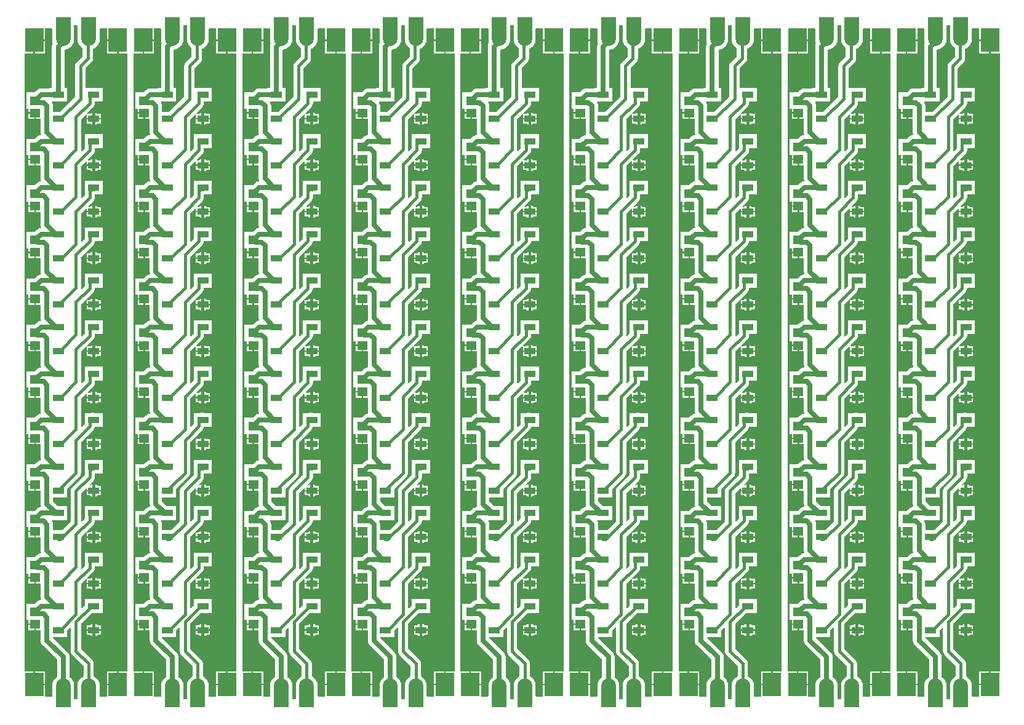
<source format=gtl>
G04*
G04 #@! TF.GenerationSoftware,Altium Limited,Altium Designer,21.7.2 (23)*
G04*
G04 Layer_Physical_Order=1*
G04 Layer_Color=255*
%FSLAX44Y44*%
%MOMM*%
G71*
G04*
G04 #@! TF.SameCoordinates,347EBB59-7EAA-41E4-9BFB-609F0E12C0C3*
G04*
G04*
G04 #@! TF.FilePolarity,Positive*
G04*
G01*
G75*
%ADD10R,2.0000X3.0000*%
%ADD11C,2.0000*%
%ADD12R,2.6000X3.2000*%
%ADD13R,1.4500X1.2500*%
%ADD14R,1.5000X0.9000*%
%ADD15C,0.7000*%
%ADD16C,0.4000*%
%ADD17C,0.9000*%
%ADD18C,0.8000*%
%ADD19C,0.4000*%
G36*
X1277500Y926977D02*
Y920500D01*
X1278335D01*
X1279207Y918395D01*
X1280849Y915938D01*
X1282938Y913849D01*
X1284126Y913055D01*
Y901111D01*
X1276008Y892992D01*
X1274886Y891530D01*
X1274180Y889827D01*
X1273940Y888000D01*
Y845925D01*
X1253015Y825000D01*
X1243573D01*
Y833000D01*
X1243281Y835219D01*
X1242425Y837287D01*
X1241984Y837861D01*
X1242546Y839000D01*
X1263000D01*
Y858000D01*
X1259073D01*
Y910519D01*
X1261875Y911077D01*
X1264605Y912207D01*
X1267062Y913849D01*
X1269151Y915938D01*
X1270793Y918395D01*
X1271665Y920500D01*
X1272500D01*
Y944000D01*
X1277500D01*
Y926977D01*
D02*
G37*
G36*
X1127500D02*
Y920500D01*
X1128335D01*
X1129207Y918395D01*
X1130849Y915938D01*
X1132938Y913849D01*
X1134126Y913055D01*
Y901111D01*
X1126008Y892992D01*
X1124886Y891530D01*
X1124180Y889827D01*
X1123940Y888000D01*
Y845925D01*
X1103015Y825000D01*
X1093573D01*
Y833000D01*
X1093281Y835219D01*
X1092425Y837287D01*
X1091984Y837861D01*
X1092546Y839000D01*
X1113000D01*
Y858000D01*
X1109073D01*
Y910519D01*
X1111875Y911077D01*
X1114605Y912207D01*
X1117062Y913849D01*
X1119151Y915938D01*
X1120793Y918395D01*
X1121665Y920500D01*
X1122500D01*
Y944000D01*
X1127500D01*
Y926977D01*
D02*
G37*
G36*
X977500D02*
Y920500D01*
X978335D01*
X979207Y918395D01*
X980849Y915938D01*
X982938Y913849D01*
X984126Y913055D01*
Y901111D01*
X976008Y892992D01*
X974886Y891530D01*
X974180Y889827D01*
X973940Y888000D01*
Y845925D01*
X953015Y825000D01*
X943573D01*
Y833000D01*
X943281Y835219D01*
X942425Y837287D01*
X941984Y837861D01*
X942546Y839000D01*
X963000D01*
Y858000D01*
X959073D01*
Y910519D01*
X961875Y911077D01*
X964605Y912207D01*
X967062Y913849D01*
X969151Y915938D01*
X970793Y918395D01*
X971665Y920500D01*
X972500D01*
Y944000D01*
X977500D01*
Y926977D01*
D02*
G37*
G36*
X827500D02*
Y920500D01*
X828335D01*
X829207Y918395D01*
X830849Y915938D01*
X832938Y913849D01*
X834126Y913055D01*
Y901111D01*
X826008Y892992D01*
X824885Y891530D01*
X824180Y889827D01*
X823940Y888000D01*
Y845925D01*
X803015Y825000D01*
X793573D01*
Y833000D01*
X793281Y835219D01*
X792425Y837287D01*
X791984Y837861D01*
X792546Y839000D01*
X813000D01*
Y858000D01*
X809073D01*
Y910519D01*
X811875Y911077D01*
X814605Y912207D01*
X817062Y913849D01*
X819151Y915938D01*
X820793Y918395D01*
X821665Y920500D01*
X822500D01*
Y944000D01*
X827500D01*
Y926977D01*
D02*
G37*
G36*
X677500D02*
Y920500D01*
X678335D01*
X679207Y918395D01*
X680849Y915938D01*
X682938Y913849D01*
X684126Y913055D01*
Y901111D01*
X676008Y892992D01*
X674885Y891530D01*
X674180Y889827D01*
X673940Y888000D01*
Y845925D01*
X653015Y825000D01*
X643573D01*
Y833000D01*
X643281Y835219D01*
X642425Y837287D01*
X641984Y837861D01*
X642546Y839000D01*
X663000D01*
Y858000D01*
X659073D01*
Y910519D01*
X661875Y911077D01*
X664605Y912207D01*
X667062Y913849D01*
X669151Y915938D01*
X670793Y918395D01*
X671665Y920500D01*
X672500D01*
Y944000D01*
X677500D01*
Y926977D01*
D02*
G37*
G36*
X527500D02*
Y920500D01*
X528335D01*
X529207Y918395D01*
X530849Y915938D01*
X532938Y913849D01*
X534126Y913055D01*
Y901111D01*
X526008Y892992D01*
X524885Y891530D01*
X524180Y889827D01*
X523940Y888000D01*
Y845925D01*
X503015Y825000D01*
X493573D01*
Y833000D01*
X493281Y835219D01*
X492425Y837287D01*
X491984Y837861D01*
X492546Y839000D01*
X513000D01*
Y858000D01*
X509073D01*
Y910519D01*
X511875Y911077D01*
X514605Y912207D01*
X517062Y913849D01*
X519151Y915938D01*
X520793Y918395D01*
X521665Y920500D01*
X522500D01*
Y944000D01*
X527500D01*
Y926977D01*
D02*
G37*
G36*
X377500D02*
Y920500D01*
X378335D01*
X379207Y918395D01*
X380849Y915938D01*
X382938Y913849D01*
X384126Y913055D01*
Y901111D01*
X376008Y892992D01*
X374885Y891530D01*
X374180Y889827D01*
X373940Y888000D01*
Y845925D01*
X353015Y825000D01*
X343573D01*
Y833000D01*
X343281Y835219D01*
X342425Y837287D01*
X341984Y837861D01*
X342546Y839000D01*
X363000D01*
Y858000D01*
X359073D01*
Y910519D01*
X361875Y911077D01*
X364605Y912207D01*
X367062Y913849D01*
X369151Y915938D01*
X370793Y918395D01*
X371665Y920500D01*
X372500D01*
Y944000D01*
X377500D01*
Y926977D01*
D02*
G37*
G36*
X227500D02*
Y920500D01*
X228335D01*
X229207Y918395D01*
X230849Y915938D01*
X232938Y913849D01*
X234126Y913055D01*
Y901111D01*
X226007Y892992D01*
X224886Y891530D01*
X224180Y889827D01*
X223940Y888000D01*
Y845925D01*
X203015Y825000D01*
X193573D01*
Y833000D01*
X193281Y835219D01*
X192425Y837287D01*
X191984Y837861D01*
X192546Y839000D01*
X213000D01*
Y858000D01*
X209073D01*
Y910519D01*
X211875Y911077D01*
X214605Y912207D01*
X217062Y913849D01*
X219151Y915938D01*
X220793Y918395D01*
X221665Y920500D01*
X222500D01*
Y944000D01*
X227500D01*
Y926977D01*
D02*
G37*
G36*
X77500D02*
Y920500D01*
X78335D01*
X79207Y918395D01*
X80849Y915938D01*
X82938Y913849D01*
X84126Y913055D01*
Y901111D01*
X76007Y892992D01*
X74886Y891530D01*
X74180Y889827D01*
X73940Y888000D01*
Y845925D01*
X53015Y825000D01*
X43573D01*
Y833000D01*
X43281Y835219D01*
X42425Y837287D01*
X41984Y837861D01*
X42546Y839000D01*
X63000D01*
Y858000D01*
X59073D01*
Y910519D01*
X61875Y911077D01*
X64605Y912207D01*
X67062Y913849D01*
X69151Y915938D01*
X70793Y918395D01*
X71665Y920500D01*
X72500D01*
Y944000D01*
X77500D01*
Y926977D01*
D02*
G37*
G36*
X1308770Y940106D02*
X1309500Y939961D01*
X1317500D01*
Y924500D01*
X1332500D01*
Y923500D01*
X1333500D01*
Y905500D01*
X1345961D01*
X1345961Y54500D01*
X1333500D01*
Y36500D01*
X1332500D01*
Y35500D01*
X1317500D01*
Y20039D01*
X1309500D01*
X1308770Y19894D01*
X1308713Y19888D01*
X1307500Y20596D01*
Y39500D01*
X1306665D01*
X1305793Y41605D01*
X1304151Y44062D01*
X1302062Y46151D01*
X1299605Y47793D01*
X1299560Y47811D01*
Y65152D01*
X1299320Y66979D01*
X1298615Y68682D01*
X1297493Y70144D01*
X1282060Y85576D01*
Y120076D01*
X1296985Y135000D01*
X1312000D01*
Y154000D01*
X1287000D01*
Y144985D01*
X1283234Y141219D01*
X1282060Y141705D01*
Y175075D01*
X1288730Y181745D01*
X1290000Y181219D01*
X1290000Y181122D01*
X1290000Y181122D01*
X1290000Y181054D01*
Y176500D01*
X1297500D01*
Y183764D01*
X1296219Y183421D01*
X1294281Y182302D01*
X1293979Y182000D01*
X1290946Y182000D01*
X1290878D01*
D01*
X1290781Y182000D01*
X1290698Y182200D01*
X1290255Y183270D01*
X1298992Y192008D01*
X1300114Y193470D01*
X1300820Y195173D01*
X1301060Y197000D01*
Y199000D01*
X1312000D01*
Y218000D01*
X1287000D01*
Y206459D01*
X1286940Y206000D01*
Y199925D01*
X1283087Y196073D01*
X1281885Y196666D01*
X1282060Y198000D01*
Y240075D01*
X1298992Y257008D01*
X1300114Y258470D01*
X1300820Y260173D01*
X1301060Y262000D01*
Y263000D01*
X1312000D01*
Y282000D01*
X1287000D01*
Y271459D01*
X1286940Y271000D01*
Y264925D01*
X1283234Y261219D01*
X1282060Y261705D01*
Y300075D01*
X1288827Y306842D01*
X1290000Y306356D01*
Y304500D01*
X1297500D01*
Y311764D01*
X1296219Y311421D01*
X1294776Y310587D01*
X1294440Y310659D01*
X1294030Y312045D01*
X1298992Y317008D01*
X1300114Y318470D01*
X1300820Y320173D01*
X1301060Y322000D01*
Y326645D01*
X1301327Y326680D01*
X1302099Y327000D01*
X1312000D01*
Y346000D01*
X1287000D01*
Y331459D01*
X1286940Y331000D01*
Y324925D01*
X1270007Y307992D01*
X1268885Y306530D01*
X1268180Y304827D01*
X1267940Y303000D01*
Y260924D01*
X1256015Y249000D01*
X1243573D01*
Y257000D01*
X1243281Y259219D01*
X1242425Y261287D01*
X1241984Y261861D01*
X1242546Y263000D01*
X1263000D01*
Y282000D01*
X1250125D01*
X1243573Y288551D01*
Y294000D01*
X1263000D01*
Y306015D01*
X1279992Y323008D01*
X1281114Y324470D01*
X1281820Y326173D01*
X1282060Y328000D01*
Y370075D01*
X1298992Y387008D01*
X1300114Y388470D01*
X1300820Y390173D01*
X1300929Y391000D01*
X1312000D01*
Y410000D01*
X1302099D01*
X1301327Y410320D01*
X1299500Y410560D01*
X1296500D01*
X1294673Y410320D01*
X1293900Y410000D01*
X1287000D01*
Y401459D01*
X1286940Y401000D01*
Y394925D01*
X1283234Y391219D01*
X1282060Y391705D01*
Y430075D01*
X1288730Y436745D01*
X1290000Y436219D01*
Y432500D01*
X1297500D01*
Y439764D01*
X1296219Y439421D01*
X1294281Y438302D01*
X1293979Y438000D01*
X1291781D01*
X1291255Y439270D01*
X1298992Y447008D01*
X1300114Y448470D01*
X1300820Y450173D01*
X1301060Y452000D01*
Y455000D01*
X1312000D01*
Y474000D01*
X1287000D01*
Y461459D01*
X1286940Y461000D01*
Y454925D01*
X1283087Y451073D01*
X1281885Y451666D01*
X1282060Y453000D01*
Y495075D01*
X1288730Y501745D01*
X1290000Y501219D01*
X1290000Y501122D01*
X1290000Y501122D01*
X1290000Y501054D01*
Y496500D01*
X1297500D01*
Y503764D01*
X1296219Y503421D01*
X1294281Y502302D01*
X1293979Y502000D01*
X1290946Y502000D01*
X1290878D01*
D01*
X1290781Y502000D01*
X1290698Y502200D01*
X1290255Y503270D01*
X1298992Y512008D01*
X1300114Y513470D01*
X1300820Y515173D01*
X1301060Y517000D01*
Y519000D01*
X1312000D01*
Y538000D01*
X1287000D01*
Y526459D01*
X1286940Y526000D01*
Y519925D01*
X1283087Y516073D01*
X1281885Y516666D01*
X1282060Y518000D01*
Y560075D01*
X1298992Y577008D01*
X1300114Y578470D01*
X1300820Y580173D01*
X1301060Y582000D01*
Y583000D01*
X1312000D01*
Y602000D01*
X1287000D01*
Y591459D01*
X1286940Y591000D01*
Y584925D01*
X1283087Y581073D01*
X1281885Y581666D01*
X1282060Y583000D01*
Y625075D01*
X1298992Y642008D01*
X1300114Y643470D01*
X1300820Y645173D01*
X1301060Y647000D01*
X1312000D01*
Y666000D01*
X1287000D01*
Y656459D01*
X1286940Y656000D01*
Y649924D01*
X1283234Y646219D01*
X1282060Y646705D01*
Y685076D01*
X1288827Y691842D01*
X1290000Y691356D01*
Y688500D01*
X1297500D01*
Y695764D01*
X1296219Y695421D01*
X1294281Y694302D01*
X1293979Y694000D01*
X1292644D01*
X1292158Y695173D01*
X1298992Y702008D01*
X1300114Y703470D01*
X1300820Y705173D01*
X1301060Y707000D01*
Y711000D01*
X1312000D01*
Y730000D01*
X1287000D01*
Y716459D01*
X1286940Y716000D01*
Y709924D01*
X1283087Y706072D01*
X1281885Y706666D01*
X1282060Y708000D01*
Y750076D01*
X1288730Y756745D01*
X1290000Y756219D01*
Y752500D01*
X1297500D01*
Y759764D01*
X1296219Y759421D01*
X1294281Y758302D01*
X1293979Y758000D01*
X1291781D01*
X1291255Y759270D01*
X1298992Y767008D01*
X1300114Y768470D01*
X1300820Y770173D01*
X1301060Y772000D01*
Y775000D01*
X1312000D01*
Y794000D01*
X1287000D01*
Y781459D01*
X1286940Y781000D01*
Y774924D01*
X1283087Y771072D01*
X1281885Y771666D01*
X1282060Y773000D01*
Y815076D01*
X1288730Y821745D01*
X1290000Y821219D01*
X1290000Y821122D01*
X1290000Y821122D01*
X1290000Y821053D01*
Y816500D01*
X1297500D01*
Y823764D01*
X1296219Y823421D01*
X1294281Y822302D01*
X1293979Y822000D01*
X1290946Y822000D01*
X1290878D01*
D01*
X1290781Y822000D01*
X1290698Y822200D01*
X1290255Y823270D01*
X1298992Y832008D01*
X1300114Y833470D01*
X1300820Y835173D01*
X1301060Y837000D01*
Y839000D01*
X1312000D01*
Y858000D01*
X1288060D01*
Y885076D01*
X1296179Y893194D01*
X1297301Y894656D01*
X1298006Y896359D01*
X1298247Y898186D01*
Y911645D01*
X1299605Y912207D01*
X1302062Y913849D01*
X1304151Y915938D01*
X1305793Y918395D01*
X1306665Y920500D01*
X1307500D01*
Y939404D01*
X1308712Y940112D01*
X1308770Y940106D01*
D02*
G37*
G36*
X1158770D02*
X1159500Y939961D01*
X1167500D01*
Y924500D01*
X1182500D01*
Y923500D01*
X1183500D01*
Y905500D01*
X1195961D01*
X1195961Y54500D01*
X1183500D01*
Y36500D01*
X1182500D01*
Y35500D01*
X1167500D01*
Y20039D01*
X1159500D01*
X1158770Y19894D01*
X1158713Y19888D01*
X1157500Y20596D01*
Y39500D01*
X1156665D01*
X1155793Y41605D01*
X1154151Y44062D01*
X1152062Y46151D01*
X1149605Y47793D01*
X1149560Y47811D01*
Y65152D01*
X1149320Y66979D01*
X1148615Y68682D01*
X1147493Y70144D01*
X1132060Y85576D01*
Y120076D01*
X1146985Y135000D01*
X1162000D01*
Y154000D01*
X1137000D01*
Y144985D01*
X1133234Y141219D01*
X1132060Y141705D01*
Y175075D01*
X1138730Y181745D01*
X1140000Y181219D01*
X1140000Y181122D01*
X1140000Y181122D01*
X1140000Y181054D01*
Y176500D01*
X1147500D01*
Y183764D01*
X1146219Y183421D01*
X1144281Y182302D01*
X1143979Y182000D01*
X1140946Y182000D01*
X1140878D01*
D01*
X1140781Y182000D01*
X1140698Y182200D01*
X1140255Y183270D01*
X1148992Y192008D01*
X1150114Y193470D01*
X1150820Y195173D01*
X1151060Y197000D01*
Y199000D01*
X1162000D01*
Y218000D01*
X1137000D01*
Y206459D01*
X1136939Y206000D01*
Y199925D01*
X1133087Y196073D01*
X1131885Y196666D01*
X1132060Y198000D01*
Y240075D01*
X1148992Y257008D01*
X1150114Y258470D01*
X1150820Y260173D01*
X1151060Y262000D01*
Y263000D01*
X1162000D01*
Y282000D01*
X1137000D01*
Y271459D01*
X1136939Y271000D01*
Y264925D01*
X1133234Y261219D01*
X1132060Y261705D01*
Y300075D01*
X1138827Y306842D01*
X1140000Y306356D01*
Y304500D01*
X1147500D01*
Y311764D01*
X1146219Y311421D01*
X1144775Y310587D01*
X1144440Y310659D01*
X1144030Y312045D01*
X1148992Y317008D01*
X1150114Y318470D01*
X1150820Y320173D01*
X1151060Y322000D01*
Y326645D01*
X1151327Y326680D01*
X1152099Y327000D01*
X1162000D01*
Y346000D01*
X1137000D01*
Y331459D01*
X1136939Y331000D01*
Y324925D01*
X1120007Y307992D01*
X1118885Y306530D01*
X1118180Y304827D01*
X1117940Y303000D01*
Y260924D01*
X1106015Y249000D01*
X1093573D01*
Y257000D01*
X1093281Y259219D01*
X1092425Y261287D01*
X1091984Y261861D01*
X1092546Y263000D01*
X1113000D01*
Y282000D01*
X1100125D01*
X1093573Y288551D01*
Y294000D01*
X1113000D01*
Y306015D01*
X1129992Y323008D01*
X1131114Y324470D01*
X1131820Y326173D01*
X1132060Y328000D01*
Y370075D01*
X1148992Y387008D01*
X1150114Y388470D01*
X1150820Y390173D01*
X1150929Y391000D01*
X1162000D01*
Y410000D01*
X1152099D01*
X1151327Y410320D01*
X1149500Y410560D01*
X1146500D01*
X1144673Y410320D01*
X1143901Y410000D01*
X1137000D01*
Y401459D01*
X1136939Y401000D01*
Y394925D01*
X1133234Y391219D01*
X1132060Y391705D01*
Y430075D01*
X1138730Y436745D01*
X1140000Y436219D01*
Y432500D01*
X1147500D01*
Y439764D01*
X1146219Y439421D01*
X1144281Y438302D01*
X1143979Y438000D01*
X1141781D01*
X1141255Y439270D01*
X1148992Y447008D01*
X1150114Y448470D01*
X1150820Y450173D01*
X1151060Y452000D01*
Y455000D01*
X1162000D01*
Y474000D01*
X1137000D01*
Y461459D01*
X1136939Y461000D01*
Y454925D01*
X1133087Y451073D01*
X1131885Y451666D01*
X1132060Y453000D01*
Y495075D01*
X1138730Y501745D01*
X1140000Y501219D01*
X1140000Y501122D01*
X1140000Y501122D01*
X1140000Y501054D01*
Y496500D01*
X1147500D01*
Y503764D01*
X1146219Y503421D01*
X1144281Y502302D01*
X1143979Y502000D01*
X1140946Y502000D01*
X1140878D01*
D01*
X1140781Y502000D01*
X1140698Y502200D01*
X1140255Y503270D01*
X1148992Y512008D01*
X1150114Y513470D01*
X1150820Y515173D01*
X1151060Y517000D01*
Y519000D01*
X1162000D01*
Y538000D01*
X1137000D01*
Y526459D01*
X1136939Y526000D01*
Y519925D01*
X1133087Y516073D01*
X1131885Y516666D01*
X1132060Y518000D01*
Y560075D01*
X1148992Y577008D01*
X1150114Y578470D01*
X1150820Y580173D01*
X1151060Y582000D01*
Y583000D01*
X1162000D01*
Y602000D01*
X1137000D01*
Y591459D01*
X1136939Y591000D01*
Y584925D01*
X1133087Y581073D01*
X1131885Y581666D01*
X1132060Y583000D01*
Y625075D01*
X1148992Y642008D01*
X1150114Y643470D01*
X1150820Y645173D01*
X1151060Y647000D01*
X1162000D01*
Y666000D01*
X1137000D01*
Y656459D01*
X1136939Y656000D01*
Y649924D01*
X1133234Y646219D01*
X1132060Y646705D01*
Y685076D01*
X1138827Y691842D01*
X1140000Y691356D01*
Y688500D01*
X1147500D01*
Y695764D01*
X1146219Y695421D01*
X1144281Y694302D01*
X1143979Y694000D01*
X1142644D01*
X1142158Y695173D01*
X1148992Y702008D01*
X1150114Y703470D01*
X1150820Y705173D01*
X1151060Y707000D01*
Y711000D01*
X1162000D01*
Y730000D01*
X1137000D01*
Y716459D01*
X1136939Y716000D01*
Y709924D01*
X1133087Y706072D01*
X1131885Y706666D01*
X1132060Y708000D01*
Y750076D01*
X1138730Y756745D01*
X1140000Y756219D01*
Y752500D01*
X1147500D01*
Y759764D01*
X1146219Y759421D01*
X1144281Y758302D01*
X1143979Y758000D01*
X1141781D01*
X1141255Y759270D01*
X1148992Y767008D01*
X1150114Y768470D01*
X1150820Y770173D01*
X1151060Y772000D01*
Y775000D01*
X1162000D01*
Y794000D01*
X1137000D01*
Y781459D01*
X1136939Y781000D01*
Y774924D01*
X1133087Y771072D01*
X1131885Y771666D01*
X1132060Y773000D01*
Y815076D01*
X1138730Y821745D01*
X1140000Y821219D01*
X1140000Y821122D01*
X1140000Y821122D01*
X1140000Y821053D01*
Y816500D01*
X1147500D01*
Y823764D01*
X1146219Y823421D01*
X1144281Y822302D01*
X1143979Y822000D01*
X1140946Y822000D01*
X1140878D01*
D01*
X1140781Y822000D01*
X1140698Y822200D01*
X1140255Y823270D01*
X1148992Y832008D01*
X1150114Y833470D01*
X1150820Y835173D01*
X1151060Y837000D01*
Y839000D01*
X1162000D01*
Y858000D01*
X1138060D01*
Y885076D01*
X1146179Y893194D01*
X1147301Y894656D01*
X1148006Y896359D01*
X1148247Y898186D01*
Y911645D01*
X1149605Y912207D01*
X1152062Y913849D01*
X1154151Y915938D01*
X1155793Y918395D01*
X1156665Y920500D01*
X1157500D01*
Y939404D01*
X1158712Y940112D01*
X1158770Y940106D01*
D02*
G37*
G36*
X1008770D02*
X1009500Y939961D01*
X1017500D01*
Y924500D01*
X1032500D01*
Y923500D01*
X1033500D01*
Y905500D01*
X1045961D01*
X1045961Y54500D01*
X1033500D01*
Y36500D01*
X1032500D01*
Y35500D01*
X1017500D01*
Y20039D01*
X1009500D01*
X1008770Y19894D01*
X1008713Y19888D01*
X1007500Y20596D01*
Y39500D01*
X1006665D01*
X1005793Y41605D01*
X1004151Y44062D01*
X1002062Y46151D01*
X999605Y47793D01*
X999560Y47811D01*
Y65152D01*
X999320Y66979D01*
X998615Y68682D01*
X997493Y70144D01*
X982060Y85576D01*
Y120076D01*
X996985Y135000D01*
X1012000D01*
Y154000D01*
X987000D01*
Y144985D01*
X983234Y141219D01*
X982060Y141705D01*
Y175075D01*
X988730Y181745D01*
X990000Y181219D01*
X990000Y181122D01*
X990000Y181122D01*
X990000Y181054D01*
Y176500D01*
X997500D01*
Y183764D01*
X996219Y183421D01*
X994281Y182302D01*
X993979Y182000D01*
X990946Y182000D01*
X990878D01*
D01*
X990781Y182000D01*
X990698Y182200D01*
X990255Y183270D01*
X998992Y192008D01*
X1000114Y193470D01*
X1000820Y195173D01*
X1001060Y197000D01*
Y199000D01*
X1012000D01*
Y218000D01*
X987000D01*
Y206459D01*
X986939Y206000D01*
Y199925D01*
X983087Y196073D01*
X981885Y196666D01*
X982060Y198000D01*
Y240075D01*
X998992Y257008D01*
X1000114Y258470D01*
X1000820Y260173D01*
X1001060Y262000D01*
Y263000D01*
X1012000D01*
Y282000D01*
X987000D01*
Y271459D01*
X986939Y271000D01*
Y264925D01*
X983234Y261219D01*
X982060Y261705D01*
Y300075D01*
X988827Y306842D01*
X990000Y306356D01*
Y304500D01*
X997500D01*
Y311764D01*
X996219Y311421D01*
X994775Y310587D01*
X994440Y310659D01*
X994030Y312045D01*
X998992Y317008D01*
X1000114Y318470D01*
X1000820Y320173D01*
X1001060Y322000D01*
Y326645D01*
X1001327Y326680D01*
X1002099Y327000D01*
X1012000D01*
Y346000D01*
X987000D01*
Y331459D01*
X986939Y331000D01*
Y324925D01*
X970007Y307992D01*
X968885Y306530D01*
X968180Y304827D01*
X967940Y303000D01*
Y260924D01*
X956015Y249000D01*
X943573D01*
Y257000D01*
X943281Y259219D01*
X942425Y261287D01*
X941984Y261861D01*
X942546Y263000D01*
X963000D01*
Y282000D01*
X950125D01*
X943573Y288551D01*
Y294000D01*
X963000D01*
Y306015D01*
X979992Y323008D01*
X981114Y324470D01*
X981820Y326173D01*
X982060Y328000D01*
Y370075D01*
X998992Y387008D01*
X1000114Y388470D01*
X1000820Y390173D01*
X1000929Y391000D01*
X1012000D01*
Y410000D01*
X1002099D01*
X1001327Y410320D01*
X999500Y410560D01*
X996500D01*
X994673Y410320D01*
X993901Y410000D01*
X987000D01*
Y401459D01*
X986939Y401000D01*
Y394925D01*
X983234Y391219D01*
X982060Y391705D01*
Y430075D01*
X988730Y436745D01*
X990000Y436219D01*
Y432500D01*
X997500D01*
Y439764D01*
X996219Y439421D01*
X994281Y438302D01*
X993979Y438000D01*
X991781D01*
X991255Y439270D01*
X998992Y447008D01*
X1000114Y448470D01*
X1000820Y450173D01*
X1001060Y452000D01*
Y455000D01*
X1012000D01*
Y474000D01*
X987000D01*
Y461459D01*
X986939Y461000D01*
Y454925D01*
X983087Y451073D01*
X981885Y451666D01*
X982060Y453000D01*
Y495075D01*
X988730Y501745D01*
X990000Y501219D01*
X990000Y501122D01*
X990000Y501122D01*
X990000Y501054D01*
Y496500D01*
X997500D01*
Y503764D01*
X996219Y503421D01*
X994281Y502302D01*
X993979Y502000D01*
X990946Y502000D01*
X990878D01*
D01*
X990781Y502000D01*
X990698Y502200D01*
X990255Y503270D01*
X998992Y512008D01*
X1000114Y513470D01*
X1000820Y515173D01*
X1001060Y517000D01*
Y519000D01*
X1012000D01*
Y538000D01*
X987000D01*
Y526459D01*
X986939Y526000D01*
Y519925D01*
X983087Y516073D01*
X981885Y516666D01*
X982060Y518000D01*
Y560075D01*
X998992Y577008D01*
X1000114Y578470D01*
X1000820Y580173D01*
X1001060Y582000D01*
Y583000D01*
X1012000D01*
Y602000D01*
X987000D01*
Y591459D01*
X986939Y591000D01*
Y584925D01*
X983087Y581073D01*
X981885Y581666D01*
X982060Y583000D01*
Y625075D01*
X998992Y642008D01*
X1000114Y643470D01*
X1000820Y645173D01*
X1001060Y647000D01*
X1012000D01*
Y666000D01*
X987000D01*
Y656459D01*
X986939Y656000D01*
Y649924D01*
X983234Y646219D01*
X982060Y646705D01*
Y685076D01*
X988827Y691842D01*
X990000Y691356D01*
Y688500D01*
X997500D01*
Y695764D01*
X996219Y695421D01*
X994281Y694302D01*
X993979Y694000D01*
X992644D01*
X992158Y695173D01*
X998992Y702008D01*
X1000114Y703470D01*
X1000820Y705173D01*
X1001060Y707000D01*
Y711000D01*
X1012000D01*
Y730000D01*
X987000D01*
Y716459D01*
X986939Y716000D01*
Y709924D01*
X983087Y706072D01*
X981885Y706666D01*
X982060Y708000D01*
Y750076D01*
X988730Y756745D01*
X990000Y756219D01*
Y752500D01*
X997500D01*
Y759764D01*
X996219Y759421D01*
X994281Y758302D01*
X993979Y758000D01*
X991781D01*
X991255Y759270D01*
X998992Y767008D01*
X1000114Y768470D01*
X1000820Y770173D01*
X1001060Y772000D01*
Y775000D01*
X1012000D01*
Y794000D01*
X987000D01*
Y781459D01*
X986939Y781000D01*
Y774924D01*
X983087Y771072D01*
X981885Y771666D01*
X982060Y773000D01*
Y815076D01*
X988730Y821745D01*
X990000Y821219D01*
X990000Y821122D01*
X990000Y821122D01*
X990000Y821053D01*
Y816500D01*
X997500D01*
Y823764D01*
X996219Y823421D01*
X994281Y822302D01*
X993979Y822000D01*
X990946Y822000D01*
X990878D01*
D01*
X990781Y822000D01*
X990698Y822200D01*
X990255Y823270D01*
X998992Y832008D01*
X1000114Y833470D01*
X1000820Y835173D01*
X1001060Y837000D01*
Y839000D01*
X1012000D01*
Y858000D01*
X988060D01*
Y885076D01*
X996179Y893194D01*
X997301Y894656D01*
X998006Y896359D01*
X998247Y898186D01*
Y911645D01*
X999605Y912207D01*
X1002062Y913849D01*
X1004151Y915938D01*
X1005793Y918395D01*
X1006665Y920500D01*
X1007500D01*
Y939404D01*
X1008712Y940112D01*
X1008770Y940106D01*
D02*
G37*
G36*
X858770D02*
X859500Y939961D01*
X867500D01*
Y924500D01*
X882500D01*
Y923500D01*
X883500D01*
Y905500D01*
X895961D01*
X895961Y54500D01*
X883500D01*
Y36500D01*
X882500D01*
Y35500D01*
X867500D01*
Y20039D01*
X859500D01*
X858770Y19894D01*
X858713Y19888D01*
X857500Y20596D01*
Y39500D01*
X856665D01*
X855793Y41605D01*
X854151Y44062D01*
X852062Y46151D01*
X849605Y47793D01*
X849560Y47811D01*
Y65152D01*
X849320Y66979D01*
X848615Y68682D01*
X847493Y70144D01*
X832060Y85576D01*
Y120076D01*
X846985Y135000D01*
X862000D01*
Y154000D01*
X837000D01*
Y144985D01*
X833234Y141219D01*
X832060Y141705D01*
Y175075D01*
X838730Y181745D01*
X840000Y181219D01*
X840000Y181122D01*
X840000Y181122D01*
X840000Y181054D01*
Y176500D01*
X847500D01*
Y183764D01*
X846219Y183421D01*
X844281Y182302D01*
X843979Y182000D01*
X840946Y182000D01*
X840878D01*
D01*
X840781Y182000D01*
X840698Y182200D01*
X840255Y183270D01*
X848992Y192008D01*
X850114Y193470D01*
X850820Y195173D01*
X851060Y197000D01*
Y199000D01*
X862000D01*
Y218000D01*
X837000D01*
Y206459D01*
X836939Y206000D01*
Y199925D01*
X833087Y196073D01*
X831885Y196666D01*
X832060Y198000D01*
Y240075D01*
X848992Y257008D01*
X850114Y258470D01*
X850820Y260173D01*
X851060Y262000D01*
Y263000D01*
X862000D01*
Y282000D01*
X837000D01*
Y271459D01*
X836939Y271000D01*
Y264925D01*
X833234Y261219D01*
X832060Y261705D01*
Y300075D01*
X838827Y306842D01*
X840000Y306356D01*
Y304500D01*
X847500D01*
Y311764D01*
X846219Y311421D01*
X844775Y310587D01*
X844440Y310659D01*
X844030Y312045D01*
X848992Y317008D01*
X850114Y318470D01*
X850820Y320173D01*
X851060Y322000D01*
Y326645D01*
X851327Y326680D01*
X852099Y327000D01*
X862000D01*
Y346000D01*
X837000D01*
Y331459D01*
X836939Y331000D01*
Y324925D01*
X820007Y307992D01*
X818885Y306530D01*
X818180Y304827D01*
X817940Y303000D01*
Y260924D01*
X806015Y249000D01*
X793573D01*
Y257000D01*
X793281Y259219D01*
X792425Y261287D01*
X791984Y261861D01*
X792546Y263000D01*
X813000D01*
Y282000D01*
X800125D01*
X793573Y288551D01*
Y294000D01*
X813000D01*
Y306015D01*
X829992Y323008D01*
X831114Y324470D01*
X831820Y326173D01*
X832060Y328000D01*
Y370075D01*
X848992Y387008D01*
X850114Y388470D01*
X850820Y390173D01*
X850929Y391000D01*
X862000D01*
Y410000D01*
X852099D01*
X851327Y410320D01*
X849500Y410560D01*
X846500D01*
X844673Y410320D01*
X843900Y410000D01*
X837000D01*
Y401459D01*
X836939Y401000D01*
Y394925D01*
X833234Y391219D01*
X832060Y391705D01*
Y430075D01*
X838730Y436745D01*
X840000Y436219D01*
Y432500D01*
X847500D01*
Y439764D01*
X846219Y439421D01*
X844281Y438302D01*
X843979Y438000D01*
X841781D01*
X841255Y439270D01*
X848992Y447008D01*
X850114Y448470D01*
X850820Y450173D01*
X851060Y452000D01*
Y455000D01*
X862000D01*
Y474000D01*
X837000D01*
Y461459D01*
X836939Y461000D01*
Y454925D01*
X833087Y451073D01*
X831885Y451666D01*
X832060Y453000D01*
Y495075D01*
X838730Y501745D01*
X840000Y501219D01*
X840000Y501122D01*
X840000Y501122D01*
X840000Y501054D01*
Y496500D01*
X847500D01*
Y503764D01*
X846219Y503421D01*
X844281Y502302D01*
X843979Y502000D01*
X840946Y502000D01*
X840878D01*
D01*
X840781Y502000D01*
X840698Y502200D01*
X840255Y503270D01*
X848992Y512008D01*
X850114Y513470D01*
X850820Y515173D01*
X851060Y517000D01*
Y519000D01*
X862000D01*
Y538000D01*
X837000D01*
Y526459D01*
X836939Y526000D01*
Y519925D01*
X833087Y516073D01*
X831885Y516666D01*
X832060Y518000D01*
Y560075D01*
X848992Y577008D01*
X850114Y578470D01*
X850820Y580173D01*
X851060Y582000D01*
Y583000D01*
X862000D01*
Y602000D01*
X837000D01*
Y591459D01*
X836939Y591000D01*
Y584925D01*
X833087Y581073D01*
X831885Y581666D01*
X832060Y583000D01*
Y625075D01*
X848992Y642008D01*
X850114Y643470D01*
X850820Y645173D01*
X851060Y647000D01*
X862000D01*
Y666000D01*
X837000D01*
Y656459D01*
X836939Y656000D01*
Y649924D01*
X833234Y646219D01*
X832060Y646705D01*
Y685076D01*
X838827Y691842D01*
X840000Y691356D01*
Y688500D01*
X847500D01*
Y695764D01*
X846219Y695421D01*
X844281Y694302D01*
X843979Y694000D01*
X842644D01*
X842158Y695173D01*
X848992Y702008D01*
X850114Y703470D01*
X850820Y705173D01*
X851060Y707000D01*
Y711000D01*
X862000D01*
Y730000D01*
X837000D01*
Y716459D01*
X836939Y716000D01*
Y709924D01*
X833087Y706072D01*
X831885Y706666D01*
X832060Y708000D01*
Y750076D01*
X838730Y756745D01*
X840000Y756219D01*
Y752500D01*
X847500D01*
Y759764D01*
X846219Y759421D01*
X844281Y758302D01*
X843979Y758000D01*
X841781D01*
X841255Y759270D01*
X848992Y767008D01*
X850114Y768470D01*
X850820Y770173D01*
X851060Y772000D01*
Y775000D01*
X862000D01*
Y794000D01*
X837000D01*
Y781459D01*
X836939Y781000D01*
Y774924D01*
X833087Y771072D01*
X831885Y771666D01*
X832060Y773000D01*
Y815076D01*
X838730Y821745D01*
X840000Y821219D01*
X840000Y821122D01*
X840000Y821122D01*
X840000Y821053D01*
Y816500D01*
X847500D01*
Y823764D01*
X846219Y823421D01*
X844281Y822302D01*
X843979Y822000D01*
X840946Y822000D01*
X840878D01*
D01*
X840781Y822000D01*
X840698Y822200D01*
X840255Y823270D01*
X848992Y832008D01*
X850114Y833470D01*
X850820Y835173D01*
X851060Y837000D01*
Y839000D01*
X862000D01*
Y858000D01*
X838060D01*
Y885076D01*
X846179Y893194D01*
X847301Y894656D01*
X848006Y896359D01*
X848247Y898186D01*
Y911645D01*
X849605Y912207D01*
X852062Y913849D01*
X854151Y915938D01*
X855793Y918395D01*
X856665Y920500D01*
X857500D01*
Y939404D01*
X858712Y940112D01*
X858770Y940106D01*
D02*
G37*
G36*
X708770D02*
X709500Y939961D01*
X717500D01*
Y924500D01*
X732500D01*
Y923500D01*
X733500D01*
Y905500D01*
X745961D01*
X745961Y54500D01*
X733500D01*
Y36500D01*
X732500D01*
Y35500D01*
X717500D01*
Y20039D01*
X709500D01*
X708770Y19894D01*
X708713Y19888D01*
X707500Y20596D01*
Y39500D01*
X706665D01*
X705793Y41605D01*
X704151Y44062D01*
X702062Y46151D01*
X699605Y47793D01*
X699560Y47811D01*
Y65152D01*
X699320Y66979D01*
X698615Y68682D01*
X697493Y70144D01*
X682060Y85576D01*
Y120076D01*
X696985Y135000D01*
X712000D01*
Y154000D01*
X687000D01*
Y144985D01*
X683234Y141219D01*
X682060Y141705D01*
Y175075D01*
X688730Y181745D01*
X690000Y181219D01*
X690000Y181122D01*
X690000Y181122D01*
X690000Y181054D01*
Y176500D01*
X697500D01*
Y183764D01*
X696219Y183421D01*
X694281Y182302D01*
X693979Y182000D01*
X690946Y182000D01*
X690878D01*
D01*
X690781Y182000D01*
X690698Y182200D01*
X690255Y183270D01*
X698992Y192008D01*
X700114Y193470D01*
X700820Y195173D01*
X701060Y197000D01*
Y199000D01*
X712000D01*
Y218000D01*
X687000D01*
Y206459D01*
X686939Y206000D01*
Y199925D01*
X683087Y196073D01*
X681885Y196666D01*
X682060Y198000D01*
Y240075D01*
X698992Y257008D01*
X700114Y258470D01*
X700820Y260173D01*
X701060Y262000D01*
Y263000D01*
X712000D01*
Y282000D01*
X687000D01*
Y271459D01*
X686939Y271000D01*
Y264925D01*
X683234Y261219D01*
X682060Y261705D01*
Y300075D01*
X688827Y306842D01*
X690000Y306356D01*
Y304500D01*
X697500D01*
Y311764D01*
X696219Y311421D01*
X694775Y310587D01*
X694440Y310659D01*
X694030Y312045D01*
X698992Y317008D01*
X700114Y318470D01*
X700820Y320173D01*
X701060Y322000D01*
Y326645D01*
X701327Y326680D01*
X702099Y327000D01*
X712000D01*
Y346000D01*
X687000D01*
Y331459D01*
X686939Y331000D01*
Y324925D01*
X670007Y307992D01*
X668885Y306530D01*
X668180Y304827D01*
X667940Y303000D01*
Y260924D01*
X656015Y249000D01*
X643573D01*
Y257000D01*
X643281Y259219D01*
X642425Y261287D01*
X641984Y261861D01*
X642546Y263000D01*
X663000D01*
Y282000D01*
X650125D01*
X643573Y288551D01*
Y294000D01*
X663000D01*
Y306015D01*
X679992Y323008D01*
X681114Y324470D01*
X681820Y326173D01*
X682060Y328000D01*
Y370075D01*
X698992Y387008D01*
X700114Y388470D01*
X700820Y390173D01*
X700929Y391000D01*
X712000D01*
Y410000D01*
X702099D01*
X701327Y410320D01*
X699500Y410560D01*
X696500D01*
X694673Y410320D01*
X693900Y410000D01*
X687000D01*
Y401459D01*
X686939Y401000D01*
Y394925D01*
X683234Y391219D01*
X682060Y391705D01*
Y430075D01*
X688730Y436745D01*
X690000Y436219D01*
Y432500D01*
X697500D01*
Y439764D01*
X696219Y439421D01*
X694281Y438302D01*
X693979Y438000D01*
X691781D01*
X691255Y439270D01*
X698992Y447008D01*
X700114Y448470D01*
X700820Y450173D01*
X701060Y452000D01*
Y455000D01*
X712000D01*
Y474000D01*
X687000D01*
Y461459D01*
X686939Y461000D01*
Y454925D01*
X683087Y451073D01*
X681885Y451666D01*
X682060Y453000D01*
Y495075D01*
X688730Y501745D01*
X690000Y501219D01*
X690000Y501122D01*
X690000Y501122D01*
X690000Y501054D01*
Y496500D01*
X697500D01*
Y503764D01*
X696219Y503421D01*
X694281Y502302D01*
X693979Y502000D01*
X690946Y502000D01*
X690878D01*
D01*
X690781Y502000D01*
X690698Y502200D01*
X690255Y503270D01*
X698992Y512008D01*
X700114Y513470D01*
X700820Y515173D01*
X701060Y517000D01*
Y519000D01*
X712000D01*
Y538000D01*
X687000D01*
Y526459D01*
X686939Y526000D01*
Y519925D01*
X683087Y516073D01*
X681885Y516666D01*
X682060Y518000D01*
Y560075D01*
X698992Y577008D01*
X700114Y578470D01*
X700820Y580173D01*
X701060Y582000D01*
Y583000D01*
X712000D01*
Y602000D01*
X687000D01*
Y591459D01*
X686939Y591000D01*
Y584925D01*
X683087Y581073D01*
X681885Y581666D01*
X682060Y583000D01*
Y625075D01*
X698992Y642008D01*
X700114Y643470D01*
X700820Y645173D01*
X701060Y647000D01*
X712000D01*
Y666000D01*
X687000D01*
Y656459D01*
X686939Y656000D01*
Y649924D01*
X683234Y646219D01*
X682060Y646705D01*
Y685076D01*
X688827Y691842D01*
X690000Y691356D01*
Y688500D01*
X697500D01*
Y695764D01*
X696219Y695421D01*
X694281Y694302D01*
X693979Y694000D01*
X692644D01*
X692158Y695173D01*
X698992Y702008D01*
X700114Y703470D01*
X700820Y705173D01*
X701060Y707000D01*
Y711000D01*
X712000D01*
Y730000D01*
X687000D01*
Y716459D01*
X686939Y716000D01*
Y709924D01*
X683087Y706072D01*
X681885Y706666D01*
X682060Y708000D01*
Y750076D01*
X688730Y756745D01*
X690000Y756219D01*
Y752500D01*
X697500D01*
Y759764D01*
X696219Y759421D01*
X694281Y758302D01*
X693979Y758000D01*
X691781D01*
X691255Y759270D01*
X698992Y767008D01*
X700114Y768470D01*
X700820Y770173D01*
X701060Y772000D01*
Y775000D01*
X712000D01*
Y794000D01*
X687000D01*
Y781459D01*
X686939Y781000D01*
Y774924D01*
X683087Y771072D01*
X681885Y771666D01*
X682060Y773000D01*
Y815076D01*
X688730Y821745D01*
X690000Y821219D01*
X690000Y821122D01*
X690000Y821122D01*
X690000Y821053D01*
Y816500D01*
X697500D01*
Y823764D01*
X696219Y823421D01*
X694281Y822302D01*
X693979Y822000D01*
X690946Y822000D01*
X690878D01*
D01*
X690781Y822000D01*
X690698Y822200D01*
X690255Y823270D01*
X698992Y832008D01*
X700114Y833470D01*
X700820Y835173D01*
X701060Y837000D01*
Y839000D01*
X712000D01*
Y858000D01*
X688060D01*
Y885076D01*
X696179Y893194D01*
X697301Y894656D01*
X698006Y896359D01*
X698247Y898186D01*
Y911645D01*
X699605Y912207D01*
X702062Y913849D01*
X704151Y915938D01*
X705793Y918395D01*
X706665Y920500D01*
X707500D01*
Y939404D01*
X708712Y940112D01*
X708770Y940106D01*
D02*
G37*
G36*
X558770D02*
X559500Y939961D01*
X567500D01*
Y924500D01*
X582500D01*
Y923500D01*
X583500D01*
Y905500D01*
X595961D01*
X595961Y54500D01*
X583500D01*
Y36500D01*
X582500D01*
Y35500D01*
X567500D01*
Y20039D01*
X559500D01*
X558770Y19894D01*
X558713Y19888D01*
X557500Y20596D01*
Y39500D01*
X556665D01*
X555793Y41605D01*
X554151Y44062D01*
X552062Y46151D01*
X549605Y47793D01*
X549560Y47811D01*
Y65152D01*
X549320Y66979D01*
X548615Y68682D01*
X547492Y70144D01*
X532060Y85576D01*
Y120076D01*
X546985Y135000D01*
X562000D01*
Y154000D01*
X537000D01*
Y144985D01*
X533234Y141219D01*
X532060Y141705D01*
Y175075D01*
X538730Y181745D01*
X540000Y181219D01*
X540000Y181122D01*
X540000Y181122D01*
X540000Y181054D01*
Y176500D01*
X547500D01*
Y183764D01*
X546219Y183421D01*
X544281Y182302D01*
X543979Y182000D01*
X540946Y182000D01*
X540878D01*
D01*
X540781Y182000D01*
X540698Y182200D01*
X540255Y183270D01*
X548992Y192008D01*
X550114Y193470D01*
X550820Y195173D01*
X551060Y197000D01*
Y199000D01*
X562000D01*
Y218000D01*
X537000D01*
Y206459D01*
X536940Y206000D01*
Y199925D01*
X533088Y196073D01*
X531885Y196666D01*
X532060Y198000D01*
Y240075D01*
X548992Y257008D01*
X550114Y258470D01*
X550820Y260173D01*
X551060Y262000D01*
Y263000D01*
X562000D01*
Y282000D01*
X537000D01*
Y271459D01*
X536940Y271000D01*
Y264925D01*
X533234Y261219D01*
X532060Y261705D01*
Y300075D01*
X538827Y306842D01*
X540000Y306356D01*
Y304500D01*
X547500D01*
Y311764D01*
X546219Y311421D01*
X544776Y310587D01*
X544440Y310659D01*
X544030Y312045D01*
X548992Y317008D01*
X550114Y318470D01*
X550820Y320173D01*
X551060Y322000D01*
Y326645D01*
X551327Y326680D01*
X552099Y327000D01*
X562000D01*
Y346000D01*
X537000D01*
Y331459D01*
X536940Y331000D01*
Y324925D01*
X520007Y307992D01*
X518885Y306530D01*
X518180Y304827D01*
X517939Y303000D01*
Y260924D01*
X506015Y249000D01*
X493573D01*
Y257000D01*
X493281Y259219D01*
X492425Y261287D01*
X491984Y261861D01*
X492546Y263000D01*
X513000D01*
Y282000D01*
X500125D01*
X493573Y288551D01*
Y294000D01*
X513000D01*
Y306015D01*
X529992Y323008D01*
X531114Y324470D01*
X531820Y326173D01*
X532060Y328000D01*
Y370075D01*
X548992Y387008D01*
X550114Y388470D01*
X550820Y390173D01*
X550929Y391000D01*
X562000D01*
Y410000D01*
X552099D01*
X551327Y410320D01*
X549500Y410560D01*
X546500D01*
X544673Y410320D01*
X543900Y410000D01*
X537000D01*
Y401459D01*
X536940Y401000D01*
Y394925D01*
X533234Y391219D01*
X532060Y391705D01*
Y430075D01*
X538730Y436745D01*
X540000Y436219D01*
Y432500D01*
X547500D01*
Y439764D01*
X546219Y439421D01*
X544281Y438302D01*
X543979Y438000D01*
X541781D01*
X541255Y439270D01*
X548992Y447008D01*
X550114Y448470D01*
X550820Y450173D01*
X551060Y452000D01*
Y455000D01*
X562000D01*
Y474000D01*
X537000D01*
Y461459D01*
X536940Y461000D01*
Y454925D01*
X533088Y451073D01*
X531885Y451666D01*
X532060Y453000D01*
Y495075D01*
X538730Y501745D01*
X540000Y501219D01*
X540000Y501122D01*
X540000Y501122D01*
X540000Y501054D01*
Y496500D01*
X547500D01*
Y503764D01*
X546219Y503421D01*
X544281Y502302D01*
X543979Y502000D01*
X540946Y502000D01*
X540878D01*
D01*
X540781Y502000D01*
X540698Y502200D01*
X540255Y503270D01*
X548992Y512008D01*
X550114Y513470D01*
X550820Y515173D01*
X551060Y517000D01*
Y519000D01*
X562000D01*
Y538000D01*
X537000D01*
Y526459D01*
X536940Y526000D01*
Y519925D01*
X533088Y516073D01*
X531885Y516666D01*
X532060Y518000D01*
Y560075D01*
X548992Y577008D01*
X550114Y578470D01*
X550820Y580173D01*
X551060Y582000D01*
Y583000D01*
X562000D01*
Y602000D01*
X537000D01*
Y591459D01*
X536940Y591000D01*
Y584925D01*
X533088Y581073D01*
X531885Y581666D01*
X532060Y583000D01*
Y625075D01*
X548992Y642008D01*
X550114Y643470D01*
X550820Y645173D01*
X551060Y647000D01*
X562000D01*
Y666000D01*
X537000D01*
Y656459D01*
X536940Y656000D01*
Y649924D01*
X533234Y646219D01*
X532060Y646705D01*
Y685076D01*
X538827Y691842D01*
X540000Y691356D01*
Y688500D01*
X547500D01*
Y695764D01*
X546219Y695421D01*
X544281Y694302D01*
X543979Y694000D01*
X542644D01*
X542158Y695173D01*
X548992Y702008D01*
X550114Y703470D01*
X550820Y705173D01*
X551060Y707000D01*
Y711000D01*
X562000D01*
Y730000D01*
X537000D01*
Y716459D01*
X536940Y716000D01*
Y709924D01*
X533088Y706072D01*
X531885Y706666D01*
X532060Y708000D01*
Y750076D01*
X538730Y756745D01*
X540000Y756219D01*
Y752500D01*
X547500D01*
Y759764D01*
X546219Y759421D01*
X544281Y758302D01*
X543979Y758000D01*
X541781D01*
X541255Y759270D01*
X548992Y767008D01*
X550114Y768470D01*
X550820Y770173D01*
X551060Y772000D01*
Y775000D01*
X562000D01*
Y794000D01*
X537000D01*
Y781459D01*
X536940Y781000D01*
Y774924D01*
X533088Y771072D01*
X531885Y771666D01*
X532060Y773000D01*
Y815076D01*
X538730Y821745D01*
X540000Y821219D01*
X540000Y821122D01*
X540000Y821122D01*
X540000Y821053D01*
Y816500D01*
X547500D01*
Y823764D01*
X546219Y823421D01*
X544281Y822302D01*
X543979Y822000D01*
X540946Y822000D01*
X540878D01*
D01*
X540781Y822000D01*
X540698Y822200D01*
X540255Y823270D01*
X548992Y832008D01*
X550114Y833470D01*
X550820Y835173D01*
X551060Y837000D01*
Y839000D01*
X562000D01*
Y858000D01*
X538060D01*
Y885076D01*
X546179Y893194D01*
X547301Y894656D01*
X548006Y896359D01*
X548247Y898186D01*
Y911645D01*
X549605Y912207D01*
X552062Y913849D01*
X554151Y915938D01*
X555793Y918395D01*
X556665Y920500D01*
X557500D01*
Y939404D01*
X558712Y940112D01*
X558770Y940106D01*
D02*
G37*
G36*
X408770D02*
X409500Y939961D01*
X417500D01*
Y924500D01*
X432500D01*
Y923500D01*
X433500D01*
Y905500D01*
X445961D01*
X445961Y54500D01*
X433500D01*
Y36500D01*
X432500D01*
Y35500D01*
X417500D01*
Y20039D01*
X409500D01*
X408770Y19894D01*
X408713Y19888D01*
X407500Y20596D01*
Y39500D01*
X406665D01*
X405793Y41605D01*
X404151Y44062D01*
X402062Y46151D01*
X399605Y47793D01*
X399560Y47811D01*
Y65152D01*
X399320Y66979D01*
X398615Y68682D01*
X397492Y70144D01*
X382060Y85576D01*
Y120076D01*
X396985Y135000D01*
X412000D01*
Y154000D01*
X387000D01*
Y144985D01*
X383234Y141219D01*
X382060Y141705D01*
Y175075D01*
X388730Y181745D01*
X390000Y181219D01*
X390000Y181122D01*
X390000Y181122D01*
X390000Y181054D01*
Y176500D01*
X397500D01*
Y183764D01*
X396219Y183421D01*
X394281Y182302D01*
X393979Y182000D01*
X390946Y182000D01*
X390878D01*
D01*
X390781Y182000D01*
X390698Y182200D01*
X390255Y183270D01*
X398992Y192008D01*
X400114Y193470D01*
X400820Y195173D01*
X401060Y197000D01*
Y199000D01*
X412000D01*
Y218000D01*
X387000D01*
Y206459D01*
X386940Y206000D01*
Y199925D01*
X383088Y196073D01*
X381885Y196666D01*
X382060Y198000D01*
Y240075D01*
X398992Y257008D01*
X400114Y258470D01*
X400820Y260173D01*
X401060Y262000D01*
Y263000D01*
X412000D01*
Y282000D01*
X387000D01*
Y271459D01*
X386940Y271000D01*
Y264925D01*
X383234Y261219D01*
X382060Y261705D01*
Y300075D01*
X388827Y306842D01*
X390000Y306356D01*
Y304500D01*
X397500D01*
Y311764D01*
X396219Y311421D01*
X394776Y310587D01*
X394440Y310659D01*
X394030Y312045D01*
X398992Y317008D01*
X400114Y318470D01*
X400820Y320173D01*
X401060Y322000D01*
Y326645D01*
X401327Y326680D01*
X402099Y327000D01*
X412000D01*
Y346000D01*
X387000D01*
Y331459D01*
X386940Y331000D01*
Y324925D01*
X370007Y307992D01*
X368885Y306530D01*
X368180Y304827D01*
X367939Y303000D01*
Y260924D01*
X356015Y249000D01*
X343573D01*
Y257000D01*
X343281Y259219D01*
X342425Y261287D01*
X341984Y261861D01*
X342546Y263000D01*
X363000D01*
Y282000D01*
X350124D01*
X343573Y288551D01*
Y294000D01*
X363000D01*
Y306015D01*
X379992Y323008D01*
X381114Y324470D01*
X381820Y326173D01*
X382060Y328000D01*
Y370075D01*
X398992Y387008D01*
X400114Y388470D01*
X400820Y390173D01*
X400929Y391000D01*
X412000D01*
Y410000D01*
X402099D01*
X401327Y410320D01*
X399500Y410560D01*
X396500D01*
X394673Y410320D01*
X393900Y410000D01*
X387000D01*
Y401459D01*
X386940Y401000D01*
Y394925D01*
X383234Y391219D01*
X382060Y391705D01*
Y430075D01*
X388730Y436745D01*
X390000Y436219D01*
Y432500D01*
X397500D01*
Y439764D01*
X396219Y439421D01*
X394281Y438302D01*
X393979Y438000D01*
X391781D01*
X391255Y439270D01*
X398992Y447008D01*
X400114Y448470D01*
X400820Y450173D01*
X401060Y452000D01*
Y455000D01*
X412000D01*
Y474000D01*
X387000D01*
Y461459D01*
X386940Y461000D01*
Y454925D01*
X383088Y451073D01*
X381885Y451666D01*
X382060Y453000D01*
Y495075D01*
X388730Y501745D01*
X390000Y501219D01*
X390000Y501122D01*
X390000Y501122D01*
X390000Y501054D01*
Y496500D01*
X397500D01*
Y503764D01*
X396219Y503421D01*
X394281Y502302D01*
X393979Y502000D01*
X390946Y502000D01*
X390878D01*
D01*
X390781Y502000D01*
X390698Y502200D01*
X390255Y503270D01*
X398992Y512008D01*
X400114Y513470D01*
X400820Y515173D01*
X401060Y517000D01*
Y519000D01*
X412000D01*
Y538000D01*
X387000D01*
Y526459D01*
X386940Y526000D01*
Y519925D01*
X383088Y516073D01*
X381885Y516666D01*
X382060Y518000D01*
Y560075D01*
X398992Y577008D01*
X400114Y578470D01*
X400820Y580173D01*
X401060Y582000D01*
Y583000D01*
X412000D01*
Y602000D01*
X387000D01*
Y591459D01*
X386940Y591000D01*
Y584925D01*
X383088Y581073D01*
X381885Y581666D01*
X382060Y583000D01*
Y625075D01*
X398992Y642008D01*
X400114Y643470D01*
X400820Y645173D01*
X401060Y647000D01*
X412000D01*
Y666000D01*
X387000D01*
Y656459D01*
X386940Y656000D01*
Y649924D01*
X383234Y646219D01*
X382060Y646705D01*
Y685076D01*
X388827Y691842D01*
X390000Y691356D01*
Y688500D01*
X397500D01*
Y695764D01*
X396219Y695421D01*
X394281Y694302D01*
X393979Y694000D01*
X392644D01*
X392158Y695173D01*
X398992Y702008D01*
X400114Y703470D01*
X400820Y705173D01*
X401060Y707000D01*
Y711000D01*
X412000D01*
Y730000D01*
X387000D01*
Y716459D01*
X386940Y716000D01*
Y709924D01*
X383088Y706072D01*
X381885Y706666D01*
X382060Y708000D01*
Y750076D01*
X388730Y756745D01*
X390000Y756219D01*
Y752500D01*
X397500D01*
Y759764D01*
X396219Y759421D01*
X394281Y758302D01*
X393979Y758000D01*
X391781D01*
X391255Y759270D01*
X398992Y767008D01*
X400114Y768470D01*
X400820Y770173D01*
X401060Y772000D01*
Y775000D01*
X412000D01*
Y794000D01*
X387000D01*
Y781459D01*
X386940Y781000D01*
Y774924D01*
X383088Y771072D01*
X381885Y771666D01*
X382060Y773000D01*
Y815076D01*
X388730Y821745D01*
X390000Y821219D01*
X390000Y821122D01*
X390000Y821122D01*
X390000Y821053D01*
Y816500D01*
X397500D01*
Y823764D01*
X396219Y823421D01*
X394281Y822302D01*
X393979Y822000D01*
X390946Y822000D01*
X390878D01*
D01*
X390781Y822000D01*
X390698Y822200D01*
X390255Y823270D01*
X398992Y832008D01*
X400114Y833470D01*
X400820Y835173D01*
X401060Y837000D01*
Y839000D01*
X412000D01*
Y858000D01*
X388060D01*
Y885076D01*
X396179Y893194D01*
X397301Y894656D01*
X398006Y896359D01*
X398247Y898186D01*
Y911645D01*
X399605Y912207D01*
X402062Y913849D01*
X404151Y915938D01*
X405793Y918395D01*
X406665Y920500D01*
X407500D01*
Y939404D01*
X408712Y940112D01*
X408770Y940106D01*
D02*
G37*
G36*
X258770D02*
X259500Y939961D01*
X267500D01*
Y924500D01*
X282500D01*
Y923500D01*
X283500D01*
Y905500D01*
X295961D01*
X295961Y54500D01*
X283500D01*
Y36500D01*
X282500D01*
Y35500D01*
X267500D01*
Y20039D01*
X259500D01*
X258770Y19894D01*
X258713Y19888D01*
X257500Y20596D01*
Y39500D01*
X256665D01*
X255793Y41605D01*
X254151Y44062D01*
X252062Y46151D01*
X249605Y47793D01*
X249560Y47811D01*
Y65152D01*
X249320Y66979D01*
X248615Y68682D01*
X247492Y70144D01*
X232060Y85576D01*
Y120076D01*
X246985Y135000D01*
X262000D01*
Y154000D01*
X237000D01*
Y144985D01*
X233234Y141219D01*
X232060Y141705D01*
Y175075D01*
X238730Y181745D01*
X240000Y181219D01*
X240000Y181122D01*
X240000Y181122D01*
X240000Y181054D01*
Y176500D01*
X247500D01*
Y183764D01*
X246219Y183421D01*
X244281Y182302D01*
X243979Y182000D01*
X240946Y182000D01*
X240878D01*
D01*
X240781Y182000D01*
X240698Y182200D01*
X240255Y183270D01*
X248992Y192008D01*
X250114Y193470D01*
X250820Y195173D01*
X251060Y197000D01*
Y199000D01*
X262000D01*
Y218000D01*
X237000D01*
Y206459D01*
X236940Y206000D01*
Y199925D01*
X233088Y196073D01*
X231885Y196666D01*
X232060Y198000D01*
Y240075D01*
X248992Y257008D01*
X250114Y258470D01*
X250820Y260173D01*
X251060Y262000D01*
Y263000D01*
X262000D01*
Y282000D01*
X237000D01*
Y271459D01*
X236940Y271000D01*
Y264925D01*
X233234Y261219D01*
X232060Y261705D01*
Y300075D01*
X238827Y306842D01*
X240000Y306356D01*
Y304500D01*
X247500D01*
Y311764D01*
X246219Y311421D01*
X244776Y310587D01*
X244440Y310659D01*
X244030Y312045D01*
X248992Y317008D01*
X250114Y318470D01*
X250820Y320173D01*
X251060Y322000D01*
Y326645D01*
X251327Y326680D01*
X252099Y327000D01*
X262000D01*
Y346000D01*
X237000D01*
Y331459D01*
X236940Y331000D01*
Y324925D01*
X220007Y307992D01*
X218885Y306530D01*
X218180Y304827D01*
X217939Y303000D01*
Y260924D01*
X206015Y249000D01*
X193573D01*
Y257000D01*
X193281Y259219D01*
X192425Y261287D01*
X191984Y261861D01*
X192546Y263000D01*
X213000D01*
Y282000D01*
X200124D01*
X193573Y288551D01*
Y294000D01*
X213000D01*
Y306015D01*
X229992Y323008D01*
X231114Y324470D01*
X231820Y326173D01*
X232060Y328000D01*
Y370075D01*
X248992Y387008D01*
X250114Y388470D01*
X250820Y390173D01*
X250929Y391000D01*
X262000D01*
Y410000D01*
X252099D01*
X251327Y410320D01*
X249500Y410560D01*
X246500D01*
X244673Y410320D01*
X243900Y410000D01*
X237000D01*
Y401459D01*
X236940Y401000D01*
Y394925D01*
X233234Y391219D01*
X232060Y391705D01*
Y430075D01*
X238730Y436745D01*
X240000Y436219D01*
Y432500D01*
X247500D01*
Y439764D01*
X246219Y439421D01*
X244281Y438302D01*
X243979Y438000D01*
X241781D01*
X241255Y439270D01*
X248992Y447008D01*
X250114Y448470D01*
X250820Y450173D01*
X251060Y452000D01*
Y455000D01*
X262000D01*
Y474000D01*
X237000D01*
Y461459D01*
X236940Y461000D01*
Y454925D01*
X233088Y451073D01*
X231885Y451666D01*
X232060Y453000D01*
Y495075D01*
X238730Y501745D01*
X240000Y501219D01*
X240000Y501122D01*
X240000Y501122D01*
X240000Y501054D01*
Y496500D01*
X247500D01*
Y503764D01*
X246219Y503421D01*
X244281Y502302D01*
X243979Y502000D01*
X240946Y502000D01*
X240878D01*
D01*
X240781Y502000D01*
X240698Y502200D01*
X240255Y503270D01*
X248992Y512008D01*
X250114Y513470D01*
X250820Y515173D01*
X251060Y517000D01*
Y519000D01*
X262000D01*
Y538000D01*
X237000D01*
Y526459D01*
X236940Y526000D01*
Y519925D01*
X233088Y516073D01*
X231885Y516666D01*
X232060Y518000D01*
Y560075D01*
X248992Y577008D01*
X250114Y578470D01*
X250820Y580173D01*
X251060Y582000D01*
Y583000D01*
X262000D01*
Y602000D01*
X237000D01*
Y591459D01*
X236940Y591000D01*
Y584925D01*
X233088Y581073D01*
X231885Y581666D01*
X232060Y583000D01*
Y625075D01*
X248992Y642008D01*
X250114Y643470D01*
X250820Y645173D01*
X251060Y647000D01*
X262000D01*
Y666000D01*
X237000D01*
Y656459D01*
X236940Y656000D01*
Y649924D01*
X233234Y646219D01*
X232060Y646705D01*
Y685076D01*
X238827Y691842D01*
X240000Y691356D01*
Y688500D01*
X247500D01*
Y695764D01*
X246219Y695421D01*
X244281Y694302D01*
X243979Y694000D01*
X242644D01*
X242158Y695173D01*
X248992Y702008D01*
X250114Y703470D01*
X250820Y705173D01*
X251060Y707000D01*
Y711000D01*
X262000D01*
Y730000D01*
X237000D01*
Y716459D01*
X236940Y716000D01*
Y709924D01*
X233088Y706072D01*
X231885Y706666D01*
X232060Y708000D01*
Y750076D01*
X238730Y756745D01*
X240000Y756219D01*
Y752500D01*
X247500D01*
Y759764D01*
X246219Y759421D01*
X244281Y758302D01*
X243979Y758000D01*
X241781D01*
X241255Y759270D01*
X248992Y767008D01*
X250114Y768470D01*
X250820Y770173D01*
X251060Y772000D01*
Y775000D01*
X262000D01*
Y794000D01*
X237000D01*
Y781459D01*
X236940Y781000D01*
Y774924D01*
X233088Y771072D01*
X231885Y771666D01*
X232060Y773000D01*
Y815076D01*
X238730Y821745D01*
X240000Y821219D01*
X240000Y821122D01*
X240000Y821122D01*
X240000Y821053D01*
Y816500D01*
X247500D01*
Y823764D01*
X246219Y823421D01*
X244281Y822302D01*
X243979Y822000D01*
X240946Y822000D01*
X240878D01*
D01*
X240781Y822000D01*
X240698Y822200D01*
X240255Y823270D01*
X248992Y832008D01*
X250114Y833470D01*
X250820Y835173D01*
X251060Y837000D01*
Y839000D01*
X262000D01*
Y858000D01*
X238060D01*
Y885076D01*
X246179Y893194D01*
X247301Y894656D01*
X248006Y896359D01*
X248247Y898186D01*
Y911645D01*
X249605Y912207D01*
X252062Y913849D01*
X254151Y915938D01*
X255793Y918395D01*
X256665Y920500D01*
X257500D01*
Y939404D01*
X258712Y940112D01*
X258770Y940106D01*
D02*
G37*
G36*
X108770D02*
X109500Y939961D01*
X117500D01*
Y924500D01*
X132500D01*
Y923500D01*
X133500D01*
Y905500D01*
X145961D01*
X145961Y54500D01*
X133500D01*
Y36500D01*
X132500D01*
Y35500D01*
X117500D01*
Y20039D01*
X109500D01*
X108770Y19894D01*
X108713Y19888D01*
X107500Y20596D01*
Y39500D01*
X106665D01*
X105793Y41605D01*
X104151Y44062D01*
X102062Y46151D01*
X99605Y47793D01*
X99560Y47811D01*
Y65152D01*
X99320Y66979D01*
X98615Y68682D01*
X97492Y70144D01*
X82060Y85576D01*
Y120076D01*
X96985Y135000D01*
X112000D01*
Y154000D01*
X87000D01*
Y144985D01*
X83234Y141219D01*
X82060Y141705D01*
Y175075D01*
X88730Y181745D01*
X90000Y181219D01*
X90000Y181122D01*
X90000Y181122D01*
X90000Y181054D01*
Y176500D01*
X97500D01*
Y183764D01*
X96219Y183421D01*
X94281Y182302D01*
X93979Y182000D01*
X90946Y182000D01*
X90878D01*
D01*
X90781Y182000D01*
X90698Y182200D01*
X90255Y183270D01*
X98992Y192008D01*
X100114Y193470D01*
X100820Y195173D01*
X101060Y197000D01*
Y199000D01*
X112000D01*
Y218000D01*
X87000D01*
Y206459D01*
X86939Y206000D01*
Y199925D01*
X83088Y196073D01*
X81885Y196666D01*
X82060Y198000D01*
Y240075D01*
X98992Y257008D01*
X100114Y258470D01*
X100820Y260173D01*
X101060Y262000D01*
Y263000D01*
X112000D01*
Y282000D01*
X87000D01*
Y271459D01*
X86939Y271000D01*
Y264925D01*
X83234Y261219D01*
X82060Y261705D01*
Y300075D01*
X88827Y306842D01*
X90000Y306356D01*
Y304500D01*
X97500D01*
Y311764D01*
X96219Y311421D01*
X94775Y310587D01*
X94440Y310659D01*
X94030Y312045D01*
X98992Y317008D01*
X100114Y318470D01*
X100820Y320173D01*
X101060Y322000D01*
Y326645D01*
X101327Y326680D01*
X102099Y327000D01*
X112000D01*
Y346000D01*
X87000D01*
Y331459D01*
X86939Y331000D01*
Y324925D01*
X70007Y307992D01*
X68885Y306530D01*
X68180Y304827D01*
X67940Y303000D01*
Y260924D01*
X56015Y249000D01*
X43573D01*
Y257000D01*
X43281Y259219D01*
X42425Y261287D01*
X41984Y261861D01*
X42546Y263000D01*
X63000D01*
Y282000D01*
X50124D01*
X43573Y288551D01*
Y294000D01*
X63000D01*
Y306015D01*
X79992Y323008D01*
X81114Y324470D01*
X81820Y326173D01*
X82060Y328000D01*
Y370075D01*
X98992Y387008D01*
X100114Y388470D01*
X100820Y390173D01*
X100929Y391000D01*
X112000D01*
Y410000D01*
X102099D01*
X101327Y410320D01*
X99500Y410560D01*
X96500D01*
X94672Y410320D01*
X93900Y410000D01*
X87000D01*
Y401459D01*
X86939Y401000D01*
Y394925D01*
X83234Y391219D01*
X82060Y391705D01*
Y430075D01*
X88730Y436745D01*
X90000Y436219D01*
Y432500D01*
X97500D01*
Y439764D01*
X96219Y439421D01*
X94281Y438302D01*
X93979Y438000D01*
X91781D01*
X91255Y439270D01*
X98992Y447008D01*
X100114Y448470D01*
X100820Y450173D01*
X101060Y452000D01*
Y455000D01*
X112000D01*
Y474000D01*
X87000D01*
Y461459D01*
X86939Y461000D01*
Y454925D01*
X83088Y451073D01*
X81885Y451666D01*
X82060Y453000D01*
Y495075D01*
X88730Y501745D01*
X90000Y501219D01*
X90000Y501122D01*
X90000Y501122D01*
X90000Y501054D01*
Y496500D01*
X97500D01*
Y503764D01*
X96219Y503421D01*
X94281Y502302D01*
X93979Y502000D01*
X90946Y502000D01*
X90878D01*
D01*
X90781Y502000D01*
X90698Y502200D01*
X90255Y503270D01*
X98992Y512008D01*
X100114Y513470D01*
X100820Y515173D01*
X101060Y517000D01*
Y519000D01*
X112000D01*
Y538000D01*
X87000D01*
Y526459D01*
X86939Y526000D01*
Y519925D01*
X83088Y516073D01*
X81885Y516666D01*
X82060Y518000D01*
Y560075D01*
X98992Y577008D01*
X100114Y578470D01*
X100820Y580173D01*
X101060Y582000D01*
Y583000D01*
X112000D01*
Y602000D01*
X87000D01*
Y591459D01*
X86939Y591000D01*
Y584925D01*
X83088Y581073D01*
X81885Y581666D01*
X82060Y583000D01*
Y625075D01*
X98992Y642008D01*
X100114Y643470D01*
X100820Y645173D01*
X101060Y647000D01*
X112000D01*
Y666000D01*
X87000D01*
Y656459D01*
X86939Y656000D01*
Y649924D01*
X83234Y646219D01*
X82060Y646705D01*
Y685076D01*
X88827Y691842D01*
X90000Y691356D01*
Y688500D01*
X97500D01*
Y695764D01*
X96219Y695421D01*
X94281Y694302D01*
X93979Y694000D01*
X92644D01*
X92158Y695173D01*
X98992Y702008D01*
X100114Y703470D01*
X100820Y705173D01*
X101060Y707000D01*
Y711000D01*
X112000D01*
Y730000D01*
X87000D01*
Y716459D01*
X86939Y716000D01*
Y709924D01*
X83088Y706072D01*
X81885Y706666D01*
X82060Y708000D01*
Y750076D01*
X88730Y756745D01*
X90000Y756219D01*
Y752500D01*
X97500D01*
Y759764D01*
X96219Y759421D01*
X94281Y758302D01*
X93979Y758000D01*
X91781D01*
X91255Y759270D01*
X98992Y767008D01*
X100114Y768470D01*
X100820Y770173D01*
X101060Y772000D01*
Y775000D01*
X112000D01*
Y794000D01*
X87000D01*
Y781459D01*
X86939Y781000D01*
Y774924D01*
X83088Y771072D01*
X81885Y771666D01*
X82060Y773000D01*
Y815076D01*
X88730Y821745D01*
X90000Y821219D01*
X90000Y821122D01*
X90000Y821122D01*
X90000Y821053D01*
Y816500D01*
X97500D01*
Y823764D01*
X96219Y823421D01*
X94281Y822302D01*
X93979Y822000D01*
X90946Y822000D01*
X90878D01*
D01*
X90781Y822000D01*
X90698Y822200D01*
X90255Y823270D01*
X98992Y832008D01*
X100114Y833470D01*
X100820Y835173D01*
X101060Y837000D01*
Y839000D01*
X112000D01*
Y858000D01*
X88060D01*
Y885076D01*
X96179Y893194D01*
X97301Y894656D01*
X98006Y896359D01*
X98247Y898186D01*
Y911645D01*
X99605Y912207D01*
X102062Y913849D01*
X104151Y915938D01*
X105793Y918395D01*
X106665Y920500D01*
X107500D01*
Y939404D01*
X108712Y940112D01*
X108770Y940106D01*
D02*
G37*
G36*
X1242500Y939404D02*
Y926977D01*
Y920500D01*
X1242500D01*
X1243075Y919269D01*
X1242219Y917201D01*
X1241927Y914982D01*
Y858000D01*
X1238000D01*
Y857073D01*
X1227000D01*
X1224781Y856781D01*
X1222713Y855925D01*
X1220938Y854562D01*
X1218126Y851750D01*
X1206750D01*
Y829250D01*
X1209750D01*
Y824500D01*
X1219000D01*
Y823500D01*
X1220000D01*
Y815250D01*
X1226427D01*
Y797000D01*
X1226719Y794781D01*
X1226913Y794311D01*
X1226100Y792955D01*
X1224781Y792781D01*
X1222713Y791925D01*
X1220938Y790562D01*
X1218126Y787750D01*
X1206750D01*
Y765250D01*
X1209750D01*
Y760500D01*
X1219000D01*
Y759500D01*
X1220000D01*
Y751250D01*
X1226427D01*
Y733000D01*
X1226719Y730781D01*
X1226913Y730311D01*
X1226100Y728955D01*
X1224781Y728781D01*
X1222713Y727925D01*
X1220938Y726562D01*
X1218126Y723750D01*
X1206750D01*
Y701250D01*
X1209750D01*
Y696500D01*
X1219000D01*
Y695500D01*
X1220000D01*
Y687250D01*
X1226427D01*
Y669000D01*
X1226719Y666781D01*
X1226913Y666311D01*
X1226100Y664955D01*
X1224781Y664781D01*
X1222713Y663925D01*
X1220938Y662562D01*
X1218126Y659750D01*
X1206750D01*
Y637250D01*
X1209750D01*
Y632500D01*
X1219000D01*
Y631500D01*
X1220000D01*
Y623250D01*
X1226427D01*
Y605000D01*
X1226719Y602781D01*
X1226913Y602311D01*
X1226100Y600955D01*
X1224781Y600781D01*
X1222713Y599925D01*
X1220938Y598562D01*
X1218126Y595750D01*
X1206750D01*
Y573250D01*
X1209750D01*
Y568500D01*
X1219000D01*
Y567500D01*
X1220000D01*
Y559250D01*
X1226427D01*
Y541000D01*
X1226719Y538781D01*
X1226913Y538311D01*
X1226100Y536955D01*
X1224781Y536781D01*
X1222713Y535925D01*
X1220938Y534562D01*
X1218126Y531750D01*
X1206750D01*
Y509250D01*
X1209750D01*
Y504500D01*
X1219000D01*
Y503500D01*
X1220000D01*
Y495250D01*
X1226427D01*
Y477000D01*
X1226719Y474781D01*
X1226913Y474311D01*
X1226100Y472955D01*
X1224781Y472781D01*
X1222713Y471925D01*
X1220938Y470562D01*
X1218126Y467750D01*
X1206750D01*
Y445250D01*
X1209750D01*
Y440500D01*
X1219000D01*
Y439500D01*
X1220000D01*
Y431250D01*
X1226427D01*
Y413000D01*
X1226719Y410781D01*
X1226913Y410311D01*
X1226100Y408955D01*
X1224781Y408781D01*
X1222713Y407925D01*
X1220938Y406562D01*
X1218126Y403750D01*
X1206750D01*
Y381250D01*
X1209750D01*
Y376500D01*
X1219000D01*
Y375500D01*
X1220000D01*
Y367250D01*
X1226427D01*
Y349000D01*
X1226719Y346781D01*
X1226913Y346311D01*
X1226100Y344955D01*
X1224781Y344781D01*
X1222713Y343925D01*
X1220938Y342562D01*
X1218126Y339750D01*
X1206750D01*
Y317250D01*
X1209750D01*
Y312500D01*
X1219000D01*
Y311500D01*
X1220000D01*
Y303250D01*
X1226427D01*
Y285000D01*
X1226719Y282781D01*
X1226913Y282311D01*
X1226100Y280955D01*
X1224781Y280781D01*
X1222713Y279925D01*
X1220938Y278562D01*
X1218126Y275750D01*
X1206750D01*
Y253250D01*
X1209750D01*
Y248500D01*
X1219000D01*
Y247500D01*
X1220000D01*
Y239250D01*
X1226427D01*
Y221000D01*
X1226719Y218781D01*
X1226913Y218311D01*
X1226100Y216955D01*
X1224781Y216781D01*
X1222713Y215925D01*
X1220938Y214562D01*
X1218126Y211750D01*
X1206750D01*
Y189250D01*
X1209750D01*
Y184500D01*
X1219000D01*
Y183500D01*
X1220000D01*
Y175250D01*
X1226427D01*
Y157000D01*
X1226719Y154781D01*
X1226913Y154311D01*
X1226100Y152955D01*
X1224781Y152781D01*
X1222713Y151925D01*
X1220938Y150562D01*
X1218126Y147750D01*
X1206750D01*
Y125250D01*
X1209750D01*
Y120500D01*
X1219000D01*
Y119500D01*
X1220000D01*
Y111250D01*
X1226427D01*
Y97000D01*
X1226719Y94781D01*
X1227575Y92713D01*
X1228938Y90938D01*
X1248927Y70949D01*
Y46812D01*
X1247938Y46151D01*
X1245849Y44062D01*
X1244207Y41605D01*
X1243335Y39500D01*
X1242500D01*
Y35977D01*
Y20596D01*
X1241288Y19888D01*
X1241230Y19894D01*
X1240500Y20039D01*
X1232500D01*
Y35500D01*
X1217500D01*
Y36500D01*
X1216500D01*
Y54500D01*
X1204039D01*
X1204039Y905500D01*
X1216500D01*
Y923500D01*
X1217500D01*
Y924500D01*
X1232500D01*
Y939961D01*
X1240500D01*
X1241230Y940106D01*
X1241288Y940112D01*
X1242500Y939404D01*
D02*
G37*
G36*
X1092500D02*
Y926977D01*
Y920500D01*
X1092500D01*
X1093075Y919269D01*
X1092219Y917201D01*
X1091927Y914982D01*
Y858000D01*
X1088000D01*
Y857073D01*
X1077000D01*
X1074781Y856781D01*
X1072713Y855925D01*
X1070938Y854562D01*
X1068126Y851750D01*
X1056750D01*
Y829250D01*
X1059750D01*
Y824500D01*
X1069000D01*
Y823500D01*
X1070000D01*
Y815250D01*
X1076427D01*
Y797000D01*
X1076719Y794781D01*
X1076913Y794311D01*
X1076100Y792955D01*
X1074781Y792781D01*
X1072713Y791925D01*
X1070938Y790562D01*
X1068126Y787750D01*
X1056750D01*
Y765250D01*
X1059750D01*
Y760500D01*
X1069000D01*
Y759500D01*
X1070000D01*
Y751250D01*
X1076427D01*
Y733000D01*
X1076719Y730781D01*
X1076913Y730311D01*
X1076100Y728955D01*
X1074781Y728781D01*
X1072713Y727925D01*
X1070938Y726562D01*
X1068126Y723750D01*
X1056750D01*
Y701250D01*
X1059750D01*
Y696500D01*
X1069000D01*
Y695500D01*
X1070000D01*
Y687250D01*
X1076427D01*
Y669000D01*
X1076719Y666781D01*
X1076913Y666311D01*
X1076100Y664955D01*
X1074781Y664781D01*
X1072713Y663925D01*
X1070938Y662562D01*
X1068126Y659750D01*
X1056750D01*
Y637250D01*
X1059750D01*
Y632500D01*
X1069000D01*
Y631500D01*
X1070000D01*
Y623250D01*
X1076427D01*
Y605000D01*
X1076719Y602781D01*
X1076913Y602311D01*
X1076100Y600955D01*
X1074781Y600781D01*
X1072713Y599925D01*
X1070938Y598562D01*
X1068126Y595750D01*
X1056750D01*
Y573250D01*
X1059750D01*
Y568500D01*
X1069000D01*
Y567500D01*
X1070000D01*
Y559250D01*
X1076427D01*
Y541000D01*
X1076719Y538781D01*
X1076913Y538311D01*
X1076100Y536955D01*
X1074781Y536781D01*
X1072713Y535925D01*
X1070938Y534562D01*
X1068126Y531750D01*
X1056750D01*
Y509250D01*
X1059750D01*
Y504500D01*
X1069000D01*
Y503500D01*
X1070000D01*
Y495250D01*
X1076427D01*
Y477000D01*
X1076719Y474781D01*
X1076913Y474311D01*
X1076100Y472955D01*
X1074781Y472781D01*
X1072713Y471925D01*
X1070938Y470562D01*
X1068126Y467750D01*
X1056750D01*
Y445250D01*
X1059750D01*
Y440500D01*
X1069000D01*
Y439500D01*
X1070000D01*
Y431250D01*
X1076427D01*
Y413000D01*
X1076719Y410781D01*
X1076913Y410311D01*
X1076100Y408955D01*
X1074781Y408781D01*
X1072713Y407925D01*
X1070938Y406562D01*
X1068126Y403750D01*
X1056750D01*
Y381250D01*
X1059750D01*
Y376500D01*
X1069000D01*
Y375500D01*
X1070000D01*
Y367250D01*
X1076427D01*
Y349000D01*
X1076719Y346781D01*
X1076913Y346311D01*
X1076100Y344955D01*
X1074781Y344781D01*
X1072713Y343925D01*
X1070938Y342562D01*
X1068126Y339750D01*
X1056750D01*
Y317250D01*
X1059750D01*
Y312500D01*
X1069000D01*
Y311500D01*
X1070000D01*
Y303250D01*
X1076427D01*
Y285000D01*
X1076719Y282781D01*
X1076913Y282311D01*
X1076100Y280955D01*
X1074781Y280781D01*
X1072713Y279925D01*
X1070938Y278562D01*
X1068126Y275750D01*
X1056750D01*
Y253250D01*
X1059750D01*
Y248500D01*
X1069000D01*
Y247500D01*
X1070000D01*
Y239250D01*
X1076427D01*
Y221000D01*
X1076719Y218781D01*
X1076913Y218311D01*
X1076100Y216955D01*
X1074781Y216781D01*
X1072713Y215925D01*
X1070938Y214562D01*
X1068126Y211750D01*
X1056750D01*
Y189250D01*
X1059750D01*
Y184500D01*
X1069000D01*
Y183500D01*
X1070000D01*
Y175250D01*
X1076427D01*
Y157000D01*
X1076719Y154781D01*
X1076913Y154311D01*
X1076100Y152955D01*
X1074781Y152781D01*
X1072713Y151925D01*
X1070938Y150562D01*
X1068126Y147750D01*
X1056750D01*
Y125250D01*
X1059750D01*
Y120500D01*
X1069000D01*
Y119500D01*
X1070000D01*
Y111250D01*
X1076427D01*
Y97000D01*
X1076719Y94781D01*
X1077575Y92713D01*
X1078938Y90938D01*
X1098927Y70949D01*
Y46812D01*
X1097938Y46151D01*
X1095849Y44062D01*
X1094207Y41605D01*
X1093335Y39500D01*
X1092500D01*
Y35977D01*
Y20596D01*
X1091288Y19888D01*
X1091230Y19894D01*
X1090500Y20039D01*
X1082500D01*
Y35500D01*
X1067500D01*
Y36500D01*
X1066500D01*
Y54500D01*
X1054039D01*
X1054039Y905500D01*
X1066500D01*
Y923500D01*
X1067500D01*
Y924500D01*
X1082500D01*
Y939961D01*
X1090500D01*
X1091230Y940106D01*
X1091288Y940112D01*
X1092500Y939404D01*
D02*
G37*
G36*
X942500D02*
Y926977D01*
Y920500D01*
X942500D01*
X943075Y919269D01*
X942219Y917201D01*
X941927Y914982D01*
Y858000D01*
X938000D01*
Y857073D01*
X927000D01*
X924781Y856781D01*
X922713Y855925D01*
X920938Y854562D01*
X918126Y851750D01*
X906750D01*
Y829250D01*
X909750D01*
Y824500D01*
X919000D01*
Y823500D01*
X920000D01*
Y815250D01*
X926427D01*
Y797000D01*
X926719Y794781D01*
X926913Y794311D01*
X926100Y792955D01*
X924781Y792781D01*
X922713Y791925D01*
X920938Y790562D01*
X918126Y787750D01*
X906750D01*
Y765250D01*
X909750D01*
Y760500D01*
X919000D01*
Y759500D01*
X920000D01*
Y751250D01*
X926427D01*
Y733000D01*
X926719Y730781D01*
X926913Y730311D01*
X926100Y728955D01*
X924781Y728781D01*
X922713Y727925D01*
X920938Y726562D01*
X918126Y723750D01*
X906750D01*
Y701250D01*
X909750D01*
Y696500D01*
X919000D01*
Y695500D01*
X920000D01*
Y687250D01*
X926427D01*
Y669000D01*
X926719Y666781D01*
X926913Y666311D01*
X926100Y664955D01*
X924781Y664781D01*
X922713Y663925D01*
X920938Y662562D01*
X918126Y659750D01*
X906750D01*
Y637250D01*
X909750D01*
Y632500D01*
X919000D01*
Y631500D01*
X920000D01*
Y623250D01*
X926427D01*
Y605000D01*
X926719Y602781D01*
X926913Y602311D01*
X926100Y600955D01*
X924781Y600781D01*
X922713Y599925D01*
X920938Y598562D01*
X918126Y595750D01*
X906750D01*
Y573250D01*
X909750D01*
Y568500D01*
X919000D01*
Y567500D01*
X920000D01*
Y559250D01*
X926427D01*
Y541000D01*
X926719Y538781D01*
X926913Y538311D01*
X926100Y536955D01*
X924781Y536781D01*
X922713Y535925D01*
X920938Y534562D01*
X918126Y531750D01*
X906750D01*
Y509250D01*
X909750D01*
Y504500D01*
X919000D01*
Y503500D01*
X920000D01*
Y495250D01*
X926427D01*
Y477000D01*
X926719Y474781D01*
X926913Y474311D01*
X926100Y472955D01*
X924781Y472781D01*
X922713Y471925D01*
X920938Y470562D01*
X918126Y467750D01*
X906750D01*
Y445250D01*
X909750D01*
Y440500D01*
X919000D01*
Y439500D01*
X920000D01*
Y431250D01*
X926427D01*
Y413000D01*
X926719Y410781D01*
X926913Y410311D01*
X926100Y408955D01*
X924781Y408781D01*
X922713Y407925D01*
X920938Y406562D01*
X918126Y403750D01*
X906750D01*
Y381250D01*
X909750D01*
Y376500D01*
X919000D01*
Y375500D01*
X920000D01*
Y367250D01*
X926427D01*
Y349000D01*
X926719Y346781D01*
X926913Y346311D01*
X926100Y344955D01*
X924781Y344781D01*
X922713Y343925D01*
X920938Y342562D01*
X918126Y339750D01*
X906750D01*
Y317250D01*
X909750D01*
Y312500D01*
X919000D01*
Y311500D01*
X920000D01*
Y303250D01*
X926427D01*
Y285000D01*
X926719Y282781D01*
X926913Y282311D01*
X926100Y280955D01*
X924781Y280781D01*
X922713Y279925D01*
X920938Y278562D01*
X918126Y275750D01*
X906750D01*
Y253250D01*
X909750D01*
Y248500D01*
X919000D01*
Y247500D01*
X920000D01*
Y239250D01*
X926427D01*
Y221000D01*
X926719Y218781D01*
X926913Y218311D01*
X926100Y216955D01*
X924781Y216781D01*
X922713Y215925D01*
X920938Y214562D01*
X918126Y211750D01*
X906750D01*
Y189250D01*
X909750D01*
Y184500D01*
X919000D01*
Y183500D01*
X920000D01*
Y175250D01*
X926427D01*
Y157000D01*
X926719Y154781D01*
X926913Y154311D01*
X926100Y152955D01*
X924781Y152781D01*
X922713Y151925D01*
X920938Y150562D01*
X918126Y147750D01*
X906750D01*
Y125250D01*
X909750D01*
Y120500D01*
X919000D01*
Y119500D01*
X920000D01*
Y111250D01*
X926427D01*
Y97000D01*
X926719Y94781D01*
X927575Y92713D01*
X928938Y90938D01*
X948927Y70949D01*
Y46812D01*
X947938Y46151D01*
X945849Y44062D01*
X944207Y41605D01*
X943335Y39500D01*
X942500D01*
Y35977D01*
Y20596D01*
X941288Y19888D01*
X941230Y19894D01*
X940500Y20039D01*
X932500D01*
Y35500D01*
X917500D01*
Y36500D01*
X916500D01*
Y54500D01*
X904039D01*
X904039Y905500D01*
X916500D01*
Y923500D01*
X917500D01*
Y924500D01*
X932500D01*
Y939961D01*
X940500D01*
X941230Y940106D01*
X941288Y940112D01*
X942500Y939404D01*
D02*
G37*
G36*
X792500D02*
Y926977D01*
Y920500D01*
X792500D01*
X793075Y919269D01*
X792219Y917201D01*
X791927Y914982D01*
Y858000D01*
X788000D01*
Y857073D01*
X777000D01*
X774781Y856781D01*
X772713Y855925D01*
X770938Y854562D01*
X768126Y851750D01*
X756750D01*
Y829250D01*
X759750D01*
Y824500D01*
X769000D01*
Y823500D01*
X770000D01*
Y815250D01*
X776427D01*
Y797000D01*
X776719Y794781D01*
X776913Y794311D01*
X776100Y792955D01*
X774781Y792781D01*
X772713Y791925D01*
X770938Y790562D01*
X768126Y787750D01*
X756750D01*
Y765250D01*
X759750D01*
Y760500D01*
X769000D01*
Y759500D01*
X770000D01*
Y751250D01*
X776427D01*
Y733000D01*
X776719Y730781D01*
X776913Y730311D01*
X776100Y728955D01*
X774781Y728781D01*
X772713Y727925D01*
X770938Y726562D01*
X768126Y723750D01*
X756750D01*
Y701250D01*
X759750D01*
Y696500D01*
X769000D01*
Y695500D01*
X770000D01*
Y687250D01*
X776427D01*
Y669000D01*
X776719Y666781D01*
X776913Y666311D01*
X776100Y664955D01*
X774781Y664781D01*
X772713Y663925D01*
X770938Y662562D01*
X768126Y659750D01*
X756750D01*
Y637250D01*
X759750D01*
Y632500D01*
X769000D01*
Y631500D01*
X770000D01*
Y623250D01*
X776427D01*
Y605000D01*
X776719Y602781D01*
X776913Y602311D01*
X776100Y600955D01*
X774781Y600781D01*
X772713Y599925D01*
X770938Y598562D01*
X768126Y595750D01*
X756750D01*
Y573250D01*
X759750D01*
Y568500D01*
X769000D01*
Y567500D01*
X770000D01*
Y559250D01*
X776427D01*
Y541000D01*
X776719Y538781D01*
X776913Y538311D01*
X776100Y536955D01*
X774781Y536781D01*
X772713Y535925D01*
X770938Y534562D01*
X768126Y531750D01*
X756750D01*
Y509250D01*
X759750D01*
Y504500D01*
X769000D01*
Y503500D01*
X770000D01*
Y495250D01*
X776427D01*
Y477000D01*
X776719Y474781D01*
X776913Y474311D01*
X776100Y472955D01*
X774781Y472781D01*
X772713Y471925D01*
X770938Y470562D01*
X768126Y467750D01*
X756750D01*
Y445250D01*
X759750D01*
Y440500D01*
X769000D01*
Y439500D01*
X770000D01*
Y431250D01*
X776427D01*
Y413000D01*
X776719Y410781D01*
X776913Y410311D01*
X776100Y408955D01*
X774781Y408781D01*
X772713Y407925D01*
X770938Y406562D01*
X768126Y403750D01*
X756750D01*
Y381250D01*
X759750D01*
Y376500D01*
X769000D01*
Y375500D01*
X770000D01*
Y367250D01*
X776427D01*
Y349000D01*
X776719Y346781D01*
X776913Y346311D01*
X776100Y344955D01*
X774781Y344781D01*
X772713Y343925D01*
X770938Y342562D01*
X768126Y339750D01*
X756750D01*
Y317250D01*
X759750D01*
Y312500D01*
X769000D01*
Y311500D01*
X770000D01*
Y303250D01*
X776427D01*
Y285000D01*
X776719Y282781D01*
X776913Y282311D01*
X776100Y280955D01*
X774781Y280781D01*
X772713Y279925D01*
X770938Y278562D01*
X768126Y275750D01*
X756750D01*
Y253250D01*
X759750D01*
Y248500D01*
X769000D01*
Y247500D01*
X770000D01*
Y239250D01*
X776427D01*
Y221000D01*
X776719Y218781D01*
X776913Y218311D01*
X776100Y216955D01*
X774781Y216781D01*
X772713Y215925D01*
X770938Y214562D01*
X768126Y211750D01*
X756750D01*
Y189250D01*
X759750D01*
Y184500D01*
X769000D01*
Y183500D01*
X770000D01*
Y175250D01*
X776427D01*
Y157000D01*
X776719Y154781D01*
X776913Y154311D01*
X776100Y152955D01*
X774781Y152781D01*
X772713Y151925D01*
X770938Y150562D01*
X768126Y147750D01*
X756750D01*
Y125250D01*
X759750D01*
Y120500D01*
X769000D01*
Y119500D01*
X770000D01*
Y111250D01*
X776427D01*
Y97000D01*
X776719Y94781D01*
X777575Y92713D01*
X778938Y90938D01*
X798927Y70949D01*
Y46812D01*
X797938Y46151D01*
X795849Y44062D01*
X794207Y41605D01*
X793335Y39500D01*
X792500D01*
Y35977D01*
Y20596D01*
X791288Y19888D01*
X791230Y19894D01*
X790500Y20039D01*
X782500D01*
Y35500D01*
X767500D01*
Y36500D01*
X766500D01*
Y54500D01*
X754039D01*
X754039Y905500D01*
X766500D01*
Y923500D01*
X767500D01*
Y924500D01*
X782500D01*
Y939961D01*
X790500D01*
X791230Y940106D01*
X791288Y940112D01*
X792500Y939404D01*
D02*
G37*
G36*
X642500D02*
Y926977D01*
Y920500D01*
X642500D01*
X643075Y919269D01*
X642219Y917201D01*
X641927Y914982D01*
Y858000D01*
X638000D01*
Y857073D01*
X627000D01*
X624781Y856781D01*
X622713Y855925D01*
X620938Y854562D01*
X618125Y851750D01*
X606750D01*
Y829250D01*
X609750D01*
Y824500D01*
X619000D01*
Y823500D01*
X620000D01*
Y815250D01*
X626427D01*
Y797000D01*
X626719Y794781D01*
X626913Y794311D01*
X626101Y792955D01*
X624781Y792781D01*
X622713Y791925D01*
X620938Y790562D01*
X618125Y787750D01*
X606750D01*
Y765250D01*
X609750D01*
Y760500D01*
X619000D01*
Y759500D01*
X620000D01*
Y751250D01*
X626427D01*
Y733000D01*
X626719Y730781D01*
X626913Y730311D01*
X626101Y728955D01*
X624781Y728781D01*
X622713Y727925D01*
X620938Y726562D01*
X618125Y723750D01*
X606750D01*
Y701250D01*
X609750D01*
Y696500D01*
X619000D01*
Y695500D01*
X620000D01*
Y687250D01*
X626427D01*
Y669000D01*
X626719Y666781D01*
X626913Y666311D01*
X626101Y664955D01*
X624781Y664781D01*
X622713Y663925D01*
X620938Y662562D01*
X618125Y659750D01*
X606750D01*
Y637250D01*
X609750D01*
Y632500D01*
X619000D01*
Y631500D01*
X620000D01*
Y623250D01*
X626427D01*
Y605000D01*
X626719Y602781D01*
X626913Y602311D01*
X626101Y600955D01*
X624781Y600781D01*
X622713Y599925D01*
X620938Y598562D01*
X618125Y595750D01*
X606750D01*
Y573250D01*
X609750D01*
Y568500D01*
X619000D01*
Y567500D01*
X620000D01*
Y559250D01*
X626427D01*
Y541000D01*
X626719Y538781D01*
X626913Y538311D01*
X626101Y536955D01*
X624781Y536781D01*
X622713Y535925D01*
X620938Y534562D01*
X618125Y531750D01*
X606750D01*
Y509250D01*
X609750D01*
Y504500D01*
X619000D01*
Y503500D01*
X620000D01*
Y495250D01*
X626427D01*
Y477000D01*
X626719Y474781D01*
X626913Y474311D01*
X626101Y472955D01*
X624781Y472781D01*
X622713Y471925D01*
X620938Y470562D01*
X618125Y467750D01*
X606750D01*
Y445250D01*
X609750D01*
Y440500D01*
X619000D01*
Y439500D01*
X620000D01*
Y431250D01*
X626427D01*
Y413000D01*
X626719Y410781D01*
X626913Y410311D01*
X626101Y408955D01*
X624781Y408781D01*
X622713Y407925D01*
X620938Y406562D01*
X618125Y403750D01*
X606750D01*
Y381250D01*
X609750D01*
Y376500D01*
X619000D01*
Y375500D01*
X620000D01*
Y367250D01*
X626427D01*
Y349000D01*
X626719Y346781D01*
X626913Y346311D01*
X626101Y344955D01*
X624781Y344781D01*
X622713Y343925D01*
X620938Y342562D01*
X618125Y339750D01*
X606750D01*
Y317250D01*
X609750D01*
Y312500D01*
X619000D01*
Y311500D01*
X620000D01*
Y303250D01*
X626427D01*
Y285000D01*
X626719Y282781D01*
X626913Y282311D01*
X626101Y280955D01*
X624781Y280781D01*
X622713Y279925D01*
X620938Y278562D01*
X618125Y275750D01*
X606750D01*
Y253250D01*
X609750D01*
Y248500D01*
X619000D01*
Y247500D01*
X620000D01*
Y239250D01*
X626427D01*
Y221000D01*
X626719Y218781D01*
X626913Y218311D01*
X626101Y216955D01*
X624781Y216781D01*
X622713Y215925D01*
X620938Y214562D01*
X618125Y211750D01*
X606750D01*
Y189250D01*
X609750D01*
Y184500D01*
X619000D01*
Y183500D01*
X620000D01*
Y175250D01*
X626427D01*
Y157000D01*
X626719Y154781D01*
X626913Y154311D01*
X626101Y152955D01*
X624781Y152781D01*
X622713Y151925D01*
X620938Y150562D01*
X618125Y147750D01*
X606750D01*
Y125250D01*
X609750D01*
Y120500D01*
X619000D01*
Y119500D01*
X620000D01*
Y111250D01*
X626427D01*
Y97000D01*
X626719Y94781D01*
X627575Y92713D01*
X628938Y90938D01*
X648927Y70949D01*
Y46812D01*
X647938Y46151D01*
X645849Y44062D01*
X644207Y41605D01*
X643335Y39500D01*
X642500D01*
Y35977D01*
Y20596D01*
X641288Y19888D01*
X641230Y19894D01*
X640500Y20039D01*
X632500D01*
Y35500D01*
X617500D01*
Y36500D01*
X616500D01*
Y54500D01*
X604039D01*
X604039Y905500D01*
X616500D01*
Y923500D01*
X617500D01*
Y924500D01*
X632500D01*
Y939961D01*
X640500D01*
X641230Y940106D01*
X641288Y940112D01*
X642500Y939404D01*
D02*
G37*
G36*
X492500D02*
Y926977D01*
Y920500D01*
X492500D01*
X493075Y919269D01*
X492219Y917201D01*
X491926Y914982D01*
Y858000D01*
X488000D01*
Y857073D01*
X477000D01*
X474781Y856781D01*
X472713Y855925D01*
X470938Y854562D01*
X468125Y851750D01*
X456750D01*
Y829250D01*
X459750D01*
Y824500D01*
X469000D01*
Y823500D01*
X470000D01*
Y815250D01*
X476427D01*
Y797000D01*
X476719Y794781D01*
X476913Y794311D01*
X476101Y792955D01*
X474781Y792781D01*
X472713Y791925D01*
X470938Y790562D01*
X468125Y787750D01*
X456750D01*
Y765250D01*
X459750D01*
Y760500D01*
X469000D01*
Y759500D01*
X470000D01*
Y751250D01*
X476427D01*
Y733000D01*
X476719Y730781D01*
X476913Y730311D01*
X476101Y728955D01*
X474781Y728781D01*
X472713Y727925D01*
X470938Y726562D01*
X468125Y723750D01*
X456750D01*
Y701250D01*
X459750D01*
Y696500D01*
X469000D01*
Y695500D01*
X470000D01*
Y687250D01*
X476427D01*
Y669000D01*
X476719Y666781D01*
X476913Y666311D01*
X476101Y664955D01*
X474781Y664781D01*
X472713Y663925D01*
X470938Y662562D01*
X468125Y659750D01*
X456750D01*
Y637250D01*
X459750D01*
Y632500D01*
X469000D01*
Y631500D01*
X470000D01*
Y623250D01*
X476427D01*
Y605000D01*
X476719Y602781D01*
X476913Y602311D01*
X476101Y600955D01*
X474781Y600781D01*
X472713Y599925D01*
X470938Y598562D01*
X468125Y595750D01*
X456750D01*
Y573250D01*
X459750D01*
Y568500D01*
X469000D01*
Y567500D01*
X470000D01*
Y559250D01*
X476427D01*
Y541000D01*
X476719Y538781D01*
X476913Y538311D01*
X476101Y536955D01*
X474781Y536781D01*
X472713Y535925D01*
X470938Y534562D01*
X468125Y531750D01*
X456750D01*
Y509250D01*
X459750D01*
Y504500D01*
X469000D01*
Y503500D01*
X470000D01*
Y495250D01*
X476427D01*
Y477000D01*
X476719Y474781D01*
X476913Y474311D01*
X476101Y472955D01*
X474781Y472781D01*
X472713Y471925D01*
X470938Y470562D01*
X468125Y467750D01*
X456750D01*
Y445250D01*
X459750D01*
Y440500D01*
X469000D01*
Y439500D01*
X470000D01*
Y431250D01*
X476427D01*
Y413000D01*
X476719Y410781D01*
X476913Y410311D01*
X476101Y408955D01*
X474781Y408781D01*
X472713Y407925D01*
X470938Y406562D01*
X468125Y403750D01*
X456750D01*
Y381250D01*
X459750D01*
Y376500D01*
X469000D01*
Y375500D01*
X470000D01*
Y367250D01*
X476427D01*
Y349000D01*
X476719Y346781D01*
X476913Y346311D01*
X476101Y344955D01*
X474781Y344781D01*
X472713Y343925D01*
X470938Y342562D01*
X468125Y339750D01*
X456750D01*
Y317250D01*
X459750D01*
Y312500D01*
X469000D01*
Y311500D01*
X470000D01*
Y303250D01*
X476427D01*
Y285000D01*
X476719Y282781D01*
X476913Y282311D01*
X476101Y280955D01*
X474781Y280781D01*
X472713Y279925D01*
X470938Y278562D01*
X468125Y275750D01*
X456750D01*
Y253250D01*
X459750D01*
Y248500D01*
X469000D01*
Y247500D01*
X470000D01*
Y239250D01*
X476427D01*
Y221000D01*
X476719Y218781D01*
X476913Y218311D01*
X476101Y216955D01*
X474781Y216781D01*
X472713Y215925D01*
X470938Y214562D01*
X468125Y211750D01*
X456750D01*
Y189250D01*
X459750D01*
Y184500D01*
X469000D01*
Y183500D01*
X470000D01*
Y175250D01*
X476427D01*
Y157000D01*
X476719Y154781D01*
X476913Y154311D01*
X476101Y152955D01*
X474781Y152781D01*
X472713Y151925D01*
X470938Y150562D01*
X468125Y147750D01*
X456750D01*
Y125250D01*
X459750D01*
Y120500D01*
X469000D01*
Y119500D01*
X470000D01*
Y111250D01*
X476427D01*
Y97000D01*
X476719Y94781D01*
X477575Y92713D01*
X478938Y90938D01*
X498927Y70949D01*
Y46812D01*
X497938Y46151D01*
X495849Y44062D01*
X494207Y41605D01*
X493335Y39500D01*
X492500D01*
Y35977D01*
Y20596D01*
X491288Y19888D01*
X491230Y19894D01*
X490500Y20039D01*
X482500D01*
Y35500D01*
X467500D01*
Y36500D01*
X466500D01*
Y54500D01*
X454039D01*
X454039Y905500D01*
X466500D01*
Y923500D01*
X467500D01*
Y924500D01*
X482500D01*
Y939961D01*
X490500D01*
X491230Y940106D01*
X491288Y940112D01*
X492500Y939404D01*
D02*
G37*
G36*
X342500D02*
Y926977D01*
Y920500D01*
X342500D01*
X343075Y919269D01*
X342219Y917201D01*
X341926Y914982D01*
Y858000D01*
X338000D01*
Y857073D01*
X327000D01*
X324781Y856781D01*
X322713Y855925D01*
X320938Y854562D01*
X318125Y851750D01*
X306750D01*
Y829250D01*
X309750D01*
Y824500D01*
X319000D01*
Y823500D01*
X320000D01*
Y815250D01*
X326427D01*
Y797000D01*
X326719Y794781D01*
X326913Y794311D01*
X326101Y792955D01*
X324781Y792781D01*
X322713Y791925D01*
X320938Y790562D01*
X318125Y787750D01*
X306750D01*
Y765250D01*
X309750D01*
Y760500D01*
X319000D01*
Y759500D01*
X320000D01*
Y751250D01*
X326427D01*
Y733000D01*
X326719Y730781D01*
X326913Y730311D01*
X326101Y728955D01*
X324781Y728781D01*
X322713Y727925D01*
X320938Y726562D01*
X318125Y723750D01*
X306750D01*
Y701250D01*
X309750D01*
Y696500D01*
X319000D01*
Y695500D01*
X320000D01*
Y687250D01*
X326427D01*
Y669000D01*
X326719Y666781D01*
X326913Y666311D01*
X326101Y664955D01*
X324781Y664781D01*
X322713Y663925D01*
X320938Y662562D01*
X318125Y659750D01*
X306750D01*
Y637250D01*
X309750D01*
Y632500D01*
X319000D01*
Y631500D01*
X320000D01*
Y623250D01*
X326427D01*
Y605000D01*
X326719Y602781D01*
X326913Y602311D01*
X326101Y600955D01*
X324781Y600781D01*
X322713Y599925D01*
X320938Y598562D01*
X318125Y595750D01*
X306750D01*
Y573250D01*
X309750D01*
Y568500D01*
X319000D01*
Y567500D01*
X320000D01*
Y559250D01*
X326427D01*
Y541000D01*
X326719Y538781D01*
X326913Y538311D01*
X326101Y536955D01*
X324781Y536781D01*
X322713Y535925D01*
X320938Y534562D01*
X318125Y531750D01*
X306750D01*
Y509250D01*
X309750D01*
Y504500D01*
X319000D01*
Y503500D01*
X320000D01*
Y495250D01*
X326427D01*
Y477000D01*
X326719Y474781D01*
X326913Y474311D01*
X326101Y472955D01*
X324781Y472781D01*
X322713Y471925D01*
X320938Y470562D01*
X318125Y467750D01*
X306750D01*
Y445250D01*
X309750D01*
Y440500D01*
X319000D01*
Y439500D01*
X320000D01*
Y431250D01*
X326427D01*
Y413000D01*
X326719Y410781D01*
X326913Y410311D01*
X326101Y408955D01*
X324781Y408781D01*
X322713Y407925D01*
X320938Y406562D01*
X318125Y403750D01*
X306750D01*
Y381250D01*
X309750D01*
Y376500D01*
X319000D01*
Y375500D01*
X320000D01*
Y367250D01*
X326427D01*
Y349000D01*
X326719Y346781D01*
X326913Y346311D01*
X326101Y344955D01*
X324781Y344781D01*
X322713Y343925D01*
X320938Y342562D01*
X318125Y339750D01*
X306750D01*
Y317250D01*
X309750D01*
Y312500D01*
X319000D01*
Y311500D01*
X320000D01*
Y303250D01*
X326427D01*
Y285000D01*
X326719Y282781D01*
X326913Y282311D01*
X326101Y280955D01*
X324781Y280781D01*
X322713Y279925D01*
X320938Y278562D01*
X318125Y275750D01*
X306750D01*
Y253250D01*
X309750D01*
Y248500D01*
X319000D01*
Y247500D01*
X320000D01*
Y239250D01*
X326427D01*
Y221000D01*
X326719Y218781D01*
X326913Y218311D01*
X326101Y216955D01*
X324781Y216781D01*
X322713Y215925D01*
X320938Y214562D01*
X318125Y211750D01*
X306750D01*
Y189250D01*
X309750D01*
Y184500D01*
X319000D01*
Y183500D01*
X320000D01*
Y175250D01*
X326427D01*
Y157000D01*
X326719Y154781D01*
X326913Y154311D01*
X326101Y152955D01*
X324781Y152781D01*
X322713Y151925D01*
X320938Y150562D01*
X318125Y147750D01*
X306750D01*
Y125250D01*
X309750D01*
Y120500D01*
X319000D01*
Y119500D01*
X320000D01*
Y111250D01*
X326427D01*
Y97000D01*
X326719Y94781D01*
X327575Y92713D01*
X328938Y90938D01*
X348927Y70949D01*
Y46812D01*
X347938Y46151D01*
X345849Y44062D01*
X344207Y41605D01*
X343335Y39500D01*
X342500D01*
Y35977D01*
Y20596D01*
X341288Y19888D01*
X341230Y19894D01*
X340500Y20039D01*
X332500D01*
Y35500D01*
X317500D01*
Y36500D01*
X316500D01*
Y54500D01*
X304039D01*
X304039Y905500D01*
X316500D01*
Y923500D01*
X317500D01*
Y924500D01*
X332500D01*
Y939961D01*
X340500D01*
X341230Y940106D01*
X341288Y940112D01*
X342500Y939404D01*
D02*
G37*
G36*
X192500D02*
Y926977D01*
Y920500D01*
X192500D01*
X193075Y919269D01*
X192219Y917201D01*
X191926Y914982D01*
Y858000D01*
X188000D01*
Y857073D01*
X177000D01*
X174781Y856781D01*
X172713Y855925D01*
X170938Y854562D01*
X168125Y851750D01*
X156750D01*
Y829250D01*
X159750D01*
Y824500D01*
X169000D01*
Y823500D01*
X170000D01*
Y815250D01*
X176427D01*
Y797000D01*
X176719Y794781D01*
X176913Y794311D01*
X176101Y792955D01*
X174781Y792781D01*
X172713Y791925D01*
X170938Y790562D01*
X168125Y787750D01*
X156750D01*
Y765250D01*
X159750D01*
Y760500D01*
X169000D01*
Y759500D01*
X170000D01*
Y751250D01*
X176427D01*
Y733000D01*
X176719Y730781D01*
X176913Y730311D01*
X176101Y728955D01*
X174781Y728781D01*
X172713Y727925D01*
X170938Y726562D01*
X168125Y723750D01*
X156750D01*
Y701250D01*
X159750D01*
Y696500D01*
X169000D01*
Y695500D01*
X170000D01*
Y687250D01*
X176427D01*
Y669000D01*
X176719Y666781D01*
X176913Y666311D01*
X176101Y664955D01*
X174781Y664781D01*
X172713Y663925D01*
X170938Y662562D01*
X168125Y659750D01*
X156750D01*
Y637250D01*
X159750D01*
Y632500D01*
X169000D01*
Y631500D01*
X170000D01*
Y623250D01*
X176427D01*
Y605000D01*
X176719Y602781D01*
X176913Y602311D01*
X176101Y600955D01*
X174781Y600781D01*
X172713Y599925D01*
X170938Y598562D01*
X168125Y595750D01*
X156750D01*
Y573250D01*
X159750D01*
Y568500D01*
X169000D01*
Y567500D01*
X170000D01*
Y559250D01*
X176427D01*
Y541000D01*
X176719Y538781D01*
X176913Y538311D01*
X176101Y536955D01*
X174781Y536781D01*
X172713Y535925D01*
X170938Y534562D01*
X168125Y531750D01*
X156750D01*
Y509250D01*
X159750D01*
Y504500D01*
X169000D01*
Y503500D01*
X170000D01*
Y495250D01*
X176427D01*
Y477000D01*
X176719Y474781D01*
X176913Y474311D01*
X176101Y472955D01*
X174781Y472781D01*
X172713Y471925D01*
X170938Y470562D01*
X168125Y467750D01*
X156750D01*
Y445250D01*
X159750D01*
Y440500D01*
X169000D01*
Y439500D01*
X170000D01*
Y431250D01*
X176427D01*
Y413000D01*
X176719Y410781D01*
X176913Y410311D01*
X176101Y408955D01*
X174781Y408781D01*
X172713Y407925D01*
X170938Y406562D01*
X168125Y403750D01*
X156750D01*
Y381250D01*
X159750D01*
Y376500D01*
X169000D01*
Y375500D01*
X170000D01*
Y367250D01*
X176427D01*
Y349000D01*
X176719Y346781D01*
X176913Y346311D01*
X176101Y344955D01*
X174781Y344781D01*
X172713Y343925D01*
X170938Y342562D01*
X168125Y339750D01*
X156750D01*
Y317250D01*
X159750D01*
Y312500D01*
X169000D01*
Y311500D01*
X170000D01*
Y303250D01*
X176427D01*
Y285000D01*
X176719Y282781D01*
X176913Y282311D01*
X176101Y280955D01*
X174781Y280781D01*
X172713Y279925D01*
X170938Y278562D01*
X168125Y275750D01*
X156750D01*
Y253250D01*
X159750D01*
Y248500D01*
X169000D01*
Y247500D01*
X170000D01*
Y239250D01*
X176427D01*
Y221000D01*
X176719Y218781D01*
X176913Y218311D01*
X176101Y216955D01*
X174781Y216781D01*
X172713Y215925D01*
X170938Y214562D01*
X168125Y211750D01*
X156750D01*
Y189250D01*
X159750D01*
Y184500D01*
X169000D01*
Y183500D01*
X170000D01*
Y175250D01*
X176427D01*
Y157000D01*
X176719Y154781D01*
X176913Y154311D01*
X176101Y152955D01*
X174781Y152781D01*
X172713Y151925D01*
X170938Y150562D01*
X168125Y147750D01*
X156750D01*
Y125250D01*
X159750D01*
Y120500D01*
X169000D01*
Y119500D01*
X170000D01*
Y111250D01*
X176427D01*
Y97000D01*
X176719Y94781D01*
X177575Y92713D01*
X178938Y90938D01*
X198927Y70949D01*
Y46812D01*
X197938Y46151D01*
X195849Y44062D01*
X194207Y41605D01*
X193335Y39500D01*
X192500D01*
Y35977D01*
Y20596D01*
X191288Y19888D01*
X191230Y19894D01*
X190500Y20039D01*
X182500D01*
Y35500D01*
X167500D01*
Y36500D01*
X166500D01*
Y54500D01*
X154039D01*
X154039Y905500D01*
X166500D01*
Y923500D01*
X167500D01*
Y924500D01*
X182500D01*
Y939961D01*
X190500D01*
X191230Y940106D01*
X191288Y940112D01*
X192500Y939404D01*
D02*
G37*
G36*
X42500D02*
Y926977D01*
Y920500D01*
X42500D01*
X43075Y919269D01*
X42219Y917201D01*
X41926Y914982D01*
Y858000D01*
X38000D01*
Y857073D01*
X27000D01*
X24781Y856781D01*
X22713Y855925D01*
X20938Y854562D01*
X18125Y851750D01*
X6750D01*
Y829250D01*
X9750D01*
Y824500D01*
X19000D01*
Y823500D01*
X20000D01*
Y815250D01*
X26427D01*
Y797000D01*
X26719Y794781D01*
X26913Y794311D01*
X26100Y792955D01*
X24781Y792781D01*
X22713Y791925D01*
X20938Y790562D01*
X18125Y787750D01*
X6750D01*
Y765250D01*
X9750D01*
Y760500D01*
X19000D01*
Y759500D01*
X20000D01*
Y751250D01*
X26427D01*
Y733000D01*
X26719Y730781D01*
X26913Y730311D01*
X26100Y728955D01*
X24781Y728781D01*
X22713Y727925D01*
X20938Y726562D01*
X18125Y723750D01*
X6750D01*
Y701250D01*
X9750D01*
Y696500D01*
X19000D01*
Y695500D01*
X20000D01*
Y687250D01*
X26427D01*
Y669000D01*
X26719Y666781D01*
X26913Y666311D01*
X26100Y664955D01*
X24781Y664781D01*
X22713Y663925D01*
X20938Y662562D01*
X18125Y659750D01*
X6750D01*
Y637250D01*
X9750D01*
Y632500D01*
X19000D01*
Y631500D01*
X20000D01*
Y623250D01*
X26427D01*
Y605000D01*
X26719Y602781D01*
X26913Y602311D01*
X26100Y600955D01*
X24781Y600781D01*
X22713Y599925D01*
X20938Y598562D01*
X18125Y595750D01*
X6750D01*
Y573250D01*
X9750D01*
Y568500D01*
X19000D01*
Y567500D01*
X20000D01*
Y559250D01*
X26427D01*
Y541000D01*
X26719Y538781D01*
X26913Y538311D01*
X26100Y536955D01*
X24781Y536781D01*
X22713Y535925D01*
X20938Y534562D01*
X18125Y531750D01*
X6750D01*
Y509250D01*
X9750D01*
Y504500D01*
X19000D01*
Y503500D01*
X20000D01*
Y495250D01*
X26427D01*
Y477000D01*
X26719Y474781D01*
X26913Y474311D01*
X26100Y472955D01*
X24781Y472781D01*
X22713Y471925D01*
X20938Y470562D01*
X18125Y467750D01*
X6750D01*
Y445250D01*
X9750D01*
Y440500D01*
X19000D01*
Y439500D01*
X20000D01*
Y431250D01*
X26427D01*
Y413000D01*
X26719Y410781D01*
X26913Y410311D01*
X26100Y408955D01*
X24781Y408781D01*
X22713Y407925D01*
X20938Y406562D01*
X18125Y403750D01*
X6750D01*
Y381250D01*
X9750D01*
Y376500D01*
X19000D01*
Y375500D01*
X20000D01*
Y367250D01*
X26427D01*
Y349000D01*
X26719Y346781D01*
X26913Y346311D01*
X26100Y344955D01*
X24781Y344781D01*
X22713Y343925D01*
X20938Y342562D01*
X18125Y339750D01*
X6750D01*
Y317250D01*
X9750D01*
Y312500D01*
X19000D01*
Y311500D01*
X20000D01*
Y303250D01*
X26427D01*
Y285000D01*
X26719Y282781D01*
X26913Y282311D01*
X26100Y280955D01*
X24781Y280781D01*
X22713Y279925D01*
X20938Y278562D01*
X18125Y275750D01*
X6750D01*
Y253250D01*
X9750D01*
Y248500D01*
X19000D01*
Y247500D01*
X20000D01*
Y239250D01*
X26427D01*
Y221000D01*
X26719Y218781D01*
X26913Y218311D01*
X26100Y216955D01*
X24781Y216781D01*
X22713Y215925D01*
X20938Y214562D01*
X18125Y211750D01*
X6750D01*
Y189250D01*
X9750D01*
Y184500D01*
X19000D01*
Y183500D01*
X20000D01*
Y175250D01*
X26427D01*
Y157000D01*
X26719Y154781D01*
X26913Y154311D01*
X26100Y152955D01*
X24781Y152781D01*
X22713Y151925D01*
X20938Y150562D01*
X18125Y147750D01*
X6750D01*
Y125250D01*
X9750D01*
Y120500D01*
X19000D01*
Y119500D01*
X20000D01*
Y111250D01*
X26427D01*
Y97000D01*
X26719Y94781D01*
X27575Y92713D01*
X28938Y90938D01*
X48927Y70949D01*
Y46812D01*
X47938Y46151D01*
X45849Y44062D01*
X44207Y41605D01*
X43335Y39500D01*
X42500D01*
Y35977D01*
Y20596D01*
X41288Y19888D01*
X41230Y19894D01*
X40500Y20039D01*
X32500D01*
Y35500D01*
X17500D01*
Y36500D01*
X16500D01*
Y54500D01*
X4039D01*
X4039Y905500D01*
X16500D01*
Y923500D01*
X17500D01*
Y924500D01*
X32500D01*
Y939961D01*
X40500D01*
X41230Y940106D01*
X41288Y940112D01*
X42500Y939404D01*
D02*
G37*
G36*
X1267940Y114295D02*
Y82652D01*
X1268180Y80824D01*
X1268885Y79121D01*
X1270007Y77659D01*
X1285440Y62227D01*
Y47811D01*
X1285395Y47793D01*
X1282938Y46151D01*
X1280849Y44062D01*
X1279207Y41605D01*
X1278335Y39500D01*
X1277500D01*
Y33023D01*
Y16000D01*
X1272500D01*
Y39500D01*
X1271665D01*
X1270793Y41605D01*
X1269151Y44062D01*
X1267062Y46151D01*
X1266073Y46812D01*
Y74500D01*
X1265781Y76719D01*
X1264925Y78787D01*
X1263562Y80562D01*
X1243573Y100551D01*
Y102000D01*
X1263000D01*
Y111015D01*
X1266766Y114781D01*
X1267940Y114295D01*
D02*
G37*
G36*
X1117940D02*
Y82652D01*
X1118180Y80824D01*
X1118885Y79121D01*
X1120007Y77659D01*
X1135440Y62227D01*
Y47811D01*
X1135395Y47793D01*
X1132938Y46151D01*
X1130849Y44062D01*
X1129207Y41605D01*
X1128335Y39500D01*
X1127500D01*
Y33023D01*
Y16000D01*
X1122500D01*
Y39500D01*
X1121665D01*
X1120793Y41605D01*
X1119151Y44062D01*
X1117062Y46151D01*
X1116073Y46812D01*
Y74500D01*
X1115781Y76719D01*
X1114925Y78787D01*
X1113562Y80562D01*
X1093573Y100551D01*
Y102000D01*
X1113000D01*
Y111015D01*
X1116766Y114781D01*
X1117940Y114295D01*
D02*
G37*
G36*
X967940D02*
Y82652D01*
X968180Y80824D01*
X968885Y79121D01*
X970007Y77659D01*
X985440Y62227D01*
Y47811D01*
X985395Y47793D01*
X982938Y46151D01*
X980849Y44062D01*
X979207Y41605D01*
X978335Y39500D01*
X977500D01*
Y33023D01*
Y16000D01*
X972500D01*
Y39500D01*
X971665D01*
X970793Y41605D01*
X969151Y44062D01*
X967062Y46151D01*
X966073Y46812D01*
Y74500D01*
X965781Y76719D01*
X964925Y78787D01*
X963562Y80562D01*
X943573Y100551D01*
Y102000D01*
X963000D01*
Y111015D01*
X966766Y114781D01*
X967940Y114295D01*
D02*
G37*
G36*
X817940D02*
Y82652D01*
X818180Y80824D01*
X818885Y79121D01*
X820007Y77659D01*
X835440Y62227D01*
Y47811D01*
X835395Y47793D01*
X832938Y46151D01*
X830849Y44062D01*
X829207Y41605D01*
X828335Y39500D01*
X827500D01*
Y33023D01*
Y16000D01*
X822500D01*
Y39500D01*
X821665D01*
X820793Y41605D01*
X819151Y44062D01*
X817062Y46151D01*
X816073Y46812D01*
Y74500D01*
X815781Y76719D01*
X814925Y78787D01*
X813562Y80562D01*
X793573Y100551D01*
Y102000D01*
X813000D01*
Y111015D01*
X816766Y114781D01*
X817940Y114295D01*
D02*
G37*
G36*
X667940D02*
Y82652D01*
X668180Y80824D01*
X668885Y79121D01*
X670007Y77659D01*
X685440Y62227D01*
Y47811D01*
X685395Y47793D01*
X682938Y46151D01*
X680849Y44062D01*
X679207Y41605D01*
X678335Y39500D01*
X677500D01*
Y33023D01*
Y16000D01*
X672500D01*
Y39500D01*
X671665D01*
X670793Y41605D01*
X669151Y44062D01*
X667062Y46151D01*
X666073Y46812D01*
Y74500D01*
X665781Y76719D01*
X664925Y78787D01*
X663562Y80562D01*
X643573Y100551D01*
Y102000D01*
X663000D01*
Y111015D01*
X666766Y114781D01*
X667940Y114295D01*
D02*
G37*
G36*
X517939D02*
Y82652D01*
X518180Y80824D01*
X518885Y79121D01*
X520007Y77659D01*
X535440Y62227D01*
Y47811D01*
X535395Y47793D01*
X532938Y46151D01*
X530849Y44062D01*
X529207Y41605D01*
X528335Y39500D01*
X527500D01*
Y33023D01*
Y16000D01*
X522500D01*
Y39500D01*
X521665D01*
X520793Y41605D01*
X519151Y44062D01*
X517062Y46151D01*
X516073Y46812D01*
Y74500D01*
X515781Y76719D01*
X514925Y78787D01*
X513562Y80562D01*
X493573Y100551D01*
Y102000D01*
X513000D01*
Y111015D01*
X516766Y114781D01*
X517939Y114295D01*
D02*
G37*
G36*
X367939D02*
Y82652D01*
X368180Y80824D01*
X368885Y79121D01*
X370007Y77659D01*
X385440Y62227D01*
Y47811D01*
X385395Y47793D01*
X382938Y46151D01*
X380849Y44062D01*
X379207Y41605D01*
X378335Y39500D01*
X377500D01*
Y33023D01*
Y16000D01*
X372500D01*
Y39500D01*
X371665D01*
X370793Y41605D01*
X369151Y44062D01*
X367062Y46151D01*
X366073Y46812D01*
Y74500D01*
X365781Y76719D01*
X364925Y78787D01*
X363562Y80562D01*
X343573Y100551D01*
Y102000D01*
X363000D01*
Y111015D01*
X366766Y114781D01*
X367939Y114295D01*
D02*
G37*
G36*
X217939D02*
Y82652D01*
X218180Y80824D01*
X218885Y79121D01*
X220007Y77659D01*
X235440Y62227D01*
Y47811D01*
X235395Y47793D01*
X232938Y46151D01*
X230849Y44062D01*
X229207Y41605D01*
X228335Y39500D01*
X227500D01*
Y33023D01*
Y16000D01*
X222500D01*
Y39500D01*
X221665D01*
X220793Y41605D01*
X219151Y44062D01*
X217062Y46151D01*
X216073Y46812D01*
Y74500D01*
X215781Y76719D01*
X214925Y78787D01*
X213562Y80562D01*
X193573Y100551D01*
Y102000D01*
X213000D01*
Y111015D01*
X216766Y114781D01*
X217939Y114295D01*
D02*
G37*
G36*
X67940D02*
Y82652D01*
X68180Y80824D01*
X68885Y79121D01*
X70007Y77659D01*
X85440Y62227D01*
Y47811D01*
X85395Y47793D01*
X82938Y46151D01*
X80849Y44062D01*
X79207Y41605D01*
X78335Y39500D01*
X77500D01*
Y33023D01*
Y16000D01*
X72500D01*
Y39500D01*
X71665D01*
X70793Y41605D01*
X69151Y44062D01*
X67062Y46151D01*
X66073Y46812D01*
Y74500D01*
X65781Y76719D01*
X64925Y78787D01*
X63562Y80562D01*
X43573Y100551D01*
Y102000D01*
X63000D01*
Y111015D01*
X66766Y114781D01*
X67940Y114295D01*
D02*
G37*
%LPC*%
G36*
X1331500Y922500D02*
X1317500D01*
Y905500D01*
X1331500D01*
Y922500D01*
D02*
G37*
G36*
X1301500Y823764D02*
Y816500D01*
X1309000D01*
Y822000D01*
X1305021D01*
X1304719Y822302D01*
X1302781Y823421D01*
X1301500Y823764D01*
D02*
G37*
G36*
X1309000Y814500D02*
X1301500D01*
Y807236D01*
X1302781Y807579D01*
X1304719Y808698D01*
X1305021Y809000D01*
X1309000D01*
Y814500D01*
D02*
G37*
G36*
X1297500D02*
X1290000D01*
Y809000D01*
X1293979D01*
X1294281Y808698D01*
X1296219Y807579D01*
X1297500Y807236D01*
Y814500D01*
D02*
G37*
G36*
X1301500Y759764D02*
Y752500D01*
X1309000D01*
Y758000D01*
X1305021D01*
X1304719Y758302D01*
X1302781Y759421D01*
X1301500Y759764D01*
D02*
G37*
G36*
X1309000Y750500D02*
X1301500D01*
Y743236D01*
X1302781Y743579D01*
X1304719Y744698D01*
X1305021Y745000D01*
X1309000D01*
Y750500D01*
D02*
G37*
G36*
X1297500D02*
X1290000D01*
Y745000D01*
X1293979D01*
X1294281Y744698D01*
X1296219Y743579D01*
X1297500Y743236D01*
Y750500D01*
D02*
G37*
G36*
X1301500Y695764D02*
Y688500D01*
X1309000D01*
Y694000D01*
X1305021D01*
X1304719Y694302D01*
X1302781Y695421D01*
X1301500Y695764D01*
D02*
G37*
G36*
X1309000Y686500D02*
X1301500D01*
Y679236D01*
X1302781Y679579D01*
X1304719Y680698D01*
X1305021Y681000D01*
X1309000D01*
Y686500D01*
D02*
G37*
G36*
X1297500D02*
X1290000D01*
Y681000D01*
X1293979D01*
X1294281Y680698D01*
X1296219Y679579D01*
X1297500Y679236D01*
Y686500D01*
D02*
G37*
G36*
X1301500Y631764D02*
Y624500D01*
X1309000D01*
Y630000D01*
X1305021D01*
X1304719Y630302D01*
X1302781Y631421D01*
X1301500Y631764D01*
D02*
G37*
G36*
X1297500D02*
X1296219Y631421D01*
X1294281Y630302D01*
X1293979Y630000D01*
X1290000D01*
Y624500D01*
X1297500D01*
Y631764D01*
D02*
G37*
G36*
X1309000Y622500D02*
X1301500D01*
Y615236D01*
X1302781Y615579D01*
X1304719Y616698D01*
X1305021Y617000D01*
X1309000D01*
Y622500D01*
D02*
G37*
G36*
X1297500D02*
X1290000D01*
Y617000D01*
X1293979D01*
X1294281Y616698D01*
X1296219Y615579D01*
X1297500Y615236D01*
Y622500D01*
D02*
G37*
G36*
X1301500Y567764D02*
Y560500D01*
X1309000D01*
Y566000D01*
X1305021D01*
X1304719Y566302D01*
X1302781Y567421D01*
X1301500Y567764D01*
D02*
G37*
G36*
X1297500D02*
X1296219Y567421D01*
X1294281Y566302D01*
X1293979Y566000D01*
X1290000D01*
Y560500D01*
X1297500D01*
Y567764D01*
D02*
G37*
G36*
X1309000Y558500D02*
X1301500D01*
Y551236D01*
X1302781Y551579D01*
X1304719Y552698D01*
X1305021Y553000D01*
X1309000D01*
Y558500D01*
D02*
G37*
G36*
X1297500D02*
X1290000D01*
Y553000D01*
X1293979D01*
X1294281Y552698D01*
X1296219Y551579D01*
X1297500Y551236D01*
Y558500D01*
D02*
G37*
G36*
X1301500Y503764D02*
Y496500D01*
X1309000D01*
Y502000D01*
X1305021D01*
X1304719Y502302D01*
X1302781Y503421D01*
X1301500Y503764D01*
D02*
G37*
G36*
X1309000Y494500D02*
X1301500D01*
Y487236D01*
X1302781Y487579D01*
X1304719Y488698D01*
X1305021Y489000D01*
X1309000D01*
Y494500D01*
D02*
G37*
G36*
X1297500D02*
X1290000D01*
Y489000D01*
X1293979D01*
X1294281Y488698D01*
X1296219Y487579D01*
X1297500Y487236D01*
Y494500D01*
D02*
G37*
G36*
X1301500Y439764D02*
Y432500D01*
X1309000D01*
Y438000D01*
X1305021D01*
X1304719Y438302D01*
X1302781Y439421D01*
X1301500Y439764D01*
D02*
G37*
G36*
X1309000Y430500D02*
X1301500D01*
Y423236D01*
X1302781Y423579D01*
X1304719Y424698D01*
X1305021Y425000D01*
X1309000D01*
Y430500D01*
D02*
G37*
G36*
X1297500D02*
X1290000D01*
Y425000D01*
X1293979D01*
X1294281Y424698D01*
X1296219Y423579D01*
X1297500Y423236D01*
Y430500D01*
D02*
G37*
G36*
X1301500Y375764D02*
Y368500D01*
X1309000D01*
Y374000D01*
X1305021D01*
X1304719Y374302D01*
X1302781Y375421D01*
X1301500Y375764D01*
D02*
G37*
G36*
X1297500D02*
X1296219Y375421D01*
X1294281Y374302D01*
X1293979Y374000D01*
X1290000D01*
Y368500D01*
X1297500D01*
Y375764D01*
D02*
G37*
G36*
X1309000Y366500D02*
X1301500D01*
Y359236D01*
X1302781Y359579D01*
X1304719Y360698D01*
X1305021Y361000D01*
X1309000D01*
Y366500D01*
D02*
G37*
G36*
X1297500D02*
X1290000D01*
Y361000D01*
X1293979D01*
X1294281Y360698D01*
X1296219Y359579D01*
X1297500Y359236D01*
Y366500D01*
D02*
G37*
G36*
X1301500Y311764D02*
Y304500D01*
X1309000D01*
Y310000D01*
X1305021D01*
X1304719Y310302D01*
X1302781Y311421D01*
X1301500Y311764D01*
D02*
G37*
G36*
X1309000Y302500D02*
X1301500D01*
Y295236D01*
X1302781Y295579D01*
X1304719Y296698D01*
X1305021Y297000D01*
X1309000D01*
Y302500D01*
D02*
G37*
G36*
X1297500D02*
X1290000D01*
Y297000D01*
X1293979D01*
X1294281Y296698D01*
X1296219Y295579D01*
X1297500Y295236D01*
Y302500D01*
D02*
G37*
G36*
X1301500Y247764D02*
Y240500D01*
X1309000D01*
Y246000D01*
X1305021D01*
X1304719Y246302D01*
X1302781Y247421D01*
X1301500Y247764D01*
D02*
G37*
G36*
X1297500D02*
X1296219Y247421D01*
X1294281Y246302D01*
X1293979Y246000D01*
X1290000D01*
Y240500D01*
X1297500D01*
Y247764D01*
D02*
G37*
G36*
X1309000Y238500D02*
X1301500D01*
Y231236D01*
X1302781Y231579D01*
X1304719Y232698D01*
X1305021Y233000D01*
X1309000D01*
Y238500D01*
D02*
G37*
G36*
X1297500D02*
X1290000D01*
Y233000D01*
X1293979D01*
X1294281Y232698D01*
X1296219Y231579D01*
X1297500Y231236D01*
Y238500D01*
D02*
G37*
G36*
X1301500Y183764D02*
Y176500D01*
X1309000D01*
Y182000D01*
X1305021D01*
X1304719Y182302D01*
X1302781Y183421D01*
X1301500Y183764D01*
D02*
G37*
G36*
X1309000Y174500D02*
X1301500D01*
Y167236D01*
X1302781Y167579D01*
X1304719Y168698D01*
X1305021Y169000D01*
X1309000D01*
Y174500D01*
D02*
G37*
G36*
X1297500D02*
X1290000D01*
Y169000D01*
X1293979D01*
X1294281Y168698D01*
X1296219Y167579D01*
X1297500Y167236D01*
Y174500D01*
D02*
G37*
G36*
X1301500Y119764D02*
Y112500D01*
X1309000D01*
Y118000D01*
X1305021D01*
X1304719Y118302D01*
X1302781Y119421D01*
X1301500Y119764D01*
D02*
G37*
G36*
X1297500D02*
X1296219Y119421D01*
X1294281Y118302D01*
X1293979Y118000D01*
X1290000D01*
Y112500D01*
X1297500D01*
Y119764D01*
D02*
G37*
G36*
X1309000Y110500D02*
X1301500D01*
Y103236D01*
X1302781Y103579D01*
X1304719Y104698D01*
X1305021Y105000D01*
X1309000D01*
Y110500D01*
D02*
G37*
G36*
X1297500D02*
X1290000D01*
Y105000D01*
X1293979D01*
X1294281Y104698D01*
X1296219Y103579D01*
X1297500Y103236D01*
Y110500D01*
D02*
G37*
G36*
X1331500Y54500D02*
X1317500D01*
Y37500D01*
X1331500D01*
Y54500D01*
D02*
G37*
G36*
X1181500Y922500D02*
X1167500D01*
Y905500D01*
X1181500D01*
Y922500D01*
D02*
G37*
G36*
X1151500Y823764D02*
Y816500D01*
X1159000D01*
Y822000D01*
X1155021D01*
X1154719Y822302D01*
X1152781Y823421D01*
X1151500Y823764D01*
D02*
G37*
G36*
X1159000Y814500D02*
X1151500D01*
Y807236D01*
X1152781Y807579D01*
X1154719Y808698D01*
X1155021Y809000D01*
X1159000D01*
Y814500D01*
D02*
G37*
G36*
X1147500D02*
X1140000D01*
Y809000D01*
X1143979D01*
X1144281Y808698D01*
X1146219Y807579D01*
X1147500Y807236D01*
Y814500D01*
D02*
G37*
G36*
X1151500Y759764D02*
Y752500D01*
X1159000D01*
Y758000D01*
X1155021D01*
X1154719Y758302D01*
X1152781Y759421D01*
X1151500Y759764D01*
D02*
G37*
G36*
X1159000Y750500D02*
X1151500D01*
Y743236D01*
X1152781Y743579D01*
X1154719Y744698D01*
X1155021Y745000D01*
X1159000D01*
Y750500D01*
D02*
G37*
G36*
X1147500D02*
X1140000D01*
Y745000D01*
X1143979D01*
X1144281Y744698D01*
X1146219Y743579D01*
X1147500Y743236D01*
Y750500D01*
D02*
G37*
G36*
X1151500Y695764D02*
Y688500D01*
X1159000D01*
Y694000D01*
X1155021D01*
X1154719Y694302D01*
X1152781Y695421D01*
X1151500Y695764D01*
D02*
G37*
G36*
X1159000Y686500D02*
X1151500D01*
Y679236D01*
X1152781Y679579D01*
X1154719Y680698D01*
X1155021Y681000D01*
X1159000D01*
Y686500D01*
D02*
G37*
G36*
X1147500D02*
X1140000D01*
Y681000D01*
X1143979D01*
X1144281Y680698D01*
X1146219Y679579D01*
X1147500Y679236D01*
Y686500D01*
D02*
G37*
G36*
X1151500Y631764D02*
Y624500D01*
X1159000D01*
Y630000D01*
X1155021D01*
X1154719Y630302D01*
X1152781Y631421D01*
X1151500Y631764D01*
D02*
G37*
G36*
X1147500D02*
X1146219Y631421D01*
X1144281Y630302D01*
X1143979Y630000D01*
X1140000D01*
Y624500D01*
X1147500D01*
Y631764D01*
D02*
G37*
G36*
X1159000Y622500D02*
X1151500D01*
Y615236D01*
X1152781Y615579D01*
X1154719Y616698D01*
X1155021Y617000D01*
X1159000D01*
Y622500D01*
D02*
G37*
G36*
X1147500D02*
X1140000D01*
Y617000D01*
X1143979D01*
X1144281Y616698D01*
X1146219Y615579D01*
X1147500Y615236D01*
Y622500D01*
D02*
G37*
G36*
X1151500Y567764D02*
Y560500D01*
X1159000D01*
Y566000D01*
X1155021D01*
X1154719Y566302D01*
X1152781Y567421D01*
X1151500Y567764D01*
D02*
G37*
G36*
X1147500D02*
X1146219Y567421D01*
X1144281Y566302D01*
X1143979Y566000D01*
X1140000D01*
Y560500D01*
X1147500D01*
Y567764D01*
D02*
G37*
G36*
X1159000Y558500D02*
X1151500D01*
Y551236D01*
X1152781Y551579D01*
X1154719Y552698D01*
X1155021Y553000D01*
X1159000D01*
Y558500D01*
D02*
G37*
G36*
X1147500D02*
X1140000D01*
Y553000D01*
X1143979D01*
X1144281Y552698D01*
X1146219Y551579D01*
X1147500Y551236D01*
Y558500D01*
D02*
G37*
G36*
X1151500Y503764D02*
Y496500D01*
X1159000D01*
Y502000D01*
X1155021D01*
X1154719Y502302D01*
X1152781Y503421D01*
X1151500Y503764D01*
D02*
G37*
G36*
X1159000Y494500D02*
X1151500D01*
Y487236D01*
X1152781Y487579D01*
X1154719Y488698D01*
X1155021Y489000D01*
X1159000D01*
Y494500D01*
D02*
G37*
G36*
X1147500D02*
X1140000D01*
Y489000D01*
X1143979D01*
X1144281Y488698D01*
X1146219Y487579D01*
X1147500Y487236D01*
Y494500D01*
D02*
G37*
G36*
X1151500Y439764D02*
Y432500D01*
X1159000D01*
Y438000D01*
X1155021D01*
X1154719Y438302D01*
X1152781Y439421D01*
X1151500Y439764D01*
D02*
G37*
G36*
X1159000Y430500D02*
X1151500D01*
Y423236D01*
X1152781Y423579D01*
X1154719Y424698D01*
X1155021Y425000D01*
X1159000D01*
Y430500D01*
D02*
G37*
G36*
X1147500D02*
X1140000D01*
Y425000D01*
X1143979D01*
X1144281Y424698D01*
X1146219Y423579D01*
X1147500Y423236D01*
Y430500D01*
D02*
G37*
G36*
X1151500Y375764D02*
Y368500D01*
X1159000D01*
Y374000D01*
X1155021D01*
X1154719Y374302D01*
X1152781Y375421D01*
X1151500Y375764D01*
D02*
G37*
G36*
X1147500D02*
X1146219Y375421D01*
X1144281Y374302D01*
X1143979Y374000D01*
X1140000D01*
Y368500D01*
X1147500D01*
Y375764D01*
D02*
G37*
G36*
X1159000Y366500D02*
X1151500D01*
Y359236D01*
X1152781Y359579D01*
X1154719Y360698D01*
X1155021Y361000D01*
X1159000D01*
Y366500D01*
D02*
G37*
G36*
X1147500D02*
X1140000D01*
Y361000D01*
X1143979D01*
X1144281Y360698D01*
X1146219Y359579D01*
X1147500Y359236D01*
Y366500D01*
D02*
G37*
G36*
X1151500Y311764D02*
Y304500D01*
X1159000D01*
Y310000D01*
X1155021D01*
X1154719Y310302D01*
X1152781Y311421D01*
X1151500Y311764D01*
D02*
G37*
G36*
X1159000Y302500D02*
X1151500D01*
Y295236D01*
X1152781Y295579D01*
X1154719Y296698D01*
X1155021Y297000D01*
X1159000D01*
Y302500D01*
D02*
G37*
G36*
X1147500D02*
X1140000D01*
Y297000D01*
X1143979D01*
X1144281Y296698D01*
X1146219Y295579D01*
X1147500Y295236D01*
Y302500D01*
D02*
G37*
G36*
X1151500Y247764D02*
Y240500D01*
X1159000D01*
Y246000D01*
X1155021D01*
X1154719Y246302D01*
X1152781Y247421D01*
X1151500Y247764D01*
D02*
G37*
G36*
X1147500D02*
X1146219Y247421D01*
X1144281Y246302D01*
X1143979Y246000D01*
X1140000D01*
Y240500D01*
X1147500D01*
Y247764D01*
D02*
G37*
G36*
X1159000Y238500D02*
X1151500D01*
Y231236D01*
X1152781Y231579D01*
X1154719Y232698D01*
X1155021Y233000D01*
X1159000D01*
Y238500D01*
D02*
G37*
G36*
X1147500D02*
X1140000D01*
Y233000D01*
X1143979D01*
X1144281Y232698D01*
X1146219Y231579D01*
X1147500Y231236D01*
Y238500D01*
D02*
G37*
G36*
X1151500Y183764D02*
Y176500D01*
X1159000D01*
Y182000D01*
X1155021D01*
X1154719Y182302D01*
X1152781Y183421D01*
X1151500Y183764D01*
D02*
G37*
G36*
X1159000Y174500D02*
X1151500D01*
Y167236D01*
X1152781Y167579D01*
X1154719Y168698D01*
X1155021Y169000D01*
X1159000D01*
Y174500D01*
D02*
G37*
G36*
X1147500D02*
X1140000D01*
Y169000D01*
X1143979D01*
X1144281Y168698D01*
X1146219Y167579D01*
X1147500Y167236D01*
Y174500D01*
D02*
G37*
G36*
X1151500Y119764D02*
Y112500D01*
X1159000D01*
Y118000D01*
X1155021D01*
X1154719Y118302D01*
X1152781Y119421D01*
X1151500Y119764D01*
D02*
G37*
G36*
X1147500D02*
X1146219Y119421D01*
X1144281Y118302D01*
X1143979Y118000D01*
X1140000D01*
Y112500D01*
X1147500D01*
Y119764D01*
D02*
G37*
G36*
X1159000Y110500D02*
X1151500D01*
Y103236D01*
X1152781Y103579D01*
X1154719Y104698D01*
X1155021Y105000D01*
X1159000D01*
Y110500D01*
D02*
G37*
G36*
X1147500D02*
X1140000D01*
Y105000D01*
X1143979D01*
X1144281Y104698D01*
X1146219Y103579D01*
X1147500Y103236D01*
Y110500D01*
D02*
G37*
G36*
X1181500Y54500D02*
X1167500D01*
Y37500D01*
X1181500D01*
Y54500D01*
D02*
G37*
G36*
X1031500Y922500D02*
X1017500D01*
Y905500D01*
X1031500D01*
Y922500D01*
D02*
G37*
G36*
X1001500Y823764D02*
Y816500D01*
X1009000D01*
Y822000D01*
X1005021D01*
X1004719Y822302D01*
X1002781Y823421D01*
X1001500Y823764D01*
D02*
G37*
G36*
X1009000Y814500D02*
X1001500D01*
Y807236D01*
X1002781Y807579D01*
X1004719Y808698D01*
X1005021Y809000D01*
X1009000D01*
Y814500D01*
D02*
G37*
G36*
X997500D02*
X990000D01*
Y809000D01*
X993979D01*
X994281Y808698D01*
X996219Y807579D01*
X997500Y807236D01*
Y814500D01*
D02*
G37*
G36*
X1001500Y759764D02*
Y752500D01*
X1009000D01*
Y758000D01*
X1005021D01*
X1004719Y758302D01*
X1002781Y759421D01*
X1001500Y759764D01*
D02*
G37*
G36*
X1009000Y750500D02*
X1001500D01*
Y743236D01*
X1002781Y743579D01*
X1004719Y744698D01*
X1005021Y745000D01*
X1009000D01*
Y750500D01*
D02*
G37*
G36*
X997500D02*
X990000D01*
Y745000D01*
X993979D01*
X994281Y744698D01*
X996219Y743579D01*
X997500Y743236D01*
Y750500D01*
D02*
G37*
G36*
X1001500Y695764D02*
Y688500D01*
X1009000D01*
Y694000D01*
X1005021D01*
X1004719Y694302D01*
X1002781Y695421D01*
X1001500Y695764D01*
D02*
G37*
G36*
X1009000Y686500D02*
X1001500D01*
Y679236D01*
X1002781Y679579D01*
X1004719Y680698D01*
X1005021Y681000D01*
X1009000D01*
Y686500D01*
D02*
G37*
G36*
X997500D02*
X990000D01*
Y681000D01*
X993979D01*
X994281Y680698D01*
X996219Y679579D01*
X997500Y679236D01*
Y686500D01*
D02*
G37*
G36*
X1001500Y631764D02*
Y624500D01*
X1009000D01*
Y630000D01*
X1005021D01*
X1004719Y630302D01*
X1002781Y631421D01*
X1001500Y631764D01*
D02*
G37*
G36*
X997500D02*
X996219Y631421D01*
X994281Y630302D01*
X993979Y630000D01*
X990000D01*
Y624500D01*
X997500D01*
Y631764D01*
D02*
G37*
G36*
X1009000Y622500D02*
X1001500D01*
Y615236D01*
X1002781Y615579D01*
X1004719Y616698D01*
X1005021Y617000D01*
X1009000D01*
Y622500D01*
D02*
G37*
G36*
X997500D02*
X990000D01*
Y617000D01*
X993979D01*
X994281Y616698D01*
X996219Y615579D01*
X997500Y615236D01*
Y622500D01*
D02*
G37*
G36*
X1001500Y567764D02*
Y560500D01*
X1009000D01*
Y566000D01*
X1005021D01*
X1004719Y566302D01*
X1002781Y567421D01*
X1001500Y567764D01*
D02*
G37*
G36*
X997500D02*
X996219Y567421D01*
X994281Y566302D01*
X993979Y566000D01*
X990000D01*
Y560500D01*
X997500D01*
Y567764D01*
D02*
G37*
G36*
X1009000Y558500D02*
X1001500D01*
Y551236D01*
X1002781Y551579D01*
X1004719Y552698D01*
X1005021Y553000D01*
X1009000D01*
Y558500D01*
D02*
G37*
G36*
X997500D02*
X990000D01*
Y553000D01*
X993979D01*
X994281Y552698D01*
X996219Y551579D01*
X997500Y551236D01*
Y558500D01*
D02*
G37*
G36*
X1001500Y503764D02*
Y496500D01*
X1009000D01*
Y502000D01*
X1005021D01*
X1004719Y502302D01*
X1002781Y503421D01*
X1001500Y503764D01*
D02*
G37*
G36*
X1009000Y494500D02*
X1001500D01*
Y487236D01*
X1002781Y487579D01*
X1004719Y488698D01*
X1005021Y489000D01*
X1009000D01*
Y494500D01*
D02*
G37*
G36*
X997500D02*
X990000D01*
Y489000D01*
X993979D01*
X994281Y488698D01*
X996219Y487579D01*
X997500Y487236D01*
Y494500D01*
D02*
G37*
G36*
X1001500Y439764D02*
Y432500D01*
X1009000D01*
Y438000D01*
X1005021D01*
X1004719Y438302D01*
X1002781Y439421D01*
X1001500Y439764D01*
D02*
G37*
G36*
X1009000Y430500D02*
X1001500D01*
Y423236D01*
X1002781Y423579D01*
X1004719Y424698D01*
X1005021Y425000D01*
X1009000D01*
Y430500D01*
D02*
G37*
G36*
X997500D02*
X990000D01*
Y425000D01*
X993979D01*
X994281Y424698D01*
X996219Y423579D01*
X997500Y423236D01*
Y430500D01*
D02*
G37*
G36*
X1001500Y375764D02*
Y368500D01*
X1009000D01*
Y374000D01*
X1005021D01*
X1004719Y374302D01*
X1002781Y375421D01*
X1001500Y375764D01*
D02*
G37*
G36*
X997500D02*
X996219Y375421D01*
X994281Y374302D01*
X993979Y374000D01*
X990000D01*
Y368500D01*
X997500D01*
Y375764D01*
D02*
G37*
G36*
X1009000Y366500D02*
X1001500D01*
Y359236D01*
X1002781Y359579D01*
X1004719Y360698D01*
X1005021Y361000D01*
X1009000D01*
Y366500D01*
D02*
G37*
G36*
X997500D02*
X990000D01*
Y361000D01*
X993979D01*
X994281Y360698D01*
X996219Y359579D01*
X997500Y359236D01*
Y366500D01*
D02*
G37*
G36*
X1001500Y311764D02*
Y304500D01*
X1009000D01*
Y310000D01*
X1005021D01*
X1004719Y310302D01*
X1002781Y311421D01*
X1001500Y311764D01*
D02*
G37*
G36*
X1009000Y302500D02*
X1001500D01*
Y295236D01*
X1002781Y295579D01*
X1004719Y296698D01*
X1005021Y297000D01*
X1009000D01*
Y302500D01*
D02*
G37*
G36*
X997500D02*
X990000D01*
Y297000D01*
X993979D01*
X994281Y296698D01*
X996219Y295579D01*
X997500Y295236D01*
Y302500D01*
D02*
G37*
G36*
X1001500Y247764D02*
Y240500D01*
X1009000D01*
Y246000D01*
X1005021D01*
X1004719Y246302D01*
X1002781Y247421D01*
X1001500Y247764D01*
D02*
G37*
G36*
X997500D02*
X996219Y247421D01*
X994281Y246302D01*
X993979Y246000D01*
X990000D01*
Y240500D01*
X997500D01*
Y247764D01*
D02*
G37*
G36*
X1009000Y238500D02*
X1001500D01*
Y231236D01*
X1002781Y231579D01*
X1004719Y232698D01*
X1005021Y233000D01*
X1009000D01*
Y238500D01*
D02*
G37*
G36*
X997500D02*
X990000D01*
Y233000D01*
X993979D01*
X994281Y232698D01*
X996219Y231579D01*
X997500Y231236D01*
Y238500D01*
D02*
G37*
G36*
X1001500Y183764D02*
Y176500D01*
X1009000D01*
Y182000D01*
X1005021D01*
X1004719Y182302D01*
X1002781Y183421D01*
X1001500Y183764D01*
D02*
G37*
G36*
X1009000Y174500D02*
X1001500D01*
Y167236D01*
X1002781Y167579D01*
X1004719Y168698D01*
X1005021Y169000D01*
X1009000D01*
Y174500D01*
D02*
G37*
G36*
X997500D02*
X990000D01*
Y169000D01*
X993979D01*
X994281Y168698D01*
X996219Y167579D01*
X997500Y167236D01*
Y174500D01*
D02*
G37*
G36*
X1001500Y119764D02*
Y112500D01*
X1009000D01*
Y118000D01*
X1005021D01*
X1004719Y118302D01*
X1002781Y119421D01*
X1001500Y119764D01*
D02*
G37*
G36*
X997500D02*
X996219Y119421D01*
X994281Y118302D01*
X993979Y118000D01*
X990000D01*
Y112500D01*
X997500D01*
Y119764D01*
D02*
G37*
G36*
X1009000Y110500D02*
X1001500D01*
Y103236D01*
X1002781Y103579D01*
X1004719Y104698D01*
X1005021Y105000D01*
X1009000D01*
Y110500D01*
D02*
G37*
G36*
X997500D02*
X990000D01*
Y105000D01*
X993979D01*
X994281Y104698D01*
X996219Y103579D01*
X997500Y103236D01*
Y110500D01*
D02*
G37*
G36*
X1031500Y54500D02*
X1017500D01*
Y37500D01*
X1031500D01*
Y54500D01*
D02*
G37*
G36*
X881500Y922500D02*
X867500D01*
Y905500D01*
X881500D01*
Y922500D01*
D02*
G37*
G36*
X851500Y823764D02*
Y816500D01*
X859000D01*
Y822000D01*
X855021D01*
X854719Y822302D01*
X852781Y823421D01*
X851500Y823764D01*
D02*
G37*
G36*
X859000Y814500D02*
X851500D01*
Y807236D01*
X852781Y807579D01*
X854719Y808698D01*
X855021Y809000D01*
X859000D01*
Y814500D01*
D02*
G37*
G36*
X847500D02*
X840000D01*
Y809000D01*
X843979D01*
X844281Y808698D01*
X846219Y807579D01*
X847500Y807236D01*
Y814500D01*
D02*
G37*
G36*
X851500Y759764D02*
Y752500D01*
X859000D01*
Y758000D01*
X855021D01*
X854719Y758302D01*
X852781Y759421D01*
X851500Y759764D01*
D02*
G37*
G36*
X859000Y750500D02*
X851500D01*
Y743236D01*
X852781Y743579D01*
X854719Y744698D01*
X855021Y745000D01*
X859000D01*
Y750500D01*
D02*
G37*
G36*
X847500D02*
X840000D01*
Y745000D01*
X843979D01*
X844281Y744698D01*
X846219Y743579D01*
X847500Y743236D01*
Y750500D01*
D02*
G37*
G36*
X851500Y695764D02*
Y688500D01*
X859000D01*
Y694000D01*
X855021D01*
X854719Y694302D01*
X852781Y695421D01*
X851500Y695764D01*
D02*
G37*
G36*
X859000Y686500D02*
X851500D01*
Y679236D01*
X852781Y679579D01*
X854719Y680698D01*
X855021Y681000D01*
X859000D01*
Y686500D01*
D02*
G37*
G36*
X847500D02*
X840000D01*
Y681000D01*
X843979D01*
X844281Y680698D01*
X846219Y679579D01*
X847500Y679236D01*
Y686500D01*
D02*
G37*
G36*
X851500Y631764D02*
Y624500D01*
X859000D01*
Y630000D01*
X855021D01*
X854719Y630302D01*
X852781Y631421D01*
X851500Y631764D01*
D02*
G37*
G36*
X847500D02*
X846219Y631421D01*
X844281Y630302D01*
X843979Y630000D01*
X840000D01*
Y624500D01*
X847500D01*
Y631764D01*
D02*
G37*
G36*
X859000Y622500D02*
X851500D01*
Y615236D01*
X852781Y615579D01*
X854719Y616698D01*
X855021Y617000D01*
X859000D01*
Y622500D01*
D02*
G37*
G36*
X847500D02*
X840000D01*
Y617000D01*
X843979D01*
X844281Y616698D01*
X846219Y615579D01*
X847500Y615236D01*
Y622500D01*
D02*
G37*
G36*
X851500Y567764D02*
Y560500D01*
X859000D01*
Y566000D01*
X855021D01*
X854719Y566302D01*
X852781Y567421D01*
X851500Y567764D01*
D02*
G37*
G36*
X847500D02*
X846219Y567421D01*
X844281Y566302D01*
X843979Y566000D01*
X840000D01*
Y560500D01*
X847500D01*
Y567764D01*
D02*
G37*
G36*
X859000Y558500D02*
X851500D01*
Y551236D01*
X852781Y551579D01*
X854719Y552698D01*
X855021Y553000D01*
X859000D01*
Y558500D01*
D02*
G37*
G36*
X847500D02*
X840000D01*
Y553000D01*
X843979D01*
X844281Y552698D01*
X846219Y551579D01*
X847500Y551236D01*
Y558500D01*
D02*
G37*
G36*
X851500Y503764D02*
Y496500D01*
X859000D01*
Y502000D01*
X855021D01*
X854719Y502302D01*
X852781Y503421D01*
X851500Y503764D01*
D02*
G37*
G36*
X859000Y494500D02*
X851500D01*
Y487236D01*
X852781Y487579D01*
X854719Y488698D01*
X855021Y489000D01*
X859000D01*
Y494500D01*
D02*
G37*
G36*
X847500D02*
X840000D01*
Y489000D01*
X843979D01*
X844281Y488698D01*
X846219Y487579D01*
X847500Y487236D01*
Y494500D01*
D02*
G37*
G36*
X851500Y439764D02*
Y432500D01*
X859000D01*
Y438000D01*
X855021D01*
X854719Y438302D01*
X852781Y439421D01*
X851500Y439764D01*
D02*
G37*
G36*
X859000Y430500D02*
X851500D01*
Y423236D01*
X852781Y423579D01*
X854719Y424698D01*
X855021Y425000D01*
X859000D01*
Y430500D01*
D02*
G37*
G36*
X847500D02*
X840000D01*
Y425000D01*
X843979D01*
X844281Y424698D01*
X846219Y423579D01*
X847500Y423236D01*
Y430500D01*
D02*
G37*
G36*
X851500Y375764D02*
Y368500D01*
X859000D01*
Y374000D01*
X855021D01*
X854719Y374302D01*
X852781Y375421D01*
X851500Y375764D01*
D02*
G37*
G36*
X847500D02*
X846219Y375421D01*
X844281Y374302D01*
X843979Y374000D01*
X840000D01*
Y368500D01*
X847500D01*
Y375764D01*
D02*
G37*
G36*
X859000Y366500D02*
X851500D01*
Y359236D01*
X852781Y359579D01*
X854719Y360698D01*
X855021Y361000D01*
X859000D01*
Y366500D01*
D02*
G37*
G36*
X847500D02*
X840000D01*
Y361000D01*
X843979D01*
X844281Y360698D01*
X846219Y359579D01*
X847500Y359236D01*
Y366500D01*
D02*
G37*
G36*
X851500Y311764D02*
Y304500D01*
X859000D01*
Y310000D01*
X855021D01*
X854719Y310302D01*
X852781Y311421D01*
X851500Y311764D01*
D02*
G37*
G36*
X859000Y302500D02*
X851500D01*
Y295236D01*
X852781Y295579D01*
X854719Y296698D01*
X855021Y297000D01*
X859000D01*
Y302500D01*
D02*
G37*
G36*
X847500D02*
X840000D01*
Y297000D01*
X843979D01*
X844281Y296698D01*
X846219Y295579D01*
X847500Y295236D01*
Y302500D01*
D02*
G37*
G36*
X851500Y247764D02*
Y240500D01*
X859000D01*
Y246000D01*
X855021D01*
X854719Y246302D01*
X852781Y247421D01*
X851500Y247764D01*
D02*
G37*
G36*
X847500D02*
X846219Y247421D01*
X844281Y246302D01*
X843979Y246000D01*
X840000D01*
Y240500D01*
X847500D01*
Y247764D01*
D02*
G37*
G36*
X859000Y238500D02*
X851500D01*
Y231236D01*
X852781Y231579D01*
X854719Y232698D01*
X855021Y233000D01*
X859000D01*
Y238500D01*
D02*
G37*
G36*
X847500D02*
X840000D01*
Y233000D01*
X843979D01*
X844281Y232698D01*
X846219Y231579D01*
X847500Y231236D01*
Y238500D01*
D02*
G37*
G36*
X851500Y183764D02*
Y176500D01*
X859000D01*
Y182000D01*
X855021D01*
X854719Y182302D01*
X852781Y183421D01*
X851500Y183764D01*
D02*
G37*
G36*
X859000Y174500D02*
X851500D01*
Y167236D01*
X852781Y167579D01*
X854719Y168698D01*
X855021Y169000D01*
X859000D01*
Y174500D01*
D02*
G37*
G36*
X847500D02*
X840000D01*
Y169000D01*
X843979D01*
X844281Y168698D01*
X846219Y167579D01*
X847500Y167236D01*
Y174500D01*
D02*
G37*
G36*
X851500Y119764D02*
Y112500D01*
X859000D01*
Y118000D01*
X855021D01*
X854719Y118302D01*
X852781Y119421D01*
X851500Y119764D01*
D02*
G37*
G36*
X847500D02*
X846219Y119421D01*
X844281Y118302D01*
X843979Y118000D01*
X840000D01*
Y112500D01*
X847500D01*
Y119764D01*
D02*
G37*
G36*
X859000Y110500D02*
X851500D01*
Y103236D01*
X852781Y103579D01*
X854719Y104698D01*
X855021Y105000D01*
X859000D01*
Y110500D01*
D02*
G37*
G36*
X847500D02*
X840000D01*
Y105000D01*
X843979D01*
X844281Y104698D01*
X846219Y103579D01*
X847500Y103236D01*
Y110500D01*
D02*
G37*
G36*
X881500Y54500D02*
X867500D01*
Y37500D01*
X881500D01*
Y54500D01*
D02*
G37*
G36*
X731500Y922500D02*
X717500D01*
Y905500D01*
X731500D01*
Y922500D01*
D02*
G37*
G36*
X701500Y823764D02*
Y816500D01*
X709000D01*
Y822000D01*
X705021D01*
X704719Y822302D01*
X702781Y823421D01*
X701500Y823764D01*
D02*
G37*
G36*
X709000Y814500D02*
X701500D01*
Y807236D01*
X702781Y807579D01*
X704719Y808698D01*
X705021Y809000D01*
X709000D01*
Y814500D01*
D02*
G37*
G36*
X697500D02*
X690000D01*
Y809000D01*
X693979D01*
X694281Y808698D01*
X696219Y807579D01*
X697500Y807236D01*
Y814500D01*
D02*
G37*
G36*
X701500Y759764D02*
Y752500D01*
X709000D01*
Y758000D01*
X705021D01*
X704719Y758302D01*
X702781Y759421D01*
X701500Y759764D01*
D02*
G37*
G36*
X709000Y750500D02*
X701500D01*
Y743236D01*
X702781Y743579D01*
X704719Y744698D01*
X705021Y745000D01*
X709000D01*
Y750500D01*
D02*
G37*
G36*
X697500D02*
X690000D01*
Y745000D01*
X693979D01*
X694281Y744698D01*
X696219Y743579D01*
X697500Y743236D01*
Y750500D01*
D02*
G37*
G36*
X701500Y695764D02*
Y688500D01*
X709000D01*
Y694000D01*
X705021D01*
X704719Y694302D01*
X702781Y695421D01*
X701500Y695764D01*
D02*
G37*
G36*
X709000Y686500D02*
X701500D01*
Y679236D01*
X702781Y679579D01*
X704719Y680698D01*
X705021Y681000D01*
X709000D01*
Y686500D01*
D02*
G37*
G36*
X697500D02*
X690000D01*
Y681000D01*
X693979D01*
X694281Y680698D01*
X696219Y679579D01*
X697500Y679236D01*
Y686500D01*
D02*
G37*
G36*
X701500Y631764D02*
Y624500D01*
X709000D01*
Y630000D01*
X705021D01*
X704719Y630302D01*
X702781Y631421D01*
X701500Y631764D01*
D02*
G37*
G36*
X697500D02*
X696219Y631421D01*
X694281Y630302D01*
X693979Y630000D01*
X690000D01*
Y624500D01*
X697500D01*
Y631764D01*
D02*
G37*
G36*
X709000Y622500D02*
X701500D01*
Y615236D01*
X702781Y615579D01*
X704719Y616698D01*
X705021Y617000D01*
X709000D01*
Y622500D01*
D02*
G37*
G36*
X697500D02*
X690000D01*
Y617000D01*
X693979D01*
X694281Y616698D01*
X696219Y615579D01*
X697500Y615236D01*
Y622500D01*
D02*
G37*
G36*
X701500Y567764D02*
Y560500D01*
X709000D01*
Y566000D01*
X705021D01*
X704719Y566302D01*
X702781Y567421D01*
X701500Y567764D01*
D02*
G37*
G36*
X697500D02*
X696219Y567421D01*
X694281Y566302D01*
X693979Y566000D01*
X690000D01*
Y560500D01*
X697500D01*
Y567764D01*
D02*
G37*
G36*
X709000Y558500D02*
X701500D01*
Y551236D01*
X702781Y551579D01*
X704719Y552698D01*
X705021Y553000D01*
X709000D01*
Y558500D01*
D02*
G37*
G36*
X697500D02*
X690000D01*
Y553000D01*
X693979D01*
X694281Y552698D01*
X696219Y551579D01*
X697500Y551236D01*
Y558500D01*
D02*
G37*
G36*
X701500Y503764D02*
Y496500D01*
X709000D01*
Y502000D01*
X705021D01*
X704719Y502302D01*
X702781Y503421D01*
X701500Y503764D01*
D02*
G37*
G36*
X709000Y494500D02*
X701500D01*
Y487236D01*
X702781Y487579D01*
X704719Y488698D01*
X705021Y489000D01*
X709000D01*
Y494500D01*
D02*
G37*
G36*
X697500D02*
X690000D01*
Y489000D01*
X693979D01*
X694281Y488698D01*
X696219Y487579D01*
X697500Y487236D01*
Y494500D01*
D02*
G37*
G36*
X701500Y439764D02*
Y432500D01*
X709000D01*
Y438000D01*
X705021D01*
X704719Y438302D01*
X702781Y439421D01*
X701500Y439764D01*
D02*
G37*
G36*
X709000Y430500D02*
X701500D01*
Y423236D01*
X702781Y423579D01*
X704719Y424698D01*
X705021Y425000D01*
X709000D01*
Y430500D01*
D02*
G37*
G36*
X697500D02*
X690000D01*
Y425000D01*
X693979D01*
X694281Y424698D01*
X696219Y423579D01*
X697500Y423236D01*
Y430500D01*
D02*
G37*
G36*
X701500Y375764D02*
Y368500D01*
X709000D01*
Y374000D01*
X705021D01*
X704719Y374302D01*
X702781Y375421D01*
X701500Y375764D01*
D02*
G37*
G36*
X697500D02*
X696219Y375421D01*
X694281Y374302D01*
X693979Y374000D01*
X690000D01*
Y368500D01*
X697500D01*
Y375764D01*
D02*
G37*
G36*
X709000Y366500D02*
X701500D01*
Y359236D01*
X702781Y359579D01*
X704719Y360698D01*
X705021Y361000D01*
X709000D01*
Y366500D01*
D02*
G37*
G36*
X697500D02*
X690000D01*
Y361000D01*
X693979D01*
X694281Y360698D01*
X696219Y359579D01*
X697500Y359236D01*
Y366500D01*
D02*
G37*
G36*
X701500Y311764D02*
Y304500D01*
X709000D01*
Y310000D01*
X705021D01*
X704719Y310302D01*
X702781Y311421D01*
X701500Y311764D01*
D02*
G37*
G36*
X709000Y302500D02*
X701500D01*
Y295236D01*
X702781Y295579D01*
X704719Y296698D01*
X705021Y297000D01*
X709000D01*
Y302500D01*
D02*
G37*
G36*
X697500D02*
X690000D01*
Y297000D01*
X693979D01*
X694281Y296698D01*
X696219Y295579D01*
X697500Y295236D01*
Y302500D01*
D02*
G37*
G36*
X701500Y247764D02*
Y240500D01*
X709000D01*
Y246000D01*
X705021D01*
X704719Y246302D01*
X702781Y247421D01*
X701500Y247764D01*
D02*
G37*
G36*
X697500D02*
X696219Y247421D01*
X694281Y246302D01*
X693979Y246000D01*
X690000D01*
Y240500D01*
X697500D01*
Y247764D01*
D02*
G37*
G36*
X709000Y238500D02*
X701500D01*
Y231236D01*
X702781Y231579D01*
X704719Y232698D01*
X705021Y233000D01*
X709000D01*
Y238500D01*
D02*
G37*
G36*
X697500D02*
X690000D01*
Y233000D01*
X693979D01*
X694281Y232698D01*
X696219Y231579D01*
X697500Y231236D01*
Y238500D01*
D02*
G37*
G36*
X701500Y183764D02*
Y176500D01*
X709000D01*
Y182000D01*
X705021D01*
X704719Y182302D01*
X702781Y183421D01*
X701500Y183764D01*
D02*
G37*
G36*
X709000Y174500D02*
X701500D01*
Y167236D01*
X702781Y167579D01*
X704719Y168698D01*
X705021Y169000D01*
X709000D01*
Y174500D01*
D02*
G37*
G36*
X697500D02*
X690000D01*
Y169000D01*
X693979D01*
X694281Y168698D01*
X696219Y167579D01*
X697500Y167236D01*
Y174500D01*
D02*
G37*
G36*
X701500Y119764D02*
Y112500D01*
X709000D01*
Y118000D01*
X705021D01*
X704719Y118302D01*
X702781Y119421D01*
X701500Y119764D01*
D02*
G37*
G36*
X697500D02*
X696219Y119421D01*
X694281Y118302D01*
X693979Y118000D01*
X690000D01*
Y112500D01*
X697500D01*
Y119764D01*
D02*
G37*
G36*
X709000Y110500D02*
X701500D01*
Y103236D01*
X702781Y103579D01*
X704719Y104698D01*
X705021Y105000D01*
X709000D01*
Y110500D01*
D02*
G37*
G36*
X697500D02*
X690000D01*
Y105000D01*
X693979D01*
X694281Y104698D01*
X696219Y103579D01*
X697500Y103236D01*
Y110500D01*
D02*
G37*
G36*
X731500Y54500D02*
X717500D01*
Y37500D01*
X731500D01*
Y54500D01*
D02*
G37*
G36*
X581500Y922500D02*
X567500D01*
Y905500D01*
X581500D01*
Y922500D01*
D02*
G37*
G36*
X551500Y823764D02*
Y816500D01*
X559000D01*
Y822000D01*
X555021D01*
X554719Y822302D01*
X552781Y823421D01*
X551500Y823764D01*
D02*
G37*
G36*
X559000Y814500D02*
X551500D01*
Y807236D01*
X552781Y807579D01*
X554719Y808698D01*
X555021Y809000D01*
X559000D01*
Y814500D01*
D02*
G37*
G36*
X547500D02*
X540000D01*
Y809000D01*
X543979D01*
X544281Y808698D01*
X546219Y807579D01*
X547500Y807236D01*
Y814500D01*
D02*
G37*
G36*
X551500Y759764D02*
Y752500D01*
X559000D01*
Y758000D01*
X555021D01*
X554719Y758302D01*
X552781Y759421D01*
X551500Y759764D01*
D02*
G37*
G36*
X559000Y750500D02*
X551500D01*
Y743236D01*
X552781Y743579D01*
X554719Y744698D01*
X555021Y745000D01*
X559000D01*
Y750500D01*
D02*
G37*
G36*
X547500D02*
X540000D01*
Y745000D01*
X543979D01*
X544281Y744698D01*
X546219Y743579D01*
X547500Y743236D01*
Y750500D01*
D02*
G37*
G36*
X551500Y695764D02*
Y688500D01*
X559000D01*
Y694000D01*
X555021D01*
X554719Y694302D01*
X552781Y695421D01*
X551500Y695764D01*
D02*
G37*
G36*
X559000Y686500D02*
X551500D01*
Y679236D01*
X552781Y679579D01*
X554719Y680698D01*
X555021Y681000D01*
X559000D01*
Y686500D01*
D02*
G37*
G36*
X547500D02*
X540000D01*
Y681000D01*
X543979D01*
X544281Y680698D01*
X546219Y679579D01*
X547500Y679236D01*
Y686500D01*
D02*
G37*
G36*
X551500Y631764D02*
Y624500D01*
X559000D01*
Y630000D01*
X555021D01*
X554719Y630302D01*
X552781Y631421D01*
X551500Y631764D01*
D02*
G37*
G36*
X547500D02*
X546219Y631421D01*
X544281Y630302D01*
X543979Y630000D01*
X540000D01*
Y624500D01*
X547500D01*
Y631764D01*
D02*
G37*
G36*
X559000Y622500D02*
X551500D01*
Y615236D01*
X552781Y615579D01*
X554719Y616698D01*
X555021Y617000D01*
X559000D01*
Y622500D01*
D02*
G37*
G36*
X547500D02*
X540000D01*
Y617000D01*
X543979D01*
X544281Y616698D01*
X546219Y615579D01*
X547500Y615236D01*
Y622500D01*
D02*
G37*
G36*
X551500Y567764D02*
Y560500D01*
X559000D01*
Y566000D01*
X555021D01*
X554719Y566302D01*
X552781Y567421D01*
X551500Y567764D01*
D02*
G37*
G36*
X547500D02*
X546219Y567421D01*
X544281Y566302D01*
X543979Y566000D01*
X540000D01*
Y560500D01*
X547500D01*
Y567764D01*
D02*
G37*
G36*
X559000Y558500D02*
X551500D01*
Y551236D01*
X552781Y551579D01*
X554719Y552698D01*
X555021Y553000D01*
X559000D01*
Y558500D01*
D02*
G37*
G36*
X547500D02*
X540000D01*
Y553000D01*
X543979D01*
X544281Y552698D01*
X546219Y551579D01*
X547500Y551236D01*
Y558500D01*
D02*
G37*
G36*
X551500Y503764D02*
Y496500D01*
X559000D01*
Y502000D01*
X555021D01*
X554719Y502302D01*
X552781Y503421D01*
X551500Y503764D01*
D02*
G37*
G36*
X559000Y494500D02*
X551500D01*
Y487236D01*
X552781Y487579D01*
X554719Y488698D01*
X555021Y489000D01*
X559000D01*
Y494500D01*
D02*
G37*
G36*
X547500D02*
X540000D01*
Y489000D01*
X543979D01*
X544281Y488698D01*
X546219Y487579D01*
X547500Y487236D01*
Y494500D01*
D02*
G37*
G36*
X551500Y439764D02*
Y432500D01*
X559000D01*
Y438000D01*
X555021D01*
X554719Y438302D01*
X552781Y439421D01*
X551500Y439764D01*
D02*
G37*
G36*
X559000Y430500D02*
X551500D01*
Y423236D01*
X552781Y423579D01*
X554719Y424698D01*
X555021Y425000D01*
X559000D01*
Y430500D01*
D02*
G37*
G36*
X547500D02*
X540000D01*
Y425000D01*
X543979D01*
X544281Y424698D01*
X546219Y423579D01*
X547500Y423236D01*
Y430500D01*
D02*
G37*
G36*
X551500Y375764D02*
Y368500D01*
X559000D01*
Y374000D01*
X555021D01*
X554719Y374302D01*
X552781Y375421D01*
X551500Y375764D01*
D02*
G37*
G36*
X547500D02*
X546219Y375421D01*
X544281Y374302D01*
X543979Y374000D01*
X540000D01*
Y368500D01*
X547500D01*
Y375764D01*
D02*
G37*
G36*
X559000Y366500D02*
X551500D01*
Y359236D01*
X552781Y359579D01*
X554719Y360698D01*
X555021Y361000D01*
X559000D01*
Y366500D01*
D02*
G37*
G36*
X547500D02*
X540000D01*
Y361000D01*
X543979D01*
X544281Y360698D01*
X546219Y359579D01*
X547500Y359236D01*
Y366500D01*
D02*
G37*
G36*
X551500Y311764D02*
Y304500D01*
X559000D01*
Y310000D01*
X555021D01*
X554719Y310302D01*
X552781Y311421D01*
X551500Y311764D01*
D02*
G37*
G36*
X559000Y302500D02*
X551500D01*
Y295236D01*
X552781Y295579D01*
X554719Y296698D01*
X555021Y297000D01*
X559000D01*
Y302500D01*
D02*
G37*
G36*
X547500D02*
X540000D01*
Y297000D01*
X543979D01*
X544281Y296698D01*
X546219Y295579D01*
X547500Y295236D01*
Y302500D01*
D02*
G37*
G36*
X551500Y247764D02*
Y240500D01*
X559000D01*
Y246000D01*
X555021D01*
X554719Y246302D01*
X552781Y247421D01*
X551500Y247764D01*
D02*
G37*
G36*
X547500D02*
X546219Y247421D01*
X544281Y246302D01*
X543979Y246000D01*
X540000D01*
Y240500D01*
X547500D01*
Y247764D01*
D02*
G37*
G36*
X559000Y238500D02*
X551500D01*
Y231236D01*
X552781Y231579D01*
X554719Y232698D01*
X555021Y233000D01*
X559000D01*
Y238500D01*
D02*
G37*
G36*
X547500D02*
X540000D01*
Y233000D01*
X543979D01*
X544281Y232698D01*
X546219Y231579D01*
X547500Y231236D01*
Y238500D01*
D02*
G37*
G36*
X551500Y183764D02*
Y176500D01*
X559000D01*
Y182000D01*
X555021D01*
X554719Y182302D01*
X552781Y183421D01*
X551500Y183764D01*
D02*
G37*
G36*
X559000Y174500D02*
X551500D01*
Y167236D01*
X552781Y167579D01*
X554719Y168698D01*
X555021Y169000D01*
X559000D01*
Y174500D01*
D02*
G37*
G36*
X547500D02*
X540000D01*
Y169000D01*
X543979D01*
X544281Y168698D01*
X546219Y167579D01*
X547500Y167236D01*
Y174500D01*
D02*
G37*
G36*
X551500Y119764D02*
Y112500D01*
X559000D01*
Y118000D01*
X555021D01*
X554719Y118302D01*
X552781Y119421D01*
X551500Y119764D01*
D02*
G37*
G36*
X547500D02*
X546219Y119421D01*
X544281Y118302D01*
X543979Y118000D01*
X540000D01*
Y112500D01*
X547500D01*
Y119764D01*
D02*
G37*
G36*
X559000Y110500D02*
X551500D01*
Y103236D01*
X552781Y103579D01*
X554719Y104698D01*
X555021Y105000D01*
X559000D01*
Y110500D01*
D02*
G37*
G36*
X547500D02*
X540000D01*
Y105000D01*
X543979D01*
X544281Y104698D01*
X546219Y103579D01*
X547500Y103236D01*
Y110500D01*
D02*
G37*
G36*
X581500Y54500D02*
X567500D01*
Y37500D01*
X581500D01*
Y54500D01*
D02*
G37*
G36*
X431500Y922500D02*
X417500D01*
Y905500D01*
X431500D01*
Y922500D01*
D02*
G37*
G36*
X401500Y823764D02*
Y816500D01*
X409000D01*
Y822000D01*
X405021D01*
X404719Y822302D01*
X402781Y823421D01*
X401500Y823764D01*
D02*
G37*
G36*
X409000Y814500D02*
X401500D01*
Y807236D01*
X402781Y807579D01*
X404719Y808698D01*
X405021Y809000D01*
X409000D01*
Y814500D01*
D02*
G37*
G36*
X397500D02*
X390000D01*
Y809000D01*
X393979D01*
X394281Y808698D01*
X396219Y807579D01*
X397500Y807236D01*
Y814500D01*
D02*
G37*
G36*
X401500Y759764D02*
Y752500D01*
X409000D01*
Y758000D01*
X405021D01*
X404719Y758302D01*
X402781Y759421D01*
X401500Y759764D01*
D02*
G37*
G36*
X409000Y750500D02*
X401500D01*
Y743236D01*
X402781Y743579D01*
X404719Y744698D01*
X405021Y745000D01*
X409000D01*
Y750500D01*
D02*
G37*
G36*
X397500D02*
X390000D01*
Y745000D01*
X393979D01*
X394281Y744698D01*
X396219Y743579D01*
X397500Y743236D01*
Y750500D01*
D02*
G37*
G36*
X401500Y695764D02*
Y688500D01*
X409000D01*
Y694000D01*
X405021D01*
X404719Y694302D01*
X402781Y695421D01*
X401500Y695764D01*
D02*
G37*
G36*
X409000Y686500D02*
X401500D01*
Y679236D01*
X402781Y679579D01*
X404719Y680698D01*
X405021Y681000D01*
X409000D01*
Y686500D01*
D02*
G37*
G36*
X397500D02*
X390000D01*
Y681000D01*
X393979D01*
X394281Y680698D01*
X396219Y679579D01*
X397500Y679236D01*
Y686500D01*
D02*
G37*
G36*
X401500Y631764D02*
Y624500D01*
X409000D01*
Y630000D01*
X405021D01*
X404719Y630302D01*
X402781Y631421D01*
X401500Y631764D01*
D02*
G37*
G36*
X397500D02*
X396219Y631421D01*
X394281Y630302D01*
X393979Y630000D01*
X390000D01*
Y624500D01*
X397500D01*
Y631764D01*
D02*
G37*
G36*
X409000Y622500D02*
X401500D01*
Y615236D01*
X402781Y615579D01*
X404719Y616698D01*
X405021Y617000D01*
X409000D01*
Y622500D01*
D02*
G37*
G36*
X397500D02*
X390000D01*
Y617000D01*
X393979D01*
X394281Y616698D01*
X396219Y615579D01*
X397500Y615236D01*
Y622500D01*
D02*
G37*
G36*
X401500Y567764D02*
Y560500D01*
X409000D01*
Y566000D01*
X405021D01*
X404719Y566302D01*
X402781Y567421D01*
X401500Y567764D01*
D02*
G37*
G36*
X397500D02*
X396219Y567421D01*
X394281Y566302D01*
X393979Y566000D01*
X390000D01*
Y560500D01*
X397500D01*
Y567764D01*
D02*
G37*
G36*
X409000Y558500D02*
X401500D01*
Y551236D01*
X402781Y551579D01*
X404719Y552698D01*
X405021Y553000D01*
X409000D01*
Y558500D01*
D02*
G37*
G36*
X397500D02*
X390000D01*
Y553000D01*
X393979D01*
X394281Y552698D01*
X396219Y551579D01*
X397500Y551236D01*
Y558500D01*
D02*
G37*
G36*
X401500Y503764D02*
Y496500D01*
X409000D01*
Y502000D01*
X405021D01*
X404719Y502302D01*
X402781Y503421D01*
X401500Y503764D01*
D02*
G37*
G36*
X409000Y494500D02*
X401500D01*
Y487236D01*
X402781Y487579D01*
X404719Y488698D01*
X405021Y489000D01*
X409000D01*
Y494500D01*
D02*
G37*
G36*
X397500D02*
X390000D01*
Y489000D01*
X393979D01*
X394281Y488698D01*
X396219Y487579D01*
X397500Y487236D01*
Y494500D01*
D02*
G37*
G36*
X401500Y439764D02*
Y432500D01*
X409000D01*
Y438000D01*
X405021D01*
X404719Y438302D01*
X402781Y439421D01*
X401500Y439764D01*
D02*
G37*
G36*
X409000Y430500D02*
X401500D01*
Y423236D01*
X402781Y423579D01*
X404719Y424698D01*
X405021Y425000D01*
X409000D01*
Y430500D01*
D02*
G37*
G36*
X397500D02*
X390000D01*
Y425000D01*
X393979D01*
X394281Y424698D01*
X396219Y423579D01*
X397500Y423236D01*
Y430500D01*
D02*
G37*
G36*
X401500Y375764D02*
Y368500D01*
X409000D01*
Y374000D01*
X405021D01*
X404719Y374302D01*
X402781Y375421D01*
X401500Y375764D01*
D02*
G37*
G36*
X397500D02*
X396219Y375421D01*
X394281Y374302D01*
X393979Y374000D01*
X390000D01*
Y368500D01*
X397500D01*
Y375764D01*
D02*
G37*
G36*
X409000Y366500D02*
X401500D01*
Y359236D01*
X402781Y359579D01*
X404719Y360698D01*
X405021Y361000D01*
X409000D01*
Y366500D01*
D02*
G37*
G36*
X397500D02*
X390000D01*
Y361000D01*
X393979D01*
X394281Y360698D01*
X396219Y359579D01*
X397500Y359236D01*
Y366500D01*
D02*
G37*
G36*
X401500Y311764D02*
Y304500D01*
X409000D01*
Y310000D01*
X405021D01*
X404719Y310302D01*
X402781Y311421D01*
X401500Y311764D01*
D02*
G37*
G36*
X409000Y302500D02*
X401500D01*
Y295236D01*
X402781Y295579D01*
X404719Y296698D01*
X405021Y297000D01*
X409000D01*
Y302500D01*
D02*
G37*
G36*
X397500D02*
X390000D01*
Y297000D01*
X393979D01*
X394281Y296698D01*
X396219Y295579D01*
X397500Y295236D01*
Y302500D01*
D02*
G37*
G36*
X401500Y247764D02*
Y240500D01*
X409000D01*
Y246000D01*
X405021D01*
X404719Y246302D01*
X402781Y247421D01*
X401500Y247764D01*
D02*
G37*
G36*
X397500D02*
X396219Y247421D01*
X394281Y246302D01*
X393979Y246000D01*
X390000D01*
Y240500D01*
X397500D01*
Y247764D01*
D02*
G37*
G36*
X409000Y238500D02*
X401500D01*
Y231236D01*
X402781Y231579D01*
X404719Y232698D01*
X405021Y233000D01*
X409000D01*
Y238500D01*
D02*
G37*
G36*
X397500D02*
X390000D01*
Y233000D01*
X393979D01*
X394281Y232698D01*
X396219Y231579D01*
X397500Y231236D01*
Y238500D01*
D02*
G37*
G36*
X401500Y183764D02*
Y176500D01*
X409000D01*
Y182000D01*
X405021D01*
X404719Y182302D01*
X402781Y183421D01*
X401500Y183764D01*
D02*
G37*
G36*
X409000Y174500D02*
X401500D01*
Y167236D01*
X402781Y167579D01*
X404719Y168698D01*
X405021Y169000D01*
X409000D01*
Y174500D01*
D02*
G37*
G36*
X397500D02*
X390000D01*
Y169000D01*
X393979D01*
X394281Y168698D01*
X396219Y167579D01*
X397500Y167236D01*
Y174500D01*
D02*
G37*
G36*
X401500Y119764D02*
Y112500D01*
X409000D01*
Y118000D01*
X405021D01*
X404719Y118302D01*
X402781Y119421D01*
X401500Y119764D01*
D02*
G37*
G36*
X397500D02*
X396219Y119421D01*
X394281Y118302D01*
X393979Y118000D01*
X390000D01*
Y112500D01*
X397500D01*
Y119764D01*
D02*
G37*
G36*
X409000Y110500D02*
X401500D01*
Y103236D01*
X402781Y103579D01*
X404719Y104698D01*
X405021Y105000D01*
X409000D01*
Y110500D01*
D02*
G37*
G36*
X397500D02*
X390000D01*
Y105000D01*
X393979D01*
X394281Y104698D01*
X396219Y103579D01*
X397500Y103236D01*
Y110500D01*
D02*
G37*
G36*
X431500Y54500D02*
X417500D01*
Y37500D01*
X431500D01*
Y54500D01*
D02*
G37*
G36*
X281500Y922500D02*
X267500D01*
Y905500D01*
X281500D01*
Y922500D01*
D02*
G37*
G36*
X251500Y823764D02*
Y816500D01*
X259000D01*
Y822000D01*
X255021D01*
X254719Y822302D01*
X252781Y823421D01*
X251500Y823764D01*
D02*
G37*
G36*
X259000Y814500D02*
X251500D01*
Y807236D01*
X252781Y807579D01*
X254719Y808698D01*
X255021Y809000D01*
X259000D01*
Y814500D01*
D02*
G37*
G36*
X247500D02*
X240000D01*
Y809000D01*
X243979D01*
X244281Y808698D01*
X246219Y807579D01*
X247500Y807236D01*
Y814500D01*
D02*
G37*
G36*
X251500Y759764D02*
Y752500D01*
X259000D01*
Y758000D01*
X255021D01*
X254719Y758302D01*
X252781Y759421D01*
X251500Y759764D01*
D02*
G37*
G36*
X259000Y750500D02*
X251500D01*
Y743236D01*
X252781Y743579D01*
X254719Y744698D01*
X255021Y745000D01*
X259000D01*
Y750500D01*
D02*
G37*
G36*
X247500D02*
X240000D01*
Y745000D01*
X243979D01*
X244281Y744698D01*
X246219Y743579D01*
X247500Y743236D01*
Y750500D01*
D02*
G37*
G36*
X251500Y695764D02*
Y688500D01*
X259000D01*
Y694000D01*
X255021D01*
X254719Y694302D01*
X252781Y695421D01*
X251500Y695764D01*
D02*
G37*
G36*
X259000Y686500D02*
X251500D01*
Y679236D01*
X252781Y679579D01*
X254719Y680698D01*
X255021Y681000D01*
X259000D01*
Y686500D01*
D02*
G37*
G36*
X247500D02*
X240000D01*
Y681000D01*
X243979D01*
X244281Y680698D01*
X246219Y679579D01*
X247500Y679236D01*
Y686500D01*
D02*
G37*
G36*
X251500Y631764D02*
Y624500D01*
X259000D01*
Y630000D01*
X255021D01*
X254719Y630302D01*
X252781Y631421D01*
X251500Y631764D01*
D02*
G37*
G36*
X247500D02*
X246219Y631421D01*
X244281Y630302D01*
X243979Y630000D01*
X240000D01*
Y624500D01*
X247500D01*
Y631764D01*
D02*
G37*
G36*
X259000Y622500D02*
X251500D01*
Y615236D01*
X252781Y615579D01*
X254719Y616698D01*
X255021Y617000D01*
X259000D01*
Y622500D01*
D02*
G37*
G36*
X247500D02*
X240000D01*
Y617000D01*
X243979D01*
X244281Y616698D01*
X246219Y615579D01*
X247500Y615236D01*
Y622500D01*
D02*
G37*
G36*
X251500Y567764D02*
Y560500D01*
X259000D01*
Y566000D01*
X255021D01*
X254719Y566302D01*
X252781Y567421D01*
X251500Y567764D01*
D02*
G37*
G36*
X247500D02*
X246219Y567421D01*
X244281Y566302D01*
X243979Y566000D01*
X240000D01*
Y560500D01*
X247500D01*
Y567764D01*
D02*
G37*
G36*
X259000Y558500D02*
X251500D01*
Y551236D01*
X252781Y551579D01*
X254719Y552698D01*
X255021Y553000D01*
X259000D01*
Y558500D01*
D02*
G37*
G36*
X247500D02*
X240000D01*
Y553000D01*
X243979D01*
X244281Y552698D01*
X246219Y551579D01*
X247500Y551236D01*
Y558500D01*
D02*
G37*
G36*
X251500Y503764D02*
Y496500D01*
X259000D01*
Y502000D01*
X255021D01*
X254719Y502302D01*
X252781Y503421D01*
X251500Y503764D01*
D02*
G37*
G36*
X259000Y494500D02*
X251500D01*
Y487236D01*
X252781Y487579D01*
X254719Y488698D01*
X255021Y489000D01*
X259000D01*
Y494500D01*
D02*
G37*
G36*
X247500D02*
X240000D01*
Y489000D01*
X243979D01*
X244281Y488698D01*
X246219Y487579D01*
X247500Y487236D01*
Y494500D01*
D02*
G37*
G36*
X251500Y439764D02*
Y432500D01*
X259000D01*
Y438000D01*
X255021D01*
X254719Y438302D01*
X252781Y439421D01*
X251500Y439764D01*
D02*
G37*
G36*
X259000Y430500D02*
X251500D01*
Y423236D01*
X252781Y423579D01*
X254719Y424698D01*
X255021Y425000D01*
X259000D01*
Y430500D01*
D02*
G37*
G36*
X247500D02*
X240000D01*
Y425000D01*
X243979D01*
X244281Y424698D01*
X246219Y423579D01*
X247500Y423236D01*
Y430500D01*
D02*
G37*
G36*
X251500Y375764D02*
Y368500D01*
X259000D01*
Y374000D01*
X255021D01*
X254719Y374302D01*
X252781Y375421D01*
X251500Y375764D01*
D02*
G37*
G36*
X247500D02*
X246219Y375421D01*
X244281Y374302D01*
X243979Y374000D01*
X240000D01*
Y368500D01*
X247500D01*
Y375764D01*
D02*
G37*
G36*
X259000Y366500D02*
X251500D01*
Y359236D01*
X252781Y359579D01*
X254719Y360698D01*
X255021Y361000D01*
X259000D01*
Y366500D01*
D02*
G37*
G36*
X247500D02*
X240000D01*
Y361000D01*
X243979D01*
X244281Y360698D01*
X246219Y359579D01*
X247500Y359236D01*
Y366500D01*
D02*
G37*
G36*
X251500Y311764D02*
Y304500D01*
X259000D01*
Y310000D01*
X255021D01*
X254719Y310302D01*
X252781Y311421D01*
X251500Y311764D01*
D02*
G37*
G36*
X259000Y302500D02*
X251500D01*
Y295236D01*
X252781Y295579D01*
X254719Y296698D01*
X255021Y297000D01*
X259000D01*
Y302500D01*
D02*
G37*
G36*
X247500D02*
X240000D01*
Y297000D01*
X243979D01*
X244281Y296698D01*
X246219Y295579D01*
X247500Y295236D01*
Y302500D01*
D02*
G37*
G36*
X251500Y247764D02*
Y240500D01*
X259000D01*
Y246000D01*
X255021D01*
X254719Y246302D01*
X252781Y247421D01*
X251500Y247764D01*
D02*
G37*
G36*
X247500D02*
X246219Y247421D01*
X244281Y246302D01*
X243979Y246000D01*
X240000D01*
Y240500D01*
X247500D01*
Y247764D01*
D02*
G37*
G36*
X259000Y238500D02*
X251500D01*
Y231236D01*
X252781Y231579D01*
X254719Y232698D01*
X255021Y233000D01*
X259000D01*
Y238500D01*
D02*
G37*
G36*
X247500D02*
X240000D01*
Y233000D01*
X243979D01*
X244281Y232698D01*
X246219Y231579D01*
X247500Y231236D01*
Y238500D01*
D02*
G37*
G36*
X251500Y183764D02*
Y176500D01*
X259000D01*
Y182000D01*
X255021D01*
X254719Y182302D01*
X252781Y183421D01*
X251500Y183764D01*
D02*
G37*
G36*
X259000Y174500D02*
X251500D01*
Y167236D01*
X252781Y167579D01*
X254719Y168698D01*
X255021Y169000D01*
X259000D01*
Y174500D01*
D02*
G37*
G36*
X247500D02*
X240000D01*
Y169000D01*
X243979D01*
X244281Y168698D01*
X246219Y167579D01*
X247500Y167236D01*
Y174500D01*
D02*
G37*
G36*
X251500Y119764D02*
Y112500D01*
X259000D01*
Y118000D01*
X255021D01*
X254719Y118302D01*
X252781Y119421D01*
X251500Y119764D01*
D02*
G37*
G36*
X247500D02*
X246219Y119421D01*
X244281Y118302D01*
X243979Y118000D01*
X240000D01*
Y112500D01*
X247500D01*
Y119764D01*
D02*
G37*
G36*
X259000Y110500D02*
X251500D01*
Y103236D01*
X252781Y103579D01*
X254719Y104698D01*
X255021Y105000D01*
X259000D01*
Y110500D01*
D02*
G37*
G36*
X247500D02*
X240000D01*
Y105000D01*
X243979D01*
X244281Y104698D01*
X246219Y103579D01*
X247500Y103236D01*
Y110500D01*
D02*
G37*
G36*
X281500Y54500D02*
X267500D01*
Y37500D01*
X281500D01*
Y54500D01*
D02*
G37*
G36*
X131500Y922500D02*
X117500D01*
Y905500D01*
X131500D01*
Y922500D01*
D02*
G37*
G36*
X101500Y823764D02*
Y816500D01*
X109000D01*
Y822000D01*
X105021D01*
X104719Y822302D01*
X102781Y823421D01*
X101500Y823764D01*
D02*
G37*
G36*
X109000Y814500D02*
X101500D01*
Y807236D01*
X102781Y807579D01*
X104719Y808698D01*
X105021Y809000D01*
X109000D01*
Y814500D01*
D02*
G37*
G36*
X97500D02*
X90000D01*
Y809000D01*
X93979D01*
X94281Y808698D01*
X96219Y807579D01*
X97500Y807236D01*
Y814500D01*
D02*
G37*
G36*
X101500Y759764D02*
Y752500D01*
X109000D01*
Y758000D01*
X105021D01*
X104719Y758302D01*
X102781Y759421D01*
X101500Y759764D01*
D02*
G37*
G36*
X109000Y750500D02*
X101500D01*
Y743236D01*
X102781Y743579D01*
X104719Y744698D01*
X105021Y745000D01*
X109000D01*
Y750500D01*
D02*
G37*
G36*
X97500D02*
X90000D01*
Y745000D01*
X93979D01*
X94281Y744698D01*
X96219Y743579D01*
X97500Y743236D01*
Y750500D01*
D02*
G37*
G36*
X101500Y695764D02*
Y688500D01*
X109000D01*
Y694000D01*
X105021D01*
X104719Y694302D01*
X102781Y695421D01*
X101500Y695764D01*
D02*
G37*
G36*
X109000Y686500D02*
X101500D01*
Y679236D01*
X102781Y679579D01*
X104719Y680698D01*
X105021Y681000D01*
X109000D01*
Y686500D01*
D02*
G37*
G36*
X97500D02*
X90000D01*
Y681000D01*
X93979D01*
X94281Y680698D01*
X96219Y679579D01*
X97500Y679236D01*
Y686500D01*
D02*
G37*
G36*
X101500Y631764D02*
Y624500D01*
X109000D01*
Y630000D01*
X105021D01*
X104719Y630302D01*
X102781Y631421D01*
X101500Y631764D01*
D02*
G37*
G36*
X97500D02*
X96219Y631421D01*
X94281Y630302D01*
X93979Y630000D01*
X90000D01*
Y624500D01*
X97500D01*
Y631764D01*
D02*
G37*
G36*
X109000Y622500D02*
X101500D01*
Y615236D01*
X102781Y615579D01*
X104719Y616698D01*
X105021Y617000D01*
X109000D01*
Y622500D01*
D02*
G37*
G36*
X97500D02*
X90000D01*
Y617000D01*
X93979D01*
X94281Y616698D01*
X96219Y615579D01*
X97500Y615236D01*
Y622500D01*
D02*
G37*
G36*
X101500Y567764D02*
Y560500D01*
X109000D01*
Y566000D01*
X105021D01*
X104719Y566302D01*
X102781Y567421D01*
X101500Y567764D01*
D02*
G37*
G36*
X97500D02*
X96219Y567421D01*
X94281Y566302D01*
X93979Y566000D01*
X90000D01*
Y560500D01*
X97500D01*
Y567764D01*
D02*
G37*
G36*
X109000Y558500D02*
X101500D01*
Y551236D01*
X102781Y551579D01*
X104719Y552698D01*
X105021Y553000D01*
X109000D01*
Y558500D01*
D02*
G37*
G36*
X97500D02*
X90000D01*
Y553000D01*
X93979D01*
X94281Y552698D01*
X96219Y551579D01*
X97500Y551236D01*
Y558500D01*
D02*
G37*
G36*
X101500Y503764D02*
Y496500D01*
X109000D01*
Y502000D01*
X105021D01*
X104719Y502302D01*
X102781Y503421D01*
X101500Y503764D01*
D02*
G37*
G36*
X109000Y494500D02*
X101500D01*
Y487236D01*
X102781Y487579D01*
X104719Y488698D01*
X105021Y489000D01*
X109000D01*
Y494500D01*
D02*
G37*
G36*
X97500D02*
X90000D01*
Y489000D01*
X93979D01*
X94281Y488698D01*
X96219Y487579D01*
X97500Y487236D01*
Y494500D01*
D02*
G37*
G36*
X101500Y439764D02*
Y432500D01*
X109000D01*
Y438000D01*
X105021D01*
X104719Y438302D01*
X102781Y439421D01*
X101500Y439764D01*
D02*
G37*
G36*
X109000Y430500D02*
X101500D01*
Y423236D01*
X102781Y423579D01*
X104719Y424698D01*
X105021Y425000D01*
X109000D01*
Y430500D01*
D02*
G37*
G36*
X97500D02*
X90000D01*
Y425000D01*
X93979D01*
X94281Y424698D01*
X96219Y423579D01*
X97500Y423236D01*
Y430500D01*
D02*
G37*
G36*
X101500Y375764D02*
Y368500D01*
X109000D01*
Y374000D01*
X105021D01*
X104719Y374302D01*
X102781Y375421D01*
X101500Y375764D01*
D02*
G37*
G36*
X97500D02*
X96219Y375421D01*
X94281Y374302D01*
X93979Y374000D01*
X90000D01*
Y368500D01*
X97500D01*
Y375764D01*
D02*
G37*
G36*
X109000Y366500D02*
X101500D01*
Y359236D01*
X102781Y359579D01*
X104719Y360698D01*
X105021Y361000D01*
X109000D01*
Y366500D01*
D02*
G37*
G36*
X97500D02*
X90000D01*
Y361000D01*
X93979D01*
X94281Y360698D01*
X96219Y359579D01*
X97500Y359236D01*
Y366500D01*
D02*
G37*
G36*
X101500Y311764D02*
Y304500D01*
X109000D01*
Y310000D01*
X105021D01*
X104719Y310302D01*
X102781Y311421D01*
X101500Y311764D01*
D02*
G37*
G36*
X109000Y302500D02*
X101500D01*
Y295236D01*
X102781Y295579D01*
X104719Y296698D01*
X105021Y297000D01*
X109000D01*
Y302500D01*
D02*
G37*
G36*
X97500D02*
X90000D01*
Y297000D01*
X93979D01*
X94281Y296698D01*
X96219Y295579D01*
X97500Y295236D01*
Y302500D01*
D02*
G37*
G36*
X101500Y247764D02*
Y240500D01*
X109000D01*
Y246000D01*
X105021D01*
X104719Y246302D01*
X102781Y247421D01*
X101500Y247764D01*
D02*
G37*
G36*
X97500D02*
X96219Y247421D01*
X94281Y246302D01*
X93979Y246000D01*
X90000D01*
Y240500D01*
X97500D01*
Y247764D01*
D02*
G37*
G36*
X109000Y238500D02*
X101500D01*
Y231236D01*
X102781Y231579D01*
X104719Y232698D01*
X105021Y233000D01*
X109000D01*
Y238500D01*
D02*
G37*
G36*
X97500D02*
X90000D01*
Y233000D01*
X93979D01*
X94281Y232698D01*
X96219Y231579D01*
X97500Y231236D01*
Y238500D01*
D02*
G37*
G36*
X101500Y183764D02*
Y176500D01*
X109000D01*
Y182000D01*
X105021D01*
X104719Y182302D01*
X102781Y183421D01*
X101500Y183764D01*
D02*
G37*
G36*
X109000Y174500D02*
X101500D01*
Y167236D01*
X102781Y167579D01*
X104719Y168698D01*
X105021Y169000D01*
X109000D01*
Y174500D01*
D02*
G37*
G36*
X97500D02*
X90000D01*
Y169000D01*
X93979D01*
X94281Y168698D01*
X96219Y167579D01*
X97500Y167236D01*
Y174500D01*
D02*
G37*
G36*
X101500Y119764D02*
Y112500D01*
X109000D01*
Y118000D01*
X105021D01*
X104719Y118302D01*
X102781Y119421D01*
X101500Y119764D01*
D02*
G37*
G36*
X97500D02*
X96219Y119421D01*
X94281Y118302D01*
X93979Y118000D01*
X90000D01*
Y112500D01*
X97500D01*
Y119764D01*
D02*
G37*
G36*
X109000Y110500D02*
X101500D01*
Y103236D01*
X102781Y103579D01*
X104719Y104698D01*
X105021Y105000D01*
X109000D01*
Y110500D01*
D02*
G37*
G36*
X97500D02*
X90000D01*
Y105000D01*
X93979D01*
X94281Y104698D01*
X96219Y103579D01*
X97500Y103236D01*
Y110500D01*
D02*
G37*
G36*
X131500Y54500D02*
X117500D01*
Y37500D01*
X131500D01*
Y54500D01*
D02*
G37*
G36*
X1232500Y922500D02*
X1218500D01*
Y905500D01*
X1232500D01*
Y922500D01*
D02*
G37*
G36*
X1218000Y822500D02*
X1209750D01*
Y815250D01*
X1218000D01*
Y822500D01*
D02*
G37*
G36*
Y758500D02*
X1209750D01*
Y751250D01*
X1218000D01*
Y758500D01*
D02*
G37*
G36*
Y694500D02*
X1209750D01*
Y687250D01*
X1218000D01*
Y694500D01*
D02*
G37*
G36*
Y630500D02*
X1209750D01*
Y623250D01*
X1218000D01*
Y630500D01*
D02*
G37*
G36*
Y566500D02*
X1209750D01*
Y559250D01*
X1218000D01*
Y566500D01*
D02*
G37*
G36*
Y502500D02*
X1209750D01*
Y495250D01*
X1218000D01*
Y502500D01*
D02*
G37*
G36*
Y438500D02*
X1209750D01*
Y431250D01*
X1218000D01*
Y438500D01*
D02*
G37*
G36*
Y374500D02*
X1209750D01*
Y367250D01*
X1218000D01*
Y374500D01*
D02*
G37*
G36*
Y310500D02*
X1209750D01*
Y303250D01*
X1218000D01*
Y310500D01*
D02*
G37*
G36*
Y246500D02*
X1209750D01*
Y239250D01*
X1218000D01*
Y246500D01*
D02*
G37*
G36*
Y182500D02*
X1209750D01*
Y175250D01*
X1218000D01*
Y182500D01*
D02*
G37*
G36*
Y118500D02*
X1209750D01*
Y111250D01*
X1218000D01*
Y118500D01*
D02*
G37*
G36*
X1232500Y54500D02*
X1218500D01*
Y37500D01*
X1232500D01*
Y54500D01*
D02*
G37*
G36*
X1082500Y922500D02*
X1068500D01*
Y905500D01*
X1082500D01*
Y922500D01*
D02*
G37*
G36*
X1068000Y822500D02*
X1059750D01*
Y815250D01*
X1068000D01*
Y822500D01*
D02*
G37*
G36*
Y758500D02*
X1059750D01*
Y751250D01*
X1068000D01*
Y758500D01*
D02*
G37*
G36*
Y694500D02*
X1059750D01*
Y687250D01*
X1068000D01*
Y694500D01*
D02*
G37*
G36*
Y630500D02*
X1059750D01*
Y623250D01*
X1068000D01*
Y630500D01*
D02*
G37*
G36*
Y566500D02*
X1059750D01*
Y559250D01*
X1068000D01*
Y566500D01*
D02*
G37*
G36*
Y502500D02*
X1059750D01*
Y495250D01*
X1068000D01*
Y502500D01*
D02*
G37*
G36*
Y438500D02*
X1059750D01*
Y431250D01*
X1068000D01*
Y438500D01*
D02*
G37*
G36*
Y374500D02*
X1059750D01*
Y367250D01*
X1068000D01*
Y374500D01*
D02*
G37*
G36*
Y310500D02*
X1059750D01*
Y303250D01*
X1068000D01*
Y310500D01*
D02*
G37*
G36*
Y246500D02*
X1059750D01*
Y239250D01*
X1068000D01*
Y246500D01*
D02*
G37*
G36*
Y182500D02*
X1059750D01*
Y175250D01*
X1068000D01*
Y182500D01*
D02*
G37*
G36*
Y118500D02*
X1059750D01*
Y111250D01*
X1068000D01*
Y118500D01*
D02*
G37*
G36*
X1082500Y54500D02*
X1068500D01*
Y37500D01*
X1082500D01*
Y54500D01*
D02*
G37*
G36*
X932500Y922500D02*
X918500D01*
Y905500D01*
X932500D01*
Y922500D01*
D02*
G37*
G36*
X918000Y822500D02*
X909750D01*
Y815250D01*
X918000D01*
Y822500D01*
D02*
G37*
G36*
Y758500D02*
X909750D01*
Y751250D01*
X918000D01*
Y758500D01*
D02*
G37*
G36*
Y694500D02*
X909750D01*
Y687250D01*
X918000D01*
Y694500D01*
D02*
G37*
G36*
Y630500D02*
X909750D01*
Y623250D01*
X918000D01*
Y630500D01*
D02*
G37*
G36*
Y566500D02*
X909750D01*
Y559250D01*
X918000D01*
Y566500D01*
D02*
G37*
G36*
Y502500D02*
X909750D01*
Y495250D01*
X918000D01*
Y502500D01*
D02*
G37*
G36*
Y438500D02*
X909750D01*
Y431250D01*
X918000D01*
Y438500D01*
D02*
G37*
G36*
Y374500D02*
X909750D01*
Y367250D01*
X918000D01*
Y374500D01*
D02*
G37*
G36*
Y310500D02*
X909750D01*
Y303250D01*
X918000D01*
Y310500D01*
D02*
G37*
G36*
Y246500D02*
X909750D01*
Y239250D01*
X918000D01*
Y246500D01*
D02*
G37*
G36*
Y182500D02*
X909750D01*
Y175250D01*
X918000D01*
Y182500D01*
D02*
G37*
G36*
Y118500D02*
X909750D01*
Y111250D01*
X918000D01*
Y118500D01*
D02*
G37*
G36*
X932500Y54500D02*
X918500D01*
Y37500D01*
X932500D01*
Y54500D01*
D02*
G37*
G36*
X782500Y922500D02*
X768500D01*
Y905500D01*
X782500D01*
Y922500D01*
D02*
G37*
G36*
X768000Y822500D02*
X759750D01*
Y815250D01*
X768000D01*
Y822500D01*
D02*
G37*
G36*
Y758500D02*
X759750D01*
Y751250D01*
X768000D01*
Y758500D01*
D02*
G37*
G36*
Y694500D02*
X759750D01*
Y687250D01*
X768000D01*
Y694500D01*
D02*
G37*
G36*
Y630500D02*
X759750D01*
Y623250D01*
X768000D01*
Y630500D01*
D02*
G37*
G36*
Y566500D02*
X759750D01*
Y559250D01*
X768000D01*
Y566500D01*
D02*
G37*
G36*
Y502500D02*
X759750D01*
Y495250D01*
X768000D01*
Y502500D01*
D02*
G37*
G36*
Y438500D02*
X759750D01*
Y431250D01*
X768000D01*
Y438500D01*
D02*
G37*
G36*
Y374500D02*
X759750D01*
Y367250D01*
X768000D01*
Y374500D01*
D02*
G37*
G36*
Y310500D02*
X759750D01*
Y303250D01*
X768000D01*
Y310500D01*
D02*
G37*
G36*
Y246500D02*
X759750D01*
Y239250D01*
X768000D01*
Y246500D01*
D02*
G37*
G36*
Y182500D02*
X759750D01*
Y175250D01*
X768000D01*
Y182500D01*
D02*
G37*
G36*
Y118500D02*
X759750D01*
Y111250D01*
X768000D01*
Y118500D01*
D02*
G37*
G36*
X782500Y54500D02*
X768500D01*
Y37500D01*
X782500D01*
Y54500D01*
D02*
G37*
G36*
X632500Y922500D02*
X618500D01*
Y905500D01*
X632500D01*
Y922500D01*
D02*
G37*
G36*
X618000Y822500D02*
X609750D01*
Y815250D01*
X618000D01*
Y822500D01*
D02*
G37*
G36*
Y758500D02*
X609750D01*
Y751250D01*
X618000D01*
Y758500D01*
D02*
G37*
G36*
Y694500D02*
X609750D01*
Y687250D01*
X618000D01*
Y694500D01*
D02*
G37*
G36*
Y630500D02*
X609750D01*
Y623250D01*
X618000D01*
Y630500D01*
D02*
G37*
G36*
Y566500D02*
X609750D01*
Y559250D01*
X618000D01*
Y566500D01*
D02*
G37*
G36*
Y502500D02*
X609750D01*
Y495250D01*
X618000D01*
Y502500D01*
D02*
G37*
G36*
Y438500D02*
X609750D01*
Y431250D01*
X618000D01*
Y438500D01*
D02*
G37*
G36*
Y374500D02*
X609750D01*
Y367250D01*
X618000D01*
Y374500D01*
D02*
G37*
G36*
Y310500D02*
X609750D01*
Y303250D01*
X618000D01*
Y310500D01*
D02*
G37*
G36*
Y246500D02*
X609750D01*
Y239250D01*
X618000D01*
Y246500D01*
D02*
G37*
G36*
Y182500D02*
X609750D01*
Y175250D01*
X618000D01*
Y182500D01*
D02*
G37*
G36*
Y118500D02*
X609750D01*
Y111250D01*
X618000D01*
Y118500D01*
D02*
G37*
G36*
X632500Y54500D02*
X618500D01*
Y37500D01*
X632500D01*
Y54500D01*
D02*
G37*
G36*
X482500Y922500D02*
X468500D01*
Y905500D01*
X482500D01*
Y922500D01*
D02*
G37*
G36*
X468000Y822500D02*
X459750D01*
Y815250D01*
X468000D01*
Y822500D01*
D02*
G37*
G36*
Y758500D02*
X459750D01*
Y751250D01*
X468000D01*
Y758500D01*
D02*
G37*
G36*
Y694500D02*
X459750D01*
Y687250D01*
X468000D01*
Y694500D01*
D02*
G37*
G36*
Y630500D02*
X459750D01*
Y623250D01*
X468000D01*
Y630500D01*
D02*
G37*
G36*
Y566500D02*
X459750D01*
Y559250D01*
X468000D01*
Y566500D01*
D02*
G37*
G36*
Y502500D02*
X459750D01*
Y495250D01*
X468000D01*
Y502500D01*
D02*
G37*
G36*
Y438500D02*
X459750D01*
Y431250D01*
X468000D01*
Y438500D01*
D02*
G37*
G36*
Y374500D02*
X459750D01*
Y367250D01*
X468000D01*
Y374500D01*
D02*
G37*
G36*
Y310500D02*
X459750D01*
Y303250D01*
X468000D01*
Y310500D01*
D02*
G37*
G36*
Y246500D02*
X459750D01*
Y239250D01*
X468000D01*
Y246500D01*
D02*
G37*
G36*
Y182500D02*
X459750D01*
Y175250D01*
X468000D01*
Y182500D01*
D02*
G37*
G36*
Y118500D02*
X459750D01*
Y111250D01*
X468000D01*
Y118500D01*
D02*
G37*
G36*
X482500Y54500D02*
X468500D01*
Y37500D01*
X482500D01*
Y54500D01*
D02*
G37*
G36*
X332500Y922500D02*
X318500D01*
Y905500D01*
X332500D01*
Y922500D01*
D02*
G37*
G36*
X318000Y822500D02*
X309750D01*
Y815250D01*
X318000D01*
Y822500D01*
D02*
G37*
G36*
Y758500D02*
X309750D01*
Y751250D01*
X318000D01*
Y758500D01*
D02*
G37*
G36*
Y694500D02*
X309750D01*
Y687250D01*
X318000D01*
Y694500D01*
D02*
G37*
G36*
Y630500D02*
X309750D01*
Y623250D01*
X318000D01*
Y630500D01*
D02*
G37*
G36*
Y566500D02*
X309750D01*
Y559250D01*
X318000D01*
Y566500D01*
D02*
G37*
G36*
Y502500D02*
X309750D01*
Y495250D01*
X318000D01*
Y502500D01*
D02*
G37*
G36*
Y438500D02*
X309750D01*
Y431250D01*
X318000D01*
Y438500D01*
D02*
G37*
G36*
Y374500D02*
X309750D01*
Y367250D01*
X318000D01*
Y374500D01*
D02*
G37*
G36*
Y310500D02*
X309750D01*
Y303250D01*
X318000D01*
Y310500D01*
D02*
G37*
G36*
Y246500D02*
X309750D01*
Y239250D01*
X318000D01*
Y246500D01*
D02*
G37*
G36*
Y182500D02*
X309750D01*
Y175250D01*
X318000D01*
Y182500D01*
D02*
G37*
G36*
Y118500D02*
X309750D01*
Y111250D01*
X318000D01*
Y118500D01*
D02*
G37*
G36*
X332500Y54500D02*
X318500D01*
Y37500D01*
X332500D01*
Y54500D01*
D02*
G37*
G36*
X182500Y922500D02*
X168500D01*
Y905500D01*
X182500D01*
Y922500D01*
D02*
G37*
G36*
X168000Y822500D02*
X159750D01*
Y815250D01*
X168000D01*
Y822500D01*
D02*
G37*
G36*
Y758500D02*
X159750D01*
Y751250D01*
X168000D01*
Y758500D01*
D02*
G37*
G36*
Y694500D02*
X159750D01*
Y687250D01*
X168000D01*
Y694500D01*
D02*
G37*
G36*
Y630500D02*
X159750D01*
Y623250D01*
X168000D01*
Y630500D01*
D02*
G37*
G36*
Y566500D02*
X159750D01*
Y559250D01*
X168000D01*
Y566500D01*
D02*
G37*
G36*
Y502500D02*
X159750D01*
Y495250D01*
X168000D01*
Y502500D01*
D02*
G37*
G36*
Y438500D02*
X159750D01*
Y431250D01*
X168000D01*
Y438500D01*
D02*
G37*
G36*
Y374500D02*
X159750D01*
Y367250D01*
X168000D01*
Y374500D01*
D02*
G37*
G36*
Y310500D02*
X159750D01*
Y303250D01*
X168000D01*
Y310500D01*
D02*
G37*
G36*
Y246500D02*
X159750D01*
Y239250D01*
X168000D01*
Y246500D01*
D02*
G37*
G36*
Y182500D02*
X159750D01*
Y175250D01*
X168000D01*
Y182500D01*
D02*
G37*
G36*
Y118500D02*
X159750D01*
Y111250D01*
X168000D01*
Y118500D01*
D02*
G37*
G36*
X182500Y54500D02*
X168500D01*
Y37500D01*
X182500D01*
Y54500D01*
D02*
G37*
G36*
X32500Y922500D02*
X18500D01*
Y905500D01*
X32500D01*
Y922500D01*
D02*
G37*
G36*
X18000Y822500D02*
X9750D01*
Y815250D01*
X18000D01*
Y822500D01*
D02*
G37*
G36*
Y758500D02*
X9750D01*
Y751250D01*
X18000D01*
Y758500D01*
D02*
G37*
G36*
Y694500D02*
X9750D01*
Y687250D01*
X18000D01*
Y694500D01*
D02*
G37*
G36*
Y630500D02*
X9750D01*
Y623250D01*
X18000D01*
Y630500D01*
D02*
G37*
G36*
Y566500D02*
X9750D01*
Y559250D01*
X18000D01*
Y566500D01*
D02*
G37*
G36*
Y502500D02*
X9750D01*
Y495250D01*
X18000D01*
Y502500D01*
D02*
G37*
G36*
Y438500D02*
X9750D01*
Y431250D01*
X18000D01*
Y438500D01*
D02*
G37*
G36*
Y374500D02*
X9750D01*
Y367250D01*
X18000D01*
Y374500D01*
D02*
G37*
G36*
Y310500D02*
X9750D01*
Y303250D01*
X18000D01*
Y310500D01*
D02*
G37*
G36*
Y246500D02*
X9750D01*
Y239250D01*
X18000D01*
Y246500D01*
D02*
G37*
G36*
Y182500D02*
X9750D01*
Y175250D01*
X18000D01*
Y182500D01*
D02*
G37*
G36*
Y118500D02*
X9750D01*
Y111250D01*
X18000D01*
Y118500D01*
D02*
G37*
G36*
X32500Y54500D02*
X18500D01*
Y37500D01*
X32500D01*
Y54500D01*
D02*
G37*
%LPD*%
D10*
X57500Y940500D02*
D03*
X92500D02*
D03*
X57500Y19500D02*
D03*
X92500D02*
D03*
X207500Y940500D02*
D03*
X242500D02*
D03*
X207500Y19500D02*
D03*
X242500D02*
D03*
X357500Y940500D02*
D03*
X392500D02*
D03*
X357500Y19500D02*
D03*
X392500D02*
D03*
X507500Y940500D02*
D03*
X542500D02*
D03*
X507500Y19500D02*
D03*
X542500D02*
D03*
X657500Y940500D02*
D03*
X692500D02*
D03*
X657500Y19500D02*
D03*
X692500D02*
D03*
X807500Y940500D02*
D03*
X842500D02*
D03*
X807500Y19500D02*
D03*
X842500D02*
D03*
X957500Y940500D02*
D03*
X992500D02*
D03*
X957500Y19500D02*
D03*
X992500D02*
D03*
X1107500Y940500D02*
D03*
X1142500D02*
D03*
X1107500Y19500D02*
D03*
X1142500D02*
D03*
X1257500Y940500D02*
D03*
X1292500D02*
D03*
X1257500Y19500D02*
D03*
X1292500D02*
D03*
D11*
X57500Y925500D02*
D03*
X92500D02*
D03*
X57500Y34500D02*
D03*
X92500D02*
D03*
X207500Y925500D02*
D03*
X242500D02*
D03*
X207500Y34500D02*
D03*
X242500D02*
D03*
X357500Y925500D02*
D03*
X392500D02*
D03*
X357500Y34500D02*
D03*
X392500D02*
D03*
X507500Y925500D02*
D03*
X542500D02*
D03*
X507500Y34500D02*
D03*
X542500D02*
D03*
X657500Y925500D02*
D03*
X692500D02*
D03*
X657500Y34500D02*
D03*
X692500D02*
D03*
X807500Y925500D02*
D03*
X842500D02*
D03*
X807500Y34500D02*
D03*
X842500D02*
D03*
X957500Y925500D02*
D03*
X992500D02*
D03*
X957500Y34500D02*
D03*
X992500D02*
D03*
X1107500Y925500D02*
D03*
X1142500D02*
D03*
X1107500Y34500D02*
D03*
X1142500D02*
D03*
X1257500Y925500D02*
D03*
X1292500D02*
D03*
X1257500Y34500D02*
D03*
X1292500D02*
D03*
D12*
X132500Y923500D02*
D03*
X17500D02*
D03*
X132500Y36500D02*
D03*
X17500D02*
D03*
X282500Y923500D02*
D03*
X167500D02*
D03*
X282500Y36500D02*
D03*
X167500D02*
D03*
X432500Y923500D02*
D03*
X317500D02*
D03*
X432500Y36500D02*
D03*
X317500D02*
D03*
X582500Y923500D02*
D03*
X467500D02*
D03*
X582500Y36500D02*
D03*
X467500D02*
D03*
X732500Y923500D02*
D03*
X617500D02*
D03*
X732500Y36500D02*
D03*
X617500D02*
D03*
X882500Y923500D02*
D03*
X767500D02*
D03*
X882500Y36500D02*
D03*
X767500D02*
D03*
X1032500Y923500D02*
D03*
X917500D02*
D03*
X1032500Y36500D02*
D03*
X917500D02*
D03*
X1182500Y923500D02*
D03*
X1067500D02*
D03*
X1182500Y36500D02*
D03*
X1067500D02*
D03*
X1332500Y923500D02*
D03*
X1217500D02*
D03*
X1332500Y36500D02*
D03*
X1217500D02*
D03*
D13*
X19000Y823500D02*
D03*
Y840500D02*
D03*
Y119500D02*
D03*
Y136500D02*
D03*
Y520500D02*
D03*
Y503500D02*
D03*
Y456500D02*
D03*
Y439500D02*
D03*
Y328500D02*
D03*
Y311500D02*
D03*
Y392500D02*
D03*
Y375500D02*
D03*
Y584500D02*
D03*
Y567500D02*
D03*
Y648500D02*
D03*
Y631500D02*
D03*
Y712500D02*
D03*
Y695500D02*
D03*
Y776500D02*
D03*
Y759500D02*
D03*
Y264500D02*
D03*
Y247500D02*
D03*
Y200500D02*
D03*
Y183500D02*
D03*
X169000Y823500D02*
D03*
Y840500D02*
D03*
Y119500D02*
D03*
Y136500D02*
D03*
Y520500D02*
D03*
Y503500D02*
D03*
Y456500D02*
D03*
Y439500D02*
D03*
Y328500D02*
D03*
Y311500D02*
D03*
Y392500D02*
D03*
Y375500D02*
D03*
Y584500D02*
D03*
Y567500D02*
D03*
Y648500D02*
D03*
Y631500D02*
D03*
Y712500D02*
D03*
Y695500D02*
D03*
Y776500D02*
D03*
Y759500D02*
D03*
Y264500D02*
D03*
Y247500D02*
D03*
Y200500D02*
D03*
Y183500D02*
D03*
X319000Y823500D02*
D03*
Y840500D02*
D03*
Y119500D02*
D03*
Y136500D02*
D03*
Y520500D02*
D03*
Y503500D02*
D03*
Y456500D02*
D03*
Y439500D02*
D03*
Y328500D02*
D03*
Y311500D02*
D03*
Y392500D02*
D03*
Y375500D02*
D03*
Y584500D02*
D03*
Y567500D02*
D03*
Y648500D02*
D03*
Y631500D02*
D03*
Y712500D02*
D03*
Y695500D02*
D03*
Y776500D02*
D03*
Y759500D02*
D03*
Y264500D02*
D03*
Y247500D02*
D03*
Y200500D02*
D03*
Y183500D02*
D03*
X469000Y823500D02*
D03*
Y840500D02*
D03*
Y119500D02*
D03*
Y136500D02*
D03*
Y520500D02*
D03*
Y503500D02*
D03*
Y456500D02*
D03*
Y439500D02*
D03*
Y328500D02*
D03*
Y311500D02*
D03*
Y392500D02*
D03*
Y375500D02*
D03*
Y584500D02*
D03*
Y567500D02*
D03*
Y648500D02*
D03*
Y631500D02*
D03*
Y712500D02*
D03*
Y695500D02*
D03*
Y776500D02*
D03*
Y759500D02*
D03*
Y264500D02*
D03*
Y247500D02*
D03*
Y200500D02*
D03*
Y183500D02*
D03*
X619000Y823500D02*
D03*
Y840500D02*
D03*
Y119500D02*
D03*
Y136500D02*
D03*
Y520500D02*
D03*
Y503500D02*
D03*
Y456500D02*
D03*
Y439500D02*
D03*
Y328500D02*
D03*
Y311500D02*
D03*
Y392500D02*
D03*
Y375500D02*
D03*
Y584500D02*
D03*
Y567500D02*
D03*
Y648500D02*
D03*
Y631500D02*
D03*
Y712500D02*
D03*
Y695500D02*
D03*
Y776500D02*
D03*
Y759500D02*
D03*
Y264500D02*
D03*
Y247500D02*
D03*
Y200500D02*
D03*
Y183500D02*
D03*
X769000Y823500D02*
D03*
Y840500D02*
D03*
Y119500D02*
D03*
Y136500D02*
D03*
Y520500D02*
D03*
Y503500D02*
D03*
Y456500D02*
D03*
Y439500D02*
D03*
Y328500D02*
D03*
Y311500D02*
D03*
Y392500D02*
D03*
Y375500D02*
D03*
Y584500D02*
D03*
Y567500D02*
D03*
Y648500D02*
D03*
Y631500D02*
D03*
Y712500D02*
D03*
Y695500D02*
D03*
Y776500D02*
D03*
Y759500D02*
D03*
Y264500D02*
D03*
Y247500D02*
D03*
Y200500D02*
D03*
Y183500D02*
D03*
X919000Y823500D02*
D03*
Y840500D02*
D03*
Y119500D02*
D03*
Y136500D02*
D03*
Y520500D02*
D03*
Y503500D02*
D03*
Y456500D02*
D03*
Y439500D02*
D03*
Y328500D02*
D03*
Y311500D02*
D03*
Y392500D02*
D03*
Y375500D02*
D03*
Y584500D02*
D03*
Y567500D02*
D03*
Y648500D02*
D03*
Y631500D02*
D03*
Y712500D02*
D03*
Y695500D02*
D03*
Y776500D02*
D03*
Y759500D02*
D03*
Y264500D02*
D03*
Y247500D02*
D03*
Y200500D02*
D03*
Y183500D02*
D03*
X1069000Y823500D02*
D03*
Y840500D02*
D03*
Y119500D02*
D03*
Y136500D02*
D03*
Y520500D02*
D03*
Y503500D02*
D03*
Y456500D02*
D03*
Y439500D02*
D03*
Y328500D02*
D03*
Y311500D02*
D03*
Y392500D02*
D03*
Y375500D02*
D03*
Y584500D02*
D03*
Y567500D02*
D03*
Y648500D02*
D03*
Y631500D02*
D03*
Y712500D02*
D03*
Y695500D02*
D03*
Y776500D02*
D03*
Y759500D02*
D03*
Y264500D02*
D03*
Y247500D02*
D03*
Y200500D02*
D03*
Y183500D02*
D03*
X1219000Y823500D02*
D03*
Y840500D02*
D03*
Y119500D02*
D03*
Y136500D02*
D03*
Y520500D02*
D03*
Y503500D02*
D03*
Y456500D02*
D03*
Y439500D02*
D03*
Y328500D02*
D03*
Y311500D02*
D03*
Y392500D02*
D03*
Y375500D02*
D03*
Y584500D02*
D03*
Y567500D02*
D03*
Y648500D02*
D03*
Y631500D02*
D03*
Y712500D02*
D03*
Y695500D02*
D03*
Y776500D02*
D03*
Y759500D02*
D03*
Y264500D02*
D03*
Y247500D02*
D03*
Y200500D02*
D03*
Y183500D02*
D03*
D14*
X50500Y144500D02*
D03*
Y111500D02*
D03*
X99500D02*
D03*
Y144500D02*
D03*
X50500Y848500D02*
D03*
Y815500D02*
D03*
X99500D02*
D03*
Y848500D02*
D03*
X50500Y528500D02*
D03*
Y495500D02*
D03*
X99500D02*
D03*
Y528500D02*
D03*
X50500Y464500D02*
D03*
Y431500D02*
D03*
X99500D02*
D03*
Y464500D02*
D03*
X50500Y400500D02*
D03*
Y367500D02*
D03*
X99500D02*
D03*
Y400500D02*
D03*
X50500Y592500D02*
D03*
Y559500D02*
D03*
X99500D02*
D03*
Y592500D02*
D03*
X50500Y336500D02*
D03*
Y303500D02*
D03*
X99500D02*
D03*
Y336500D02*
D03*
X50500Y720500D02*
D03*
Y687500D02*
D03*
X99500D02*
D03*
Y720500D02*
D03*
X50500Y656500D02*
D03*
Y623500D02*
D03*
X99500D02*
D03*
Y656500D02*
D03*
X50500Y784500D02*
D03*
Y751500D02*
D03*
X99500D02*
D03*
Y784500D02*
D03*
X50500Y208500D02*
D03*
Y175500D02*
D03*
X99500D02*
D03*
Y208500D02*
D03*
X50500Y272500D02*
D03*
Y239500D02*
D03*
X99500D02*
D03*
Y272500D02*
D03*
X200500Y144500D02*
D03*
Y111500D02*
D03*
X249500D02*
D03*
Y144500D02*
D03*
X200500Y848500D02*
D03*
Y815500D02*
D03*
X249500D02*
D03*
Y848500D02*
D03*
X200500Y528500D02*
D03*
Y495500D02*
D03*
X249500D02*
D03*
Y528500D02*
D03*
X200500Y464500D02*
D03*
Y431500D02*
D03*
X249500D02*
D03*
Y464500D02*
D03*
X200500Y400500D02*
D03*
Y367500D02*
D03*
X249500D02*
D03*
Y400500D02*
D03*
X200500Y592500D02*
D03*
Y559500D02*
D03*
X249500D02*
D03*
Y592500D02*
D03*
X200500Y336500D02*
D03*
Y303500D02*
D03*
X249500D02*
D03*
Y336500D02*
D03*
X200500Y720500D02*
D03*
Y687500D02*
D03*
X249500D02*
D03*
Y720500D02*
D03*
X200500Y656500D02*
D03*
Y623500D02*
D03*
X249500D02*
D03*
Y656500D02*
D03*
X200500Y784500D02*
D03*
Y751500D02*
D03*
X249500D02*
D03*
Y784500D02*
D03*
X200500Y208500D02*
D03*
Y175500D02*
D03*
X249500D02*
D03*
Y208500D02*
D03*
X200500Y272500D02*
D03*
Y239500D02*
D03*
X249500D02*
D03*
Y272500D02*
D03*
X350500Y144500D02*
D03*
Y111500D02*
D03*
X399500D02*
D03*
Y144500D02*
D03*
X350500Y848500D02*
D03*
Y815500D02*
D03*
X399500D02*
D03*
Y848500D02*
D03*
X350500Y528500D02*
D03*
Y495500D02*
D03*
X399500D02*
D03*
Y528500D02*
D03*
X350500Y464500D02*
D03*
Y431500D02*
D03*
X399500D02*
D03*
Y464500D02*
D03*
X350500Y400500D02*
D03*
Y367500D02*
D03*
X399500D02*
D03*
Y400500D02*
D03*
X350500Y592500D02*
D03*
Y559500D02*
D03*
X399500D02*
D03*
Y592500D02*
D03*
X350500Y336500D02*
D03*
Y303500D02*
D03*
X399500D02*
D03*
Y336500D02*
D03*
X350500Y720500D02*
D03*
Y687500D02*
D03*
X399500D02*
D03*
Y720500D02*
D03*
X350500Y656500D02*
D03*
Y623500D02*
D03*
X399500D02*
D03*
Y656500D02*
D03*
X350500Y784500D02*
D03*
Y751500D02*
D03*
X399500D02*
D03*
Y784500D02*
D03*
X350500Y208500D02*
D03*
Y175500D02*
D03*
X399500D02*
D03*
Y208500D02*
D03*
X350500Y272500D02*
D03*
Y239500D02*
D03*
X399500D02*
D03*
Y272500D02*
D03*
X500500Y144500D02*
D03*
Y111500D02*
D03*
X549500D02*
D03*
Y144500D02*
D03*
X500500Y848500D02*
D03*
Y815500D02*
D03*
X549500D02*
D03*
Y848500D02*
D03*
X500500Y528500D02*
D03*
Y495500D02*
D03*
X549500D02*
D03*
Y528500D02*
D03*
X500500Y464500D02*
D03*
Y431500D02*
D03*
X549500D02*
D03*
Y464500D02*
D03*
X500500Y400500D02*
D03*
Y367500D02*
D03*
X549500D02*
D03*
Y400500D02*
D03*
X500500Y592500D02*
D03*
Y559500D02*
D03*
X549500D02*
D03*
Y592500D02*
D03*
X500500Y336500D02*
D03*
Y303500D02*
D03*
X549500D02*
D03*
Y336500D02*
D03*
X500500Y720500D02*
D03*
Y687500D02*
D03*
X549500D02*
D03*
Y720500D02*
D03*
X500500Y656500D02*
D03*
Y623500D02*
D03*
X549500D02*
D03*
Y656500D02*
D03*
X500500Y784500D02*
D03*
Y751500D02*
D03*
X549500D02*
D03*
Y784500D02*
D03*
X500500Y208500D02*
D03*
Y175500D02*
D03*
X549500D02*
D03*
Y208500D02*
D03*
X500500Y272500D02*
D03*
Y239500D02*
D03*
X549500D02*
D03*
Y272500D02*
D03*
X650500Y144500D02*
D03*
Y111500D02*
D03*
X699500D02*
D03*
Y144500D02*
D03*
X650500Y848500D02*
D03*
Y815500D02*
D03*
X699500D02*
D03*
Y848500D02*
D03*
X650500Y528500D02*
D03*
Y495500D02*
D03*
X699500D02*
D03*
Y528500D02*
D03*
X650500Y464500D02*
D03*
Y431500D02*
D03*
X699500D02*
D03*
Y464500D02*
D03*
X650500Y400500D02*
D03*
Y367500D02*
D03*
X699500D02*
D03*
Y400500D02*
D03*
X650500Y592500D02*
D03*
Y559500D02*
D03*
X699500D02*
D03*
Y592500D02*
D03*
X650500Y336500D02*
D03*
Y303500D02*
D03*
X699500D02*
D03*
Y336500D02*
D03*
X650500Y720500D02*
D03*
Y687500D02*
D03*
X699500D02*
D03*
Y720500D02*
D03*
X650500Y656500D02*
D03*
Y623500D02*
D03*
X699500D02*
D03*
Y656500D02*
D03*
X650500Y784500D02*
D03*
Y751500D02*
D03*
X699500D02*
D03*
Y784500D02*
D03*
X650500Y208500D02*
D03*
Y175500D02*
D03*
X699500D02*
D03*
Y208500D02*
D03*
X650500Y272500D02*
D03*
Y239500D02*
D03*
X699500D02*
D03*
Y272500D02*
D03*
X800500Y144500D02*
D03*
Y111500D02*
D03*
X849500D02*
D03*
Y144500D02*
D03*
X800500Y848500D02*
D03*
Y815500D02*
D03*
X849500D02*
D03*
Y848500D02*
D03*
X800500Y528500D02*
D03*
Y495500D02*
D03*
X849500D02*
D03*
Y528500D02*
D03*
X800500Y464500D02*
D03*
Y431500D02*
D03*
X849500D02*
D03*
Y464500D02*
D03*
X800500Y400500D02*
D03*
Y367500D02*
D03*
X849500D02*
D03*
Y400500D02*
D03*
X800500Y592500D02*
D03*
Y559500D02*
D03*
X849500D02*
D03*
Y592500D02*
D03*
X800500Y336500D02*
D03*
Y303500D02*
D03*
X849500D02*
D03*
Y336500D02*
D03*
X800500Y720500D02*
D03*
Y687500D02*
D03*
X849500D02*
D03*
Y720500D02*
D03*
X800500Y656500D02*
D03*
Y623500D02*
D03*
X849500D02*
D03*
Y656500D02*
D03*
X800500Y784500D02*
D03*
Y751500D02*
D03*
X849500D02*
D03*
Y784500D02*
D03*
X800500Y208500D02*
D03*
Y175500D02*
D03*
X849500D02*
D03*
Y208500D02*
D03*
X800500Y272500D02*
D03*
Y239500D02*
D03*
X849500D02*
D03*
Y272500D02*
D03*
X950500Y144500D02*
D03*
Y111500D02*
D03*
X999500D02*
D03*
Y144500D02*
D03*
X950500Y848500D02*
D03*
Y815500D02*
D03*
X999500D02*
D03*
Y848500D02*
D03*
X950500Y528500D02*
D03*
Y495500D02*
D03*
X999500D02*
D03*
Y528500D02*
D03*
X950500Y464500D02*
D03*
Y431500D02*
D03*
X999500D02*
D03*
Y464500D02*
D03*
X950500Y400500D02*
D03*
Y367500D02*
D03*
X999500D02*
D03*
Y400500D02*
D03*
X950500Y592500D02*
D03*
Y559500D02*
D03*
X999500D02*
D03*
Y592500D02*
D03*
X950500Y336500D02*
D03*
Y303500D02*
D03*
X999500D02*
D03*
Y336500D02*
D03*
X950500Y720500D02*
D03*
Y687500D02*
D03*
X999500D02*
D03*
Y720500D02*
D03*
X950500Y656500D02*
D03*
Y623500D02*
D03*
X999500D02*
D03*
Y656500D02*
D03*
X950500Y784500D02*
D03*
Y751500D02*
D03*
X999500D02*
D03*
Y784500D02*
D03*
X950500Y208500D02*
D03*
Y175500D02*
D03*
X999500D02*
D03*
Y208500D02*
D03*
X950500Y272500D02*
D03*
Y239500D02*
D03*
X999500D02*
D03*
Y272500D02*
D03*
X1100500Y144500D02*
D03*
Y111500D02*
D03*
X1149500D02*
D03*
Y144500D02*
D03*
X1100500Y848500D02*
D03*
Y815500D02*
D03*
X1149500D02*
D03*
Y848500D02*
D03*
X1100500Y528500D02*
D03*
Y495500D02*
D03*
X1149500D02*
D03*
Y528500D02*
D03*
X1100500Y464500D02*
D03*
Y431500D02*
D03*
X1149500D02*
D03*
Y464500D02*
D03*
X1100500Y400500D02*
D03*
Y367500D02*
D03*
X1149500D02*
D03*
Y400500D02*
D03*
X1100500Y592500D02*
D03*
Y559500D02*
D03*
X1149500D02*
D03*
Y592500D02*
D03*
X1100500Y336500D02*
D03*
Y303500D02*
D03*
X1149500D02*
D03*
Y336500D02*
D03*
X1100500Y720500D02*
D03*
Y687500D02*
D03*
X1149500D02*
D03*
Y720500D02*
D03*
X1100500Y656500D02*
D03*
Y623500D02*
D03*
X1149500D02*
D03*
Y656500D02*
D03*
X1100500Y784500D02*
D03*
Y751500D02*
D03*
X1149500D02*
D03*
Y784500D02*
D03*
X1100500Y208500D02*
D03*
Y175500D02*
D03*
X1149500D02*
D03*
Y208500D02*
D03*
X1100500Y272500D02*
D03*
Y239500D02*
D03*
X1149500D02*
D03*
Y272500D02*
D03*
X1250500Y144500D02*
D03*
Y111500D02*
D03*
X1299500D02*
D03*
Y144500D02*
D03*
X1250500Y848500D02*
D03*
Y815500D02*
D03*
X1299500D02*
D03*
Y848500D02*
D03*
X1250500Y528500D02*
D03*
Y495500D02*
D03*
X1299500D02*
D03*
Y528500D02*
D03*
X1250500Y464500D02*
D03*
Y431500D02*
D03*
X1299500D02*
D03*
Y464500D02*
D03*
X1250500Y400500D02*
D03*
Y367500D02*
D03*
X1299500D02*
D03*
Y400500D02*
D03*
X1250500Y592500D02*
D03*
Y559500D02*
D03*
X1299500D02*
D03*
Y592500D02*
D03*
X1250500Y336500D02*
D03*
Y303500D02*
D03*
X1299500D02*
D03*
Y336500D02*
D03*
X1250500Y720500D02*
D03*
Y687500D02*
D03*
X1299500D02*
D03*
Y720500D02*
D03*
X1250500Y656500D02*
D03*
Y623500D02*
D03*
X1299500D02*
D03*
Y656500D02*
D03*
X1250500Y784500D02*
D03*
Y751500D02*
D03*
X1299500D02*
D03*
Y784500D02*
D03*
X1250500Y208500D02*
D03*
Y175500D02*
D03*
X1299500D02*
D03*
Y208500D02*
D03*
X1250500Y272500D02*
D03*
Y239500D02*
D03*
X1299500D02*
D03*
Y272500D02*
D03*
D15*
X50500Y914982D02*
X57500Y921982D01*
X50500Y848500D02*
Y914982D01*
X27000Y848500D02*
X50500D01*
X57500Y921982D02*
Y925500D01*
Y34500D02*
Y74500D01*
X35000Y97000D02*
Y129000D01*
Y97000D02*
X57500Y74500D01*
X21750Y133750D02*
X30250D01*
X35000Y129000D01*
X54000Y20500D02*
Y34500D01*
Y20500D02*
X55000Y19500D01*
X27000Y784500D02*
X47500D01*
X27000Y720500D02*
X47500D01*
Y656500D02*
X50500D01*
X27000D02*
X47500D01*
Y592500D02*
X50500D01*
X27000D02*
X47500D01*
Y528500D02*
X50500D01*
X27000D02*
X47500D01*
X27000Y400500D02*
X47500D01*
X27000Y272500D02*
X47500D01*
X27000Y336500D02*
X47500D01*
X27000Y464500D02*
X47500D01*
Y208500D02*
X50500D01*
X27000D02*
X47500D01*
X27000Y144500D02*
X47500D01*
X19000Y136500D02*
X27000Y144500D01*
X19000Y136500D02*
X21750Y133750D01*
X19000Y200500D02*
X27000Y208500D01*
X19000Y200500D02*
X21750Y197750D01*
X30250D01*
X35000Y193000D01*
Y157000D02*
Y193000D01*
X47500Y144500D02*
X50500D01*
X35000Y157000D02*
X47500Y144500D01*
X19000Y264500D02*
X27000Y272500D01*
X19000Y264500D02*
X21750Y261750D01*
X30250D01*
X35000Y257000D01*
Y221000D02*
Y257000D01*
Y221000D02*
X47500Y208500D01*
X19000Y328500D02*
X27000Y336500D01*
X19000Y328500D02*
X21750Y325750D01*
X30250D01*
X35000Y321000D01*
Y285000D02*
Y321000D01*
X47500Y272500D02*
X50500D01*
X35000Y285000D02*
X47500Y272500D01*
X19000Y392500D02*
X27000Y400500D01*
X19000Y392500D02*
X21750Y389750D01*
X30250D01*
X35000Y385000D01*
Y349000D02*
Y385000D01*
X47500Y336500D02*
X50500D01*
X35000Y349000D02*
X47500Y336500D01*
X19000Y456500D02*
X27000Y464500D01*
X19000Y456500D02*
X21750Y453750D01*
X30250D01*
X35000Y449000D01*
Y413000D02*
Y449000D01*
X47500Y400500D02*
X50500D01*
X35000Y413000D02*
X47500Y400500D01*
X19000Y520500D02*
X27000Y528500D01*
X19000Y520500D02*
X21750Y517750D01*
X30250D01*
X35000Y513000D01*
Y477000D02*
Y513000D01*
X47500Y464500D02*
X50500D01*
X35000Y477000D02*
X47500Y464500D01*
X19000Y584500D02*
X27000Y592500D01*
X19000Y584500D02*
X21750Y581750D01*
X30250D01*
X35000Y577000D01*
Y541000D02*
Y577000D01*
Y541000D02*
X47500Y528500D01*
X19000Y648500D02*
X27000Y656500D01*
X19000Y648500D02*
X21750Y645750D01*
X30250D01*
X35000Y641000D01*
Y605000D02*
Y641000D01*
Y605000D02*
X47500Y592500D01*
X19000Y712500D02*
X27000Y720500D01*
X19000Y712500D02*
X21750Y709750D01*
X30250D01*
X35000Y705000D01*
Y669000D02*
Y705000D01*
Y669000D02*
X47500Y656500D01*
X19000Y776500D02*
X27000Y784500D01*
X19000Y776500D02*
X21750Y773750D01*
X30250D01*
X35000Y769000D01*
Y733000D02*
Y769000D01*
X47500Y720500D02*
X50500D01*
X35000Y733000D02*
X47500Y720500D01*
X35000Y797000D02*
X47500Y784500D01*
X50500D01*
X35000Y797000D02*
Y833000D01*
X30250Y837750D02*
X35000Y833000D01*
X21750Y837750D02*
X30250D01*
X19000Y840500D02*
X21750Y837750D01*
X19000Y840500D02*
X27000Y848500D01*
X200500Y914982D02*
X207500Y921982D01*
X200500Y848500D02*
Y914982D01*
X177000Y848500D02*
X200500D01*
X207500Y921982D02*
Y925500D01*
Y34500D02*
Y74500D01*
X185000Y97000D02*
Y129000D01*
Y97000D02*
X207500Y74500D01*
X171750Y133750D02*
X180250D01*
X185000Y129000D01*
X204000Y20500D02*
Y34500D01*
Y20500D02*
X205000Y19500D01*
X177000Y784500D02*
X197500D01*
X177000Y720500D02*
X197500D01*
Y656500D02*
X200500D01*
X177000D02*
X197500D01*
Y592500D02*
X200500D01*
X177000D02*
X197500D01*
Y528500D02*
X200500D01*
X177000D02*
X197500D01*
X177000Y400500D02*
X197500D01*
X177000Y272500D02*
X197500D01*
X177000Y336500D02*
X197500D01*
X177000Y464500D02*
X197500D01*
Y208500D02*
X200500D01*
X177000D02*
X197500D01*
X177000Y144500D02*
X197500D01*
X169000Y136500D02*
X177000Y144500D01*
X169000Y136500D02*
X171750Y133750D01*
X169000Y200500D02*
X177000Y208500D01*
X169000Y200500D02*
X171750Y197750D01*
X180250D01*
X185000Y193000D01*
Y157000D02*
Y193000D01*
X197500Y144500D02*
X200500D01*
X185000Y157000D02*
X197500Y144500D01*
X169000Y264500D02*
X177000Y272500D01*
X169000Y264500D02*
X171750Y261750D01*
X180250D01*
X185000Y257000D01*
Y221000D02*
Y257000D01*
Y221000D02*
X197500Y208500D01*
X169000Y328500D02*
X177000Y336500D01*
X169000Y328500D02*
X171750Y325750D01*
X180250D01*
X185000Y321000D01*
Y285000D02*
Y321000D01*
X197500Y272500D02*
X200500D01*
X185000Y285000D02*
X197500Y272500D01*
X169000Y392500D02*
X177000Y400500D01*
X169000Y392500D02*
X171750Y389750D01*
X180250D01*
X185000Y385000D01*
Y349000D02*
Y385000D01*
X197500Y336500D02*
X200500D01*
X185000Y349000D02*
X197500Y336500D01*
X169000Y456500D02*
X177000Y464500D01*
X169000Y456500D02*
X171750Y453750D01*
X180250D01*
X185000Y449000D01*
Y413000D02*
Y449000D01*
X197500Y400500D02*
X200500D01*
X185000Y413000D02*
X197500Y400500D01*
X169000Y520500D02*
X177000Y528500D01*
X169000Y520500D02*
X171750Y517750D01*
X180250D01*
X185000Y513000D01*
Y477000D02*
Y513000D01*
X197500Y464500D02*
X200500D01*
X185000Y477000D02*
X197500Y464500D01*
X169000Y584500D02*
X177000Y592500D01*
X169000Y584500D02*
X171750Y581750D01*
X180250D01*
X185000Y577000D01*
Y541000D02*
Y577000D01*
Y541000D02*
X197500Y528500D01*
X169000Y648500D02*
X177000Y656500D01*
X169000Y648500D02*
X171750Y645750D01*
X180250D01*
X185000Y641000D01*
Y605000D02*
Y641000D01*
Y605000D02*
X197500Y592500D01*
X169000Y712500D02*
X177000Y720500D01*
X169000Y712500D02*
X171750Y709750D01*
X180250D01*
X185000Y705000D01*
Y669000D02*
Y705000D01*
Y669000D02*
X197500Y656500D01*
X169000Y776500D02*
X177000Y784500D01*
X169000Y776500D02*
X171750Y773750D01*
X180250D01*
X185000Y769000D01*
Y733000D02*
Y769000D01*
X197500Y720500D02*
X200500D01*
X185000Y733000D02*
X197500Y720500D01*
X185000Y797000D02*
X197500Y784500D01*
X200500D01*
X185000Y797000D02*
Y833000D01*
X180250Y837750D02*
X185000Y833000D01*
X171750Y837750D02*
X180250D01*
X169000Y840500D02*
X171750Y837750D01*
X169000Y840500D02*
X177000Y848500D01*
X350500Y914982D02*
X357500Y921982D01*
X350500Y848500D02*
Y914982D01*
X327000Y848500D02*
X350500D01*
X357500Y921982D02*
Y925500D01*
Y34500D02*
Y74500D01*
X335000Y97000D02*
Y129000D01*
Y97000D02*
X357500Y74500D01*
X321750Y133750D02*
X330250D01*
X335000Y129000D01*
X354000Y20500D02*
Y34500D01*
Y20500D02*
X355000Y19500D01*
X327000Y784500D02*
X347500D01*
X327000Y720500D02*
X347500D01*
Y656500D02*
X350500D01*
X327000D02*
X347500D01*
Y592500D02*
X350500D01*
X327000D02*
X347500D01*
Y528500D02*
X350500D01*
X327000D02*
X347500D01*
X327000Y400500D02*
X347500D01*
X327000Y272500D02*
X347500D01*
X327000Y336500D02*
X347500D01*
X327000Y464500D02*
X347500D01*
Y208500D02*
X350500D01*
X327000D02*
X347500D01*
X327000Y144500D02*
X347500D01*
X319000Y136500D02*
X327000Y144500D01*
X319000Y136500D02*
X321750Y133750D01*
X319000Y200500D02*
X327000Y208500D01*
X319000Y200500D02*
X321750Y197750D01*
X330250D01*
X335000Y193000D01*
Y157000D02*
Y193000D01*
X347500Y144500D02*
X350500D01*
X335000Y157000D02*
X347500Y144500D01*
X319000Y264500D02*
X327000Y272500D01*
X319000Y264500D02*
X321750Y261750D01*
X330250D01*
X335000Y257000D01*
Y221000D02*
Y257000D01*
Y221000D02*
X347500Y208500D01*
X319000Y328500D02*
X327000Y336500D01*
X319000Y328500D02*
X321750Y325750D01*
X330250D01*
X335000Y321000D01*
Y285000D02*
Y321000D01*
X347500Y272500D02*
X350500D01*
X335000Y285000D02*
X347500Y272500D01*
X319000Y392500D02*
X327000Y400500D01*
X319000Y392500D02*
X321750Y389750D01*
X330250D01*
X335000Y385000D01*
Y349000D02*
Y385000D01*
X347500Y336500D02*
X350500D01*
X335000Y349000D02*
X347500Y336500D01*
X319000Y456500D02*
X327000Y464500D01*
X319000Y456500D02*
X321750Y453750D01*
X330250D01*
X335000Y449000D01*
Y413000D02*
Y449000D01*
X347500Y400500D02*
X350500D01*
X335000Y413000D02*
X347500Y400500D01*
X319000Y520500D02*
X327000Y528500D01*
X319000Y520500D02*
X321750Y517750D01*
X330250D01*
X335000Y513000D01*
Y477000D02*
Y513000D01*
X347500Y464500D02*
X350500D01*
X335000Y477000D02*
X347500Y464500D01*
X319000Y584500D02*
X327000Y592500D01*
X319000Y584500D02*
X321750Y581750D01*
X330250D01*
X335000Y577000D01*
Y541000D02*
Y577000D01*
Y541000D02*
X347500Y528500D01*
X319000Y648500D02*
X327000Y656500D01*
X319000Y648500D02*
X321750Y645750D01*
X330250D01*
X335000Y641000D01*
Y605000D02*
Y641000D01*
Y605000D02*
X347500Y592500D01*
X319000Y712500D02*
X327000Y720500D01*
X319000Y712500D02*
X321750Y709750D01*
X330250D01*
X335000Y705000D01*
Y669000D02*
Y705000D01*
Y669000D02*
X347500Y656500D01*
X319000Y776500D02*
X327000Y784500D01*
X319000Y776500D02*
X321750Y773750D01*
X330250D01*
X335000Y769000D01*
Y733000D02*
Y769000D01*
X347500Y720500D02*
X350500D01*
X335000Y733000D02*
X347500Y720500D01*
X335000Y797000D02*
X347500Y784500D01*
X350500D01*
X335000Y797000D02*
Y833000D01*
X330250Y837750D02*
X335000Y833000D01*
X321750Y837750D02*
X330250D01*
X319000Y840500D02*
X321750Y837750D01*
X319000Y840500D02*
X327000Y848500D01*
X500500Y914982D02*
X507500Y921982D01*
X500500Y848500D02*
Y914982D01*
X477000Y848500D02*
X500500D01*
X507500Y921982D02*
Y925500D01*
Y34500D02*
Y74500D01*
X485000Y97000D02*
Y129000D01*
Y97000D02*
X507500Y74500D01*
X471750Y133750D02*
X480250D01*
X485000Y129000D01*
X504000Y20500D02*
Y34500D01*
Y20500D02*
X505000Y19500D01*
X477000Y784500D02*
X497500D01*
X477000Y720500D02*
X497500D01*
Y656500D02*
X500500D01*
X477000D02*
X497500D01*
Y592500D02*
X500500D01*
X477000D02*
X497500D01*
Y528500D02*
X500500D01*
X477000D02*
X497500D01*
X477000Y400500D02*
X497500D01*
X477000Y272500D02*
X497500D01*
X477000Y336500D02*
X497500D01*
X477000Y464500D02*
X497500D01*
Y208500D02*
X500500D01*
X477000D02*
X497500D01*
X477000Y144500D02*
X497500D01*
X469000Y136500D02*
X477000Y144500D01*
X469000Y136500D02*
X471750Y133750D01*
X469000Y200500D02*
X477000Y208500D01*
X469000Y200500D02*
X471750Y197750D01*
X480250D01*
X485000Y193000D01*
Y157000D02*
Y193000D01*
X497500Y144500D02*
X500500D01*
X485000Y157000D02*
X497500Y144500D01*
X469000Y264500D02*
X477000Y272500D01*
X469000Y264500D02*
X471750Y261750D01*
X480250D01*
X485000Y257000D01*
Y221000D02*
Y257000D01*
Y221000D02*
X497500Y208500D01*
X469000Y328500D02*
X477000Y336500D01*
X469000Y328500D02*
X471750Y325750D01*
X480250D01*
X485000Y321000D01*
Y285000D02*
Y321000D01*
X497500Y272500D02*
X500500D01*
X485000Y285000D02*
X497500Y272500D01*
X469000Y392500D02*
X477000Y400500D01*
X469000Y392500D02*
X471750Y389750D01*
X480250D01*
X485000Y385000D01*
Y349000D02*
Y385000D01*
X497500Y336500D02*
X500500D01*
X485000Y349000D02*
X497500Y336500D01*
X469000Y456500D02*
X477000Y464500D01*
X469000Y456500D02*
X471750Y453750D01*
X480250D01*
X485000Y449000D01*
Y413000D02*
Y449000D01*
X497500Y400500D02*
X500500D01*
X485000Y413000D02*
X497500Y400500D01*
X469000Y520500D02*
X477000Y528500D01*
X469000Y520500D02*
X471750Y517750D01*
X480250D01*
X485000Y513000D01*
Y477000D02*
Y513000D01*
X497500Y464500D02*
X500500D01*
X485000Y477000D02*
X497500Y464500D01*
X469000Y584500D02*
X477000Y592500D01*
X469000Y584500D02*
X471750Y581750D01*
X480250D01*
X485000Y577000D01*
Y541000D02*
Y577000D01*
Y541000D02*
X497500Y528500D01*
X469000Y648500D02*
X477000Y656500D01*
X469000Y648500D02*
X471750Y645750D01*
X480250D01*
X485000Y641000D01*
Y605000D02*
Y641000D01*
Y605000D02*
X497500Y592500D01*
X469000Y712500D02*
X477000Y720500D01*
X469000Y712500D02*
X471750Y709750D01*
X480250D01*
X485000Y705000D01*
Y669000D02*
Y705000D01*
Y669000D02*
X497500Y656500D01*
X469000Y776500D02*
X477000Y784500D01*
X469000Y776500D02*
X471750Y773750D01*
X480250D01*
X485000Y769000D01*
Y733000D02*
Y769000D01*
X497500Y720500D02*
X500500D01*
X485000Y733000D02*
X497500Y720500D01*
X485000Y797000D02*
X497500Y784500D01*
X500500D01*
X485000Y797000D02*
Y833000D01*
X480250Y837750D02*
X485000Y833000D01*
X471750Y837750D02*
X480250D01*
X469000Y840500D02*
X471750Y837750D01*
X469000Y840500D02*
X477000Y848500D01*
X650500Y914982D02*
X657500Y921982D01*
X650500Y848500D02*
Y914982D01*
X627000Y848500D02*
X650500D01*
X657500Y921982D02*
Y925500D01*
Y34500D02*
Y74500D01*
X635000Y97000D02*
Y129000D01*
Y97000D02*
X657500Y74500D01*
X621750Y133750D02*
X630250D01*
X635000Y129000D01*
X654000Y20500D02*
Y34500D01*
Y20500D02*
X655000Y19500D01*
X627000Y784500D02*
X647500D01*
X627000Y720500D02*
X647500D01*
Y656500D02*
X650500D01*
X627000D02*
X647500D01*
Y592500D02*
X650500D01*
X627000D02*
X647500D01*
Y528500D02*
X650500D01*
X627000D02*
X647500D01*
X627000Y400500D02*
X647500D01*
X627000Y272500D02*
X647500D01*
X627000Y336500D02*
X647500D01*
X627000Y464500D02*
X647500D01*
Y208500D02*
X650500D01*
X627000D02*
X647500D01*
X627000Y144500D02*
X647500D01*
X619000Y136500D02*
X627000Y144500D01*
X619000Y136500D02*
X621750Y133750D01*
X619000Y200500D02*
X627000Y208500D01*
X619000Y200500D02*
X621750Y197750D01*
X630250D01*
X635000Y193000D01*
Y157000D02*
Y193000D01*
X647500Y144500D02*
X650500D01*
X635000Y157000D02*
X647500Y144500D01*
X619000Y264500D02*
X627000Y272500D01*
X619000Y264500D02*
X621750Y261750D01*
X630250D01*
X635000Y257000D01*
Y221000D02*
Y257000D01*
Y221000D02*
X647500Y208500D01*
X619000Y328500D02*
X627000Y336500D01*
X619000Y328500D02*
X621750Y325750D01*
X630250D01*
X635000Y321000D01*
Y285000D02*
Y321000D01*
X647500Y272500D02*
X650500D01*
X635000Y285000D02*
X647500Y272500D01*
X619000Y392500D02*
X627000Y400500D01*
X619000Y392500D02*
X621750Y389750D01*
X630250D01*
X635000Y385000D01*
Y349000D02*
Y385000D01*
X647500Y336500D02*
X650500D01*
X635000Y349000D02*
X647500Y336500D01*
X619000Y456500D02*
X627000Y464500D01*
X619000Y456500D02*
X621750Y453750D01*
X630250D01*
X635000Y449000D01*
Y413000D02*
Y449000D01*
X647500Y400500D02*
X650500D01*
X635000Y413000D02*
X647500Y400500D01*
X619000Y520500D02*
X627000Y528500D01*
X619000Y520500D02*
X621750Y517750D01*
X630250D01*
X635000Y513000D01*
Y477000D02*
Y513000D01*
X647500Y464500D02*
X650500D01*
X635000Y477000D02*
X647500Y464500D01*
X619000Y584500D02*
X627000Y592500D01*
X619000Y584500D02*
X621750Y581750D01*
X630250D01*
X635000Y577000D01*
Y541000D02*
Y577000D01*
Y541000D02*
X647500Y528500D01*
X619000Y648500D02*
X627000Y656500D01*
X619000Y648500D02*
X621750Y645750D01*
X630250D01*
X635000Y641000D01*
Y605000D02*
Y641000D01*
Y605000D02*
X647500Y592500D01*
X619000Y712500D02*
X627000Y720500D01*
X619000Y712500D02*
X621750Y709750D01*
X630250D01*
X635000Y705000D01*
Y669000D02*
Y705000D01*
Y669000D02*
X647500Y656500D01*
X619000Y776500D02*
X627000Y784500D01*
X619000Y776500D02*
X621750Y773750D01*
X630250D01*
X635000Y769000D01*
Y733000D02*
Y769000D01*
X647500Y720500D02*
X650500D01*
X635000Y733000D02*
X647500Y720500D01*
X635000Y797000D02*
X647500Y784500D01*
X650500D01*
X635000Y797000D02*
Y833000D01*
X630250Y837750D02*
X635000Y833000D01*
X621750Y837750D02*
X630250D01*
X619000Y840500D02*
X621750Y837750D01*
X619000Y840500D02*
X627000Y848500D01*
X800500Y914982D02*
X807500Y921982D01*
X800500Y848500D02*
Y914982D01*
X777000Y848500D02*
X800500D01*
X807500Y921982D02*
Y925500D01*
Y34500D02*
Y74500D01*
X785000Y97000D02*
Y129000D01*
Y97000D02*
X807500Y74500D01*
X771750Y133750D02*
X780250D01*
X785000Y129000D01*
X804000Y20500D02*
Y34500D01*
Y20500D02*
X805000Y19500D01*
X777000Y784500D02*
X797500D01*
X777000Y720500D02*
X797500D01*
Y656500D02*
X800500D01*
X777000D02*
X797500D01*
Y592500D02*
X800500D01*
X777000D02*
X797500D01*
Y528500D02*
X800500D01*
X777000D02*
X797500D01*
X777000Y400500D02*
X797500D01*
X777000Y272500D02*
X797500D01*
X777000Y336500D02*
X797500D01*
X777000Y464500D02*
X797500D01*
Y208500D02*
X800500D01*
X777000D02*
X797500D01*
X777000Y144500D02*
X797500D01*
X769000Y136500D02*
X777000Y144500D01*
X769000Y136500D02*
X771750Y133750D01*
X769000Y200500D02*
X777000Y208500D01*
X769000Y200500D02*
X771750Y197750D01*
X780250D01*
X785000Y193000D01*
Y157000D02*
Y193000D01*
X797500Y144500D02*
X800500D01*
X785000Y157000D02*
X797500Y144500D01*
X769000Y264500D02*
X777000Y272500D01*
X769000Y264500D02*
X771750Y261750D01*
X780250D01*
X785000Y257000D01*
Y221000D02*
Y257000D01*
Y221000D02*
X797500Y208500D01*
X769000Y328500D02*
X777000Y336500D01*
X769000Y328500D02*
X771750Y325750D01*
X780250D01*
X785000Y321000D01*
Y285000D02*
Y321000D01*
X797500Y272500D02*
X800500D01*
X785000Y285000D02*
X797500Y272500D01*
X769000Y392500D02*
X777000Y400500D01*
X769000Y392500D02*
X771750Y389750D01*
X780250D01*
X785000Y385000D01*
Y349000D02*
Y385000D01*
X797500Y336500D02*
X800500D01*
X785000Y349000D02*
X797500Y336500D01*
X769000Y456500D02*
X777000Y464500D01*
X769000Y456500D02*
X771750Y453750D01*
X780250D01*
X785000Y449000D01*
Y413000D02*
Y449000D01*
X797500Y400500D02*
X800500D01*
X785000Y413000D02*
X797500Y400500D01*
X769000Y520500D02*
X777000Y528500D01*
X769000Y520500D02*
X771750Y517750D01*
X780250D01*
X785000Y513000D01*
Y477000D02*
Y513000D01*
X797500Y464500D02*
X800500D01*
X785000Y477000D02*
X797500Y464500D01*
X769000Y584500D02*
X777000Y592500D01*
X769000Y584500D02*
X771750Y581750D01*
X780250D01*
X785000Y577000D01*
Y541000D02*
Y577000D01*
Y541000D02*
X797500Y528500D01*
X769000Y648500D02*
X777000Y656500D01*
X769000Y648500D02*
X771750Y645750D01*
X780250D01*
X785000Y641000D01*
Y605000D02*
Y641000D01*
Y605000D02*
X797500Y592500D01*
X769000Y712500D02*
X777000Y720500D01*
X769000Y712500D02*
X771750Y709750D01*
X780250D01*
X785000Y705000D01*
Y669000D02*
Y705000D01*
Y669000D02*
X797500Y656500D01*
X769000Y776500D02*
X777000Y784500D01*
X769000Y776500D02*
X771750Y773750D01*
X780250D01*
X785000Y769000D01*
Y733000D02*
Y769000D01*
X797500Y720500D02*
X800500D01*
X785000Y733000D02*
X797500Y720500D01*
X785000Y797000D02*
X797500Y784500D01*
X800500D01*
X785000Y797000D02*
Y833000D01*
X780250Y837750D02*
X785000Y833000D01*
X771750Y837750D02*
X780250D01*
X769000Y840500D02*
X771750Y837750D01*
X769000Y840500D02*
X777000Y848500D01*
X950500Y914982D02*
X957500Y921982D01*
X950500Y848500D02*
Y914982D01*
X927000Y848500D02*
X950500D01*
X957500Y921982D02*
Y925500D01*
Y34500D02*
Y74500D01*
X935000Y97000D02*
Y129000D01*
Y97000D02*
X957500Y74500D01*
X921750Y133750D02*
X930250D01*
X935000Y129000D01*
X954000Y20500D02*
Y34500D01*
Y20500D02*
X955000Y19500D01*
X927000Y784500D02*
X947500D01*
X927000Y720500D02*
X947500D01*
Y656500D02*
X950500D01*
X927000D02*
X947500D01*
Y592500D02*
X950500D01*
X927000D02*
X947500D01*
Y528500D02*
X950500D01*
X927000D02*
X947500D01*
X927000Y400500D02*
X947500D01*
X927000Y272500D02*
X947500D01*
X927000Y336500D02*
X947500D01*
X927000Y464500D02*
X947500D01*
Y208500D02*
X950500D01*
X927000D02*
X947500D01*
X927000Y144500D02*
X947500D01*
X919000Y136500D02*
X927000Y144500D01*
X919000Y136500D02*
X921750Y133750D01*
X919000Y200500D02*
X927000Y208500D01*
X919000Y200500D02*
X921750Y197750D01*
X930250D01*
X935000Y193000D01*
Y157000D02*
Y193000D01*
X947500Y144500D02*
X950500D01*
X935000Y157000D02*
X947500Y144500D01*
X919000Y264500D02*
X927000Y272500D01*
X919000Y264500D02*
X921750Y261750D01*
X930250D01*
X935000Y257000D01*
Y221000D02*
Y257000D01*
Y221000D02*
X947500Y208500D01*
X919000Y328500D02*
X927000Y336500D01*
X919000Y328500D02*
X921750Y325750D01*
X930250D01*
X935000Y321000D01*
Y285000D02*
Y321000D01*
X947500Y272500D02*
X950500D01*
X935000Y285000D02*
X947500Y272500D01*
X919000Y392500D02*
X927000Y400500D01*
X919000Y392500D02*
X921750Y389750D01*
X930250D01*
X935000Y385000D01*
Y349000D02*
Y385000D01*
X947500Y336500D02*
X950500D01*
X935000Y349000D02*
X947500Y336500D01*
X919000Y456500D02*
X927000Y464500D01*
X919000Y456500D02*
X921750Y453750D01*
X930250D01*
X935000Y449000D01*
Y413000D02*
Y449000D01*
X947500Y400500D02*
X950500D01*
X935000Y413000D02*
X947500Y400500D01*
X919000Y520500D02*
X927000Y528500D01*
X919000Y520500D02*
X921750Y517750D01*
X930250D01*
X935000Y513000D01*
Y477000D02*
Y513000D01*
X947500Y464500D02*
X950500D01*
X935000Y477000D02*
X947500Y464500D01*
X919000Y584500D02*
X927000Y592500D01*
X919000Y584500D02*
X921750Y581750D01*
X930250D01*
X935000Y577000D01*
Y541000D02*
Y577000D01*
Y541000D02*
X947500Y528500D01*
X919000Y648500D02*
X927000Y656500D01*
X919000Y648500D02*
X921750Y645750D01*
X930250D01*
X935000Y641000D01*
Y605000D02*
Y641000D01*
Y605000D02*
X947500Y592500D01*
X919000Y712500D02*
X927000Y720500D01*
X919000Y712500D02*
X921750Y709750D01*
X930250D01*
X935000Y705000D01*
Y669000D02*
Y705000D01*
Y669000D02*
X947500Y656500D01*
X919000Y776500D02*
X927000Y784500D01*
X919000Y776500D02*
X921750Y773750D01*
X930250D01*
X935000Y769000D01*
Y733000D02*
Y769000D01*
X947500Y720500D02*
X950500D01*
X935000Y733000D02*
X947500Y720500D01*
X935000Y797000D02*
X947500Y784500D01*
X950500D01*
X935000Y797000D02*
Y833000D01*
X930250Y837750D02*
X935000Y833000D01*
X921750Y837750D02*
X930250D01*
X919000Y840500D02*
X921750Y837750D01*
X919000Y840500D02*
X927000Y848500D01*
X1100500Y914982D02*
X1107500Y921982D01*
X1100500Y848500D02*
Y914982D01*
X1077000Y848500D02*
X1100500D01*
X1107500Y921982D02*
Y925500D01*
Y34500D02*
Y74500D01*
X1085000Y97000D02*
Y129000D01*
Y97000D02*
X1107500Y74500D01*
X1071750Y133750D02*
X1080250D01*
X1085000Y129000D01*
X1104000Y20500D02*
Y34500D01*
Y20500D02*
X1105000Y19500D01*
X1077000Y784500D02*
X1097500D01*
X1077000Y720500D02*
X1097500D01*
Y656500D02*
X1100500D01*
X1077000D02*
X1097500D01*
Y592500D02*
X1100500D01*
X1077000D02*
X1097500D01*
Y528500D02*
X1100500D01*
X1077000D02*
X1097500D01*
X1077000Y400500D02*
X1097500D01*
X1077000Y272500D02*
X1097500D01*
X1077000Y336500D02*
X1097500D01*
X1077000Y464500D02*
X1097500D01*
Y208500D02*
X1100500D01*
X1077000D02*
X1097500D01*
X1077000Y144500D02*
X1097500D01*
X1069000Y136500D02*
X1077000Y144500D01*
X1069000Y136500D02*
X1071750Y133750D01*
X1069000Y200500D02*
X1077000Y208500D01*
X1069000Y200500D02*
X1071750Y197750D01*
X1080250D01*
X1085000Y193000D01*
Y157000D02*
Y193000D01*
X1097500Y144500D02*
X1100500D01*
X1085000Y157000D02*
X1097500Y144500D01*
X1069000Y264500D02*
X1077000Y272500D01*
X1069000Y264500D02*
X1071750Y261750D01*
X1080250D01*
X1085000Y257000D01*
Y221000D02*
Y257000D01*
Y221000D02*
X1097500Y208500D01*
X1069000Y328500D02*
X1077000Y336500D01*
X1069000Y328500D02*
X1071750Y325750D01*
X1080250D01*
X1085000Y321000D01*
Y285000D02*
Y321000D01*
X1097500Y272500D02*
X1100500D01*
X1085000Y285000D02*
X1097500Y272500D01*
X1069000Y392500D02*
X1077000Y400500D01*
X1069000Y392500D02*
X1071750Y389750D01*
X1080250D01*
X1085000Y385000D01*
Y349000D02*
Y385000D01*
X1097500Y336500D02*
X1100500D01*
X1085000Y349000D02*
X1097500Y336500D01*
X1069000Y456500D02*
X1077000Y464500D01*
X1069000Y456500D02*
X1071750Y453750D01*
X1080250D01*
X1085000Y449000D01*
Y413000D02*
Y449000D01*
X1097500Y400500D02*
X1100500D01*
X1085000Y413000D02*
X1097500Y400500D01*
X1069000Y520500D02*
X1077000Y528500D01*
X1069000Y520500D02*
X1071750Y517750D01*
X1080250D01*
X1085000Y513000D01*
Y477000D02*
Y513000D01*
X1097500Y464500D02*
X1100500D01*
X1085000Y477000D02*
X1097500Y464500D01*
X1069000Y584500D02*
X1077000Y592500D01*
X1069000Y584500D02*
X1071750Y581750D01*
X1080250D01*
X1085000Y577000D01*
Y541000D02*
Y577000D01*
Y541000D02*
X1097500Y528500D01*
X1069000Y648500D02*
X1077000Y656500D01*
X1069000Y648500D02*
X1071750Y645750D01*
X1080250D01*
X1085000Y641000D01*
Y605000D02*
Y641000D01*
Y605000D02*
X1097500Y592500D01*
X1069000Y712500D02*
X1077000Y720500D01*
X1069000Y712500D02*
X1071750Y709750D01*
X1080250D01*
X1085000Y705000D01*
Y669000D02*
Y705000D01*
Y669000D02*
X1097500Y656500D01*
X1069000Y776500D02*
X1077000Y784500D01*
X1069000Y776500D02*
X1071750Y773750D01*
X1080250D01*
X1085000Y769000D01*
Y733000D02*
Y769000D01*
X1097500Y720500D02*
X1100500D01*
X1085000Y733000D02*
X1097500Y720500D01*
X1085000Y797000D02*
X1097500Y784500D01*
X1100500D01*
X1085000Y797000D02*
Y833000D01*
X1080250Y837750D02*
X1085000Y833000D01*
X1071750Y837750D02*
X1080250D01*
X1069000Y840500D02*
X1071750Y837750D01*
X1069000Y840500D02*
X1077000Y848500D01*
X1250500Y914982D02*
X1257500Y921982D01*
X1250500Y848500D02*
Y914982D01*
X1227000Y848500D02*
X1250500D01*
X1257500Y921982D02*
Y925500D01*
Y34500D02*
Y74500D01*
X1235000Y97000D02*
Y129000D01*
Y97000D02*
X1257500Y74500D01*
X1221750Y133750D02*
X1230250D01*
X1235000Y129000D01*
X1254000Y20500D02*
Y34500D01*
Y20500D02*
X1255000Y19500D01*
X1227000Y784500D02*
X1247500D01*
X1227000Y720500D02*
X1247500D01*
Y656500D02*
X1250500D01*
X1227000D02*
X1247500D01*
Y592500D02*
X1250500D01*
X1227000D02*
X1247500D01*
Y528500D02*
X1250500D01*
X1227000D02*
X1247500D01*
X1227000Y400500D02*
X1247500D01*
X1227000Y272500D02*
X1247500D01*
X1227000Y336500D02*
X1247500D01*
X1227000Y464500D02*
X1247500D01*
Y208500D02*
X1250500D01*
X1227000D02*
X1247500D01*
X1227000Y144500D02*
X1247500D01*
X1219000Y136500D02*
X1227000Y144500D01*
X1219000Y136500D02*
X1221750Y133750D01*
X1219000Y200500D02*
X1227000Y208500D01*
X1219000Y200500D02*
X1221750Y197750D01*
X1230250D01*
X1235000Y193000D01*
Y157000D02*
Y193000D01*
X1247500Y144500D02*
X1250500D01*
X1235000Y157000D02*
X1247500Y144500D01*
X1219000Y264500D02*
X1227000Y272500D01*
X1219000Y264500D02*
X1221750Y261750D01*
X1230250D01*
X1235000Y257000D01*
Y221000D02*
Y257000D01*
Y221000D02*
X1247500Y208500D01*
X1219000Y328500D02*
X1227000Y336500D01*
X1219000Y328500D02*
X1221750Y325750D01*
X1230250D01*
X1235000Y321000D01*
Y285000D02*
Y321000D01*
X1247500Y272500D02*
X1250500D01*
X1235000Y285000D02*
X1247500Y272500D01*
X1219000Y392500D02*
X1227000Y400500D01*
X1219000Y392500D02*
X1221750Y389750D01*
X1230250D01*
X1235000Y385000D01*
Y349000D02*
Y385000D01*
X1247500Y336500D02*
X1250500D01*
X1235000Y349000D02*
X1247500Y336500D01*
X1219000Y456500D02*
X1227000Y464500D01*
X1219000Y456500D02*
X1221750Y453750D01*
X1230250D01*
X1235000Y449000D01*
Y413000D02*
Y449000D01*
X1247500Y400500D02*
X1250500D01*
X1235000Y413000D02*
X1247500Y400500D01*
X1219000Y520500D02*
X1227000Y528500D01*
X1219000Y520500D02*
X1221750Y517750D01*
X1230250D01*
X1235000Y513000D01*
Y477000D02*
Y513000D01*
X1247500Y464500D02*
X1250500D01*
X1235000Y477000D02*
X1247500Y464500D01*
X1219000Y584500D02*
X1227000Y592500D01*
X1219000Y584500D02*
X1221750Y581750D01*
X1230250D01*
X1235000Y577000D01*
Y541000D02*
Y577000D01*
Y541000D02*
X1247500Y528500D01*
X1219000Y648500D02*
X1227000Y656500D01*
X1219000Y648500D02*
X1221750Y645750D01*
X1230250D01*
X1235000Y641000D01*
Y605000D02*
Y641000D01*
Y605000D02*
X1247500Y592500D01*
X1219000Y712500D02*
X1227000Y720500D01*
X1219000Y712500D02*
X1221750Y709750D01*
X1230250D01*
X1235000Y705000D01*
Y669000D02*
Y705000D01*
Y669000D02*
X1247500Y656500D01*
X1219000Y776500D02*
X1227000Y784500D01*
X1219000Y776500D02*
X1221750Y773750D01*
X1230250D01*
X1235000Y769000D01*
Y733000D02*
Y769000D01*
X1247500Y720500D02*
X1250500D01*
X1235000Y733000D02*
X1247500Y720500D01*
X1235000Y797000D02*
X1247500Y784500D01*
X1250500D01*
X1235000Y797000D02*
Y833000D01*
X1230250Y837750D02*
X1235000Y833000D01*
X1221750Y837750D02*
X1230250D01*
X1219000Y840500D02*
X1221750Y837750D01*
X1219000Y840500D02*
X1227000Y848500D01*
D16*
X75000Y82652D02*
X92500Y65152D01*
X75000Y82652D02*
Y123000D01*
X92500Y34500D02*
Y65152D01*
X53500Y815500D02*
X81000Y843000D01*
Y888000D02*
X91186Y898186D01*
X81000Y843000D02*
Y888000D01*
X91186Y898186D02*
Y924186D01*
X92500Y925500D01*
X75000Y133000D02*
Y178000D01*
X53500Y111500D02*
X75000Y133000D01*
X94000Y401000D02*
X96500Y403500D01*
X99500D01*
X94000Y392000D02*
Y401000D01*
X96500Y144500D02*
X99500D01*
X75000Y123000D02*
X96500Y144500D01*
X94000Y772000D02*
Y781000D01*
X96500Y783500D01*
X99500D01*
X50500Y686500D02*
X53500D01*
X56000Y689000D01*
Y689000D01*
X75000Y753000D02*
X94000Y772000D01*
X56000Y689000D02*
X75000Y708000D01*
Y753000D01*
X94000Y197000D02*
Y206000D01*
X96500Y208500D01*
X99500D01*
X50500Y111500D02*
X53500D01*
X75000Y178000D02*
X94000Y197000D01*
Y262000D02*
Y271000D01*
X96500Y273500D01*
X99500D01*
X50500Y176500D02*
X53500D01*
X56000Y179000D01*
Y179000D01*
X75000Y243000D02*
X94000Y262000D01*
X56000Y179000D02*
X75000Y198000D01*
Y243000D01*
X94000Y322000D02*
Y331000D01*
X96500Y333500D01*
X99500D01*
X50500Y236500D02*
X53500D01*
X56000Y239000D01*
Y239000D01*
X75000Y303000D02*
X94000Y322000D01*
X56000Y239000D02*
X75000Y258000D01*
Y303000D01*
X50500Y303500D02*
X56000Y309000D01*
Y309000D01*
X75000Y373000D02*
X94000Y392000D01*
X56000Y309000D02*
X75000Y328000D01*
Y373000D01*
X94000Y452000D02*
Y461000D01*
X96500Y463500D01*
X99500D01*
X50500Y366500D02*
X53500D01*
X56000Y369000D01*
Y369000D01*
X75000Y433000D02*
X94000Y452000D01*
X56000Y369000D02*
X75000Y388000D01*
Y433000D01*
X94000Y517000D02*
Y526000D01*
X96500Y528500D01*
X99500D01*
X50500Y431500D02*
X53500D01*
X56000Y434000D01*
Y434000D01*
X75000Y498000D02*
X94000Y517000D01*
X56000Y434000D02*
X75000Y453000D01*
Y498000D01*
X94000Y647000D02*
Y656000D01*
X96500Y658500D01*
X99500D01*
X50500Y561500D02*
X53500D01*
X56000Y564000D01*
Y564000D01*
X75000Y628000D02*
X94000Y647000D01*
X56000Y564000D02*
X75000Y583000D01*
Y628000D01*
X94000Y582000D02*
Y591000D01*
X96500Y593500D01*
X99500D01*
X50500Y496500D02*
X53500D01*
X56000Y499000D01*
Y499000D01*
X75000Y563000D02*
X94000Y582000D01*
X56000Y499000D02*
X75000Y518000D01*
Y563000D01*
X94000Y707000D02*
Y716000D01*
X96500Y718500D01*
X99500D01*
X50500Y621500D02*
X53500D01*
X56000Y624000D01*
Y624000D01*
X75000Y688000D02*
X94000Y707000D01*
X56000Y624000D02*
X75000Y643000D01*
Y688000D01*
Y773000D02*
Y818000D01*
X56000Y754000D02*
X75000Y773000D01*
Y818000D02*
X94000Y837000D01*
X56000Y754000D02*
Y754000D01*
X53500Y751500D02*
X56000Y754000D01*
X50500Y751500D02*
X53500D01*
X96500Y848500D02*
X99500D01*
X94000Y846000D02*
X96500Y848500D01*
X94000Y837000D02*
Y846000D01*
X50500Y815500D02*
X53500D01*
X225000Y82652D02*
X242500Y65152D01*
X225000Y82652D02*
Y123000D01*
X242500Y34500D02*
Y65152D01*
X203500Y815500D02*
X231000Y843000D01*
Y888000D02*
X241186Y898186D01*
X231000Y843000D02*
Y888000D01*
X241186Y898186D02*
Y924186D01*
X242500Y925500D01*
X225000Y133000D02*
Y178000D01*
X203500Y111500D02*
X225000Y133000D01*
X244000Y401000D02*
X246500Y403500D01*
X249500D01*
X244000Y392000D02*
Y401000D01*
X246500Y144500D02*
X249500D01*
X225000Y123000D02*
X246500Y144500D01*
X244000Y772000D02*
Y781000D01*
X246500Y783500D01*
X249500D01*
X200500Y686500D02*
X203500D01*
X206000Y689000D01*
Y689000D01*
X225000Y753000D02*
X244000Y772000D01*
X206000Y689000D02*
X225000Y708000D01*
Y753000D01*
X244000Y197000D02*
Y206000D01*
X246500Y208500D01*
X249500D01*
X200500Y111500D02*
X203500D01*
X225000Y178000D02*
X244000Y197000D01*
Y262000D02*
Y271000D01*
X246500Y273500D01*
X249500D01*
X200500Y176500D02*
X203500D01*
X206000Y179000D01*
Y179000D01*
X225000Y243000D02*
X244000Y262000D01*
X206000Y179000D02*
X225000Y198000D01*
Y243000D01*
X244000Y322000D02*
Y331000D01*
X246500Y333500D01*
X249500D01*
X200500Y236500D02*
X203500D01*
X206000Y239000D01*
Y239000D01*
X225000Y303000D02*
X244000Y322000D01*
X206000Y239000D02*
X225000Y258000D01*
Y303000D01*
X200500Y303500D02*
X206000Y309000D01*
Y309000D01*
X225000Y373000D02*
X244000Y392000D01*
X206000Y309000D02*
X225000Y328000D01*
Y373000D01*
X244000Y452000D02*
Y461000D01*
X246500Y463500D01*
X249500D01*
X200500Y366500D02*
X203500D01*
X206000Y369000D01*
Y369000D01*
X225000Y433000D02*
X244000Y452000D01*
X206000Y369000D02*
X225000Y388000D01*
Y433000D01*
X244000Y517000D02*
Y526000D01*
X246500Y528500D01*
X249500D01*
X200500Y431500D02*
X203500D01*
X206000Y434000D01*
Y434000D01*
X225000Y498000D02*
X244000Y517000D01*
X206000Y434000D02*
X225000Y453000D01*
Y498000D01*
X244000Y647000D02*
Y656000D01*
X246500Y658500D01*
X249500D01*
X200500Y561500D02*
X203500D01*
X206000Y564000D01*
Y564000D01*
X225000Y628000D02*
X244000Y647000D01*
X206000Y564000D02*
X225000Y583000D01*
Y628000D01*
X244000Y582000D02*
Y591000D01*
X246500Y593500D01*
X249500D01*
X200500Y496500D02*
X203500D01*
X206000Y499000D01*
Y499000D01*
X225000Y563000D02*
X244000Y582000D01*
X206000Y499000D02*
X225000Y518000D01*
Y563000D01*
X244000Y707000D02*
Y716000D01*
X246500Y718500D01*
X249500D01*
X200500Y621500D02*
X203500D01*
X206000Y624000D01*
Y624000D01*
X225000Y688000D02*
X244000Y707000D01*
X206000Y624000D02*
X225000Y643000D01*
Y688000D01*
Y773000D02*
Y818000D01*
X206000Y754000D02*
X225000Y773000D01*
Y818000D02*
X244000Y837000D01*
X206000Y754000D02*
Y754000D01*
X203500Y751500D02*
X206000Y754000D01*
X200500Y751500D02*
X203500D01*
X246500Y848500D02*
X249500D01*
X244000Y846000D02*
X246500Y848500D01*
X244000Y837000D02*
Y846000D01*
X200500Y815500D02*
X203500D01*
X375000Y82652D02*
X392500Y65152D01*
X375000Y82652D02*
Y123000D01*
X392500Y34500D02*
Y65152D01*
X353500Y815500D02*
X381000Y843000D01*
Y888000D02*
X391186Y898186D01*
X381000Y843000D02*
Y888000D01*
X391186Y898186D02*
Y924186D01*
X392500Y925500D01*
X375000Y133000D02*
Y178000D01*
X353500Y111500D02*
X375000Y133000D01*
X394000Y401000D02*
X396500Y403500D01*
X399500D01*
X394000Y392000D02*
Y401000D01*
X396500Y144500D02*
X399500D01*
X375000Y123000D02*
X396500Y144500D01*
X394000Y772000D02*
Y781000D01*
X396500Y783500D01*
X399500D01*
X350500Y686500D02*
X353500D01*
X356000Y689000D01*
Y689000D01*
X375000Y753000D02*
X394000Y772000D01*
X356000Y689000D02*
X375000Y708000D01*
Y753000D01*
X394000Y197000D02*
Y206000D01*
X396500Y208500D01*
X399500D01*
X350500Y111500D02*
X353500D01*
X375000Y178000D02*
X394000Y197000D01*
Y262000D02*
Y271000D01*
X396500Y273500D01*
X399500D01*
X350500Y176500D02*
X353500D01*
X356000Y179000D01*
Y179000D01*
X375000Y243000D02*
X394000Y262000D01*
X356000Y179000D02*
X375000Y198000D01*
Y243000D01*
X394000Y322000D02*
Y331000D01*
X396500Y333500D01*
X399500D01*
X350500Y236500D02*
X353500D01*
X356000Y239000D01*
Y239000D01*
X375000Y303000D02*
X394000Y322000D01*
X356000Y239000D02*
X375000Y258000D01*
Y303000D01*
X350500Y303500D02*
X356000Y309000D01*
Y309000D01*
X375000Y373000D02*
X394000Y392000D01*
X356000Y309000D02*
X375000Y328000D01*
Y373000D01*
X394000Y452000D02*
Y461000D01*
X396500Y463500D01*
X399500D01*
X350500Y366500D02*
X353500D01*
X356000Y369000D01*
Y369000D01*
X375000Y433000D02*
X394000Y452000D01*
X356000Y369000D02*
X375000Y388000D01*
Y433000D01*
X394000Y517000D02*
Y526000D01*
X396500Y528500D01*
X399500D01*
X350500Y431500D02*
X353500D01*
X356000Y434000D01*
Y434000D01*
X375000Y498000D02*
X394000Y517000D01*
X356000Y434000D02*
X375000Y453000D01*
Y498000D01*
X394000Y647000D02*
Y656000D01*
X396500Y658500D01*
X399500D01*
X350500Y561500D02*
X353500D01*
X356000Y564000D01*
Y564000D01*
X375000Y628000D02*
X394000Y647000D01*
X356000Y564000D02*
X375000Y583000D01*
Y628000D01*
X394000Y582000D02*
Y591000D01*
X396500Y593500D01*
X399500D01*
X350500Y496500D02*
X353500D01*
X356000Y499000D01*
Y499000D01*
X375000Y563000D02*
X394000Y582000D01*
X356000Y499000D02*
X375000Y518000D01*
Y563000D01*
X394000Y707000D02*
Y716000D01*
X396500Y718500D01*
X399500D01*
X350500Y621500D02*
X353500D01*
X356000Y624000D01*
Y624000D01*
X375000Y688000D02*
X394000Y707000D01*
X356000Y624000D02*
X375000Y643000D01*
Y688000D01*
Y773000D02*
Y81
... [31093 chars truncated]
</source>
